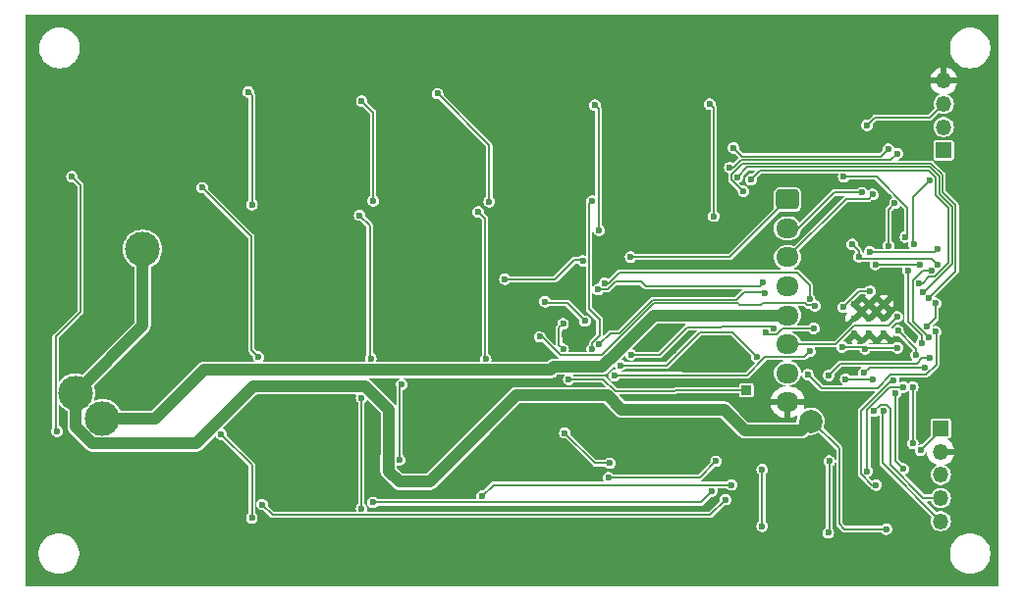
<source format=gbr>
G04 #@! TF.GenerationSoftware,KiCad,Pcbnew,7.99.0-1900-g89780d353a*
G04 #@! TF.CreationDate,2023-08-29T18:06:46+03:00*
G04 #@! TF.ProjectId,RP2040_minimal,52503230-3430-45f6-9d69-6e696d616c2e,REV1*
G04 #@! TF.SameCoordinates,Original*
G04 #@! TF.FileFunction,Copper,L2,Bot*
G04 #@! TF.FilePolarity,Positive*
%FSLAX46Y46*%
G04 Gerber Fmt 4.6, Leading zero omitted, Abs format (unit mm)*
G04 Created by KiCad (PCBNEW 7.99.0-1900-g89780d353a) date 2023-08-29 18:06:46*
%MOMM*%
%LPD*%
G01*
G04 APERTURE LIST*
G04 Aperture macros list*
%AMRoundRect*
0 Rectangle with rounded corners*
0 $1 Rounding radius*
0 $2 $3 $4 $5 $6 $7 $8 $9 X,Y pos of 4 corners*
0 Add a 4 corners polygon primitive as box body*
4,1,4,$2,$3,$4,$5,$6,$7,$8,$9,$2,$3,0*
0 Add four circle primitives for the rounded corners*
1,1,$1+$1,$2,$3*
1,1,$1+$1,$4,$5*
1,1,$1+$1,$6,$7*
1,1,$1+$1,$8,$9*
0 Add four rect primitives between the rounded corners*
20,1,$1+$1,$2,$3,$4,$5,0*
20,1,$1+$1,$4,$5,$6,$7,0*
20,1,$1+$1,$6,$7,$8,$9,0*
20,1,$1+$1,$8,$9,$2,$3,0*%
G04 Aperture macros list end*
G04 #@! TA.AperFunction,ComponentPad*
%ADD10C,0.600000*%
G04 #@! TD*
G04 #@! TA.AperFunction,ComponentPad*
%ADD11R,1.350000X1.350000*%
G04 #@! TD*
G04 #@! TA.AperFunction,ComponentPad*
%ADD12O,1.350000X1.350000*%
G04 #@! TD*
G04 #@! TA.AperFunction,ComponentPad*
%ADD13R,0.850000X0.850000*%
G04 #@! TD*
G04 #@! TA.AperFunction,ComponentPad*
%ADD14RoundRect,0.250000X-0.725000X0.600000X-0.725000X-0.600000X0.725000X-0.600000X0.725000X0.600000X0*%
G04 #@! TD*
G04 #@! TA.AperFunction,ComponentPad*
%ADD15O,1.950000X1.700000*%
G04 #@! TD*
G04 #@! TA.AperFunction,ViaPad*
%ADD16C,0.600000*%
G04 #@! TD*
G04 #@! TA.AperFunction,ViaPad*
%ADD17C,3.000000*%
G04 #@! TD*
G04 #@! TA.AperFunction,ViaPad*
%ADD18C,2.000000*%
G04 #@! TD*
G04 #@! TA.AperFunction,Conductor*
%ADD19C,0.150000*%
G04 #@! TD*
G04 #@! TA.AperFunction,Conductor*
%ADD20C,1.000000*%
G04 #@! TD*
G04 #@! TA.AperFunction,Conductor*
%ADD21C,0.200000*%
G04 #@! TD*
G04 APERTURE END LIST*
D10*
X179429400Y-116794900D03*
X179429400Y-115519900D03*
X179429400Y-114244900D03*
X178154400Y-116794900D03*
X178154400Y-115519900D03*
X178154400Y-114244900D03*
X176879400Y-116794900D03*
X176879400Y-115519900D03*
X176879400Y-114244900D03*
D11*
X184316000Y-124978400D03*
D12*
X184316000Y-126978400D03*
X184316000Y-128978400D03*
X184316000Y-130978400D03*
X184316000Y-132978400D03*
D13*
X167556000Y-121678400D03*
D11*
X184576000Y-100948400D03*
D12*
X184576000Y-98948400D03*
X184576000Y-96948400D03*
X184576000Y-94948400D03*
D14*
X171106000Y-105198400D03*
D15*
X171106000Y-107698400D03*
X171106000Y-110198400D03*
X171106000Y-112698400D03*
X171106000Y-115198400D03*
X171106000Y-117698400D03*
X171106000Y-120198400D03*
X171106000Y-122698400D03*
D16*
X161230500Y-118270539D03*
X113076000Y-108688400D03*
X105716000Y-110188400D03*
X111386000Y-115968400D03*
X111316000Y-112548400D03*
X185226000Y-102858400D03*
X136676000Y-113488400D03*
X164366000Y-117198400D03*
X136656000Y-118258400D03*
X172906000Y-110838400D03*
X112386000Y-105398400D03*
X151906000Y-116878400D03*
X120606000Y-113758400D03*
X137736000Y-116988400D03*
X159596000Y-113328400D03*
X180656000Y-106308400D03*
X139596000Y-116938400D03*
X134196000Y-116898400D03*
X163246000Y-120968400D03*
X143296000Y-113118400D03*
X128356000Y-116678400D03*
X141576000Y-116288400D03*
X146706000Y-121788400D03*
X158856000Y-117638400D03*
X156116000Y-113698400D03*
X150086000Y-116408400D03*
X107006000Y-103848400D03*
X178106000Y-108738400D03*
X186386000Y-102288400D03*
X147946000Y-113258400D03*
X106026000Y-104358400D03*
X126576000Y-113508400D03*
X176146000Y-123888400D03*
X123856000Y-113698400D03*
X111326000Y-108728400D03*
X163516000Y-117708400D03*
X105816000Y-106478400D03*
X163806000Y-118788400D03*
X164696000Y-113218400D03*
X180836000Y-107558400D03*
X139906000Y-113488400D03*
X105726000Y-111108400D03*
X112306000Y-109688400D03*
X127166000Y-91118400D03*
X169006000Y-121658400D03*
X172296000Y-121378400D03*
X143616000Y-116488400D03*
X118606000Y-113228400D03*
X178286000Y-106168400D03*
X155836000Y-116218400D03*
X186426000Y-104388400D03*
X106166000Y-112648400D03*
X126696000Y-117308400D03*
X161316000Y-116628400D03*
X136526000Y-121298400D03*
X135306000Y-91168400D03*
X161356000Y-90978400D03*
X110286000Y-115468400D03*
X179786000Y-105018400D03*
X185236000Y-103638400D03*
X169196000Y-123668400D03*
X106276000Y-115238400D03*
X155926000Y-114938400D03*
X147276000Y-117358400D03*
X161506000Y-113278400D03*
X161396000Y-120888400D03*
X173116000Y-104958400D03*
X169576000Y-103618400D03*
X155736000Y-95188400D03*
X172796000Y-103668400D03*
X164876000Y-117938400D03*
X105836000Y-108058400D03*
X182976000Y-101438400D03*
X110946000Y-110878400D03*
X168906000Y-108818400D03*
X145246000Y-95668400D03*
X116056000Y-92038400D03*
X134486000Y-114058400D03*
X182566000Y-126868400D03*
D17*
X112035198Y-124133308D03*
D16*
X168916000Y-115198400D03*
X109396000Y-103228400D03*
X108106000Y-125218400D03*
X182506000Y-110812900D03*
X178671500Y-110812900D03*
D17*
X115486000Y-109498400D03*
D16*
X175926000Y-114518400D03*
X184084221Y-110806621D03*
X177956000Y-98798400D03*
D18*
X173085396Y-124359372D03*
D16*
X180576000Y-118008400D03*
X177786000Y-118092900D03*
D17*
X109696000Y-121898400D03*
D16*
X177246000Y-110138400D03*
X134571500Y-121348400D03*
X176686000Y-109078400D03*
X179626000Y-133668400D03*
X175829900Y-117938321D03*
X178210009Y-113123900D03*
X177678900Y-120178507D03*
X182945122Y-119687522D03*
X180360675Y-105543725D03*
X179829900Y-109203900D03*
X173016000Y-113818400D03*
X155316000Y-112437900D03*
X165766000Y-131118400D03*
X125796000Y-131538400D03*
X183316503Y-113675167D03*
X167316000Y-104488400D03*
X180566000Y-115328400D03*
X183866500Y-116610332D03*
X172846000Y-120318400D03*
X122246000Y-125468400D03*
X124906000Y-132718400D03*
X167946000Y-103498400D03*
X182440122Y-112452522D03*
X144746000Y-130843900D03*
X166290500Y-129848400D03*
X125486000Y-118828400D03*
X120646000Y-104188400D03*
X124616000Y-95928400D03*
X124916000Y-105638400D03*
X177527254Y-104609654D03*
X178446000Y-104768400D03*
X134366000Y-122328400D03*
X134366000Y-131918400D03*
X183531342Y-111312663D03*
X183316000Y-117118400D03*
X183131049Y-116191692D03*
X181991500Y-109038400D03*
X183876373Y-114173464D03*
X183386000Y-103538400D03*
X164941500Y-127808400D03*
X155666000Y-129218400D03*
X166125092Y-102449232D03*
X180556000Y-101248400D03*
X134216000Y-106568400D03*
X135166000Y-118928400D03*
X135366000Y-105318400D03*
X134386000Y-96698400D03*
X137636000Y-127688400D03*
X137836000Y-121168400D03*
X166451000Y-100753400D03*
X179806000Y-100868400D03*
X145066000Y-118988900D03*
X144436000Y-106278400D03*
X145376000Y-105388400D03*
X140926000Y-96058400D03*
X151896000Y-125358400D03*
X155776000Y-127978400D03*
X154256000Y-118122900D03*
X154258646Y-105355901D03*
X154496000Y-97058400D03*
X154846000Y-107868400D03*
X166776000Y-103268400D03*
X164596000Y-130378400D03*
X135346000Y-131368400D03*
X182740268Y-113195888D03*
X164746000Y-106648400D03*
X164386000Y-96958400D03*
X178556000Y-123488400D03*
X179376000Y-123488400D03*
X152246000Y-120728400D03*
X151756000Y-118143900D03*
X151746000Y-115928400D03*
X181096000Y-121408400D03*
X177976000Y-128668400D03*
X184046000Y-109508400D03*
X178176000Y-109728400D03*
X183396500Y-118898400D03*
X174656000Y-120388400D03*
X156176000Y-120418400D03*
X173034285Y-118309212D03*
X174626000Y-133988400D03*
X174706000Y-127798400D03*
X173493772Y-114395885D03*
X149734786Y-117059178D03*
X168986000Y-112378400D03*
X154772705Y-112963120D03*
X157596000Y-118608400D03*
X169906000Y-116348400D03*
X153646000Y-115698400D03*
X156696000Y-119518400D03*
X168456000Y-118778400D03*
X150196000Y-114028400D03*
X154875476Y-117719027D03*
X173366000Y-116328400D03*
X169130292Y-113263900D03*
X169231252Y-116674696D03*
X178746000Y-129858400D03*
X180229900Y-120842900D03*
X180423360Y-121932900D03*
X181082043Y-128472357D03*
X178426000Y-120708400D03*
X176126000Y-120718400D03*
X181476000Y-111337400D03*
X181276000Y-108438400D03*
X182656000Y-117595400D03*
X175946000Y-103222900D03*
X168926000Y-133408400D03*
X180636000Y-116538400D03*
X181896000Y-126258400D03*
X182200271Y-118644400D03*
X181896000Y-121388400D03*
X168926000Y-128518400D03*
X146736000Y-112088400D03*
X157566000Y-110168400D03*
X153476000Y-110498400D03*
D19*
X110136000Y-103968400D02*
X110136000Y-114890080D01*
X107981000Y-117045080D02*
X107981000Y-125093400D01*
D20*
X144676639Y-119928900D02*
X150664337Y-119928900D01*
X150664337Y-119928900D02*
X150954837Y-119638400D01*
D19*
X184316000Y-124978400D02*
X184316000Y-125118400D01*
X109396000Y-103228400D02*
X110136000Y-103968400D01*
D20*
X155107162Y-119638400D02*
X156402162Y-118343400D01*
X121496000Y-119918400D02*
X144666139Y-119918400D01*
X156442163Y-118343400D02*
X159587162Y-115198400D01*
X121486000Y-119908400D02*
X121496000Y-119918400D01*
D19*
X184316000Y-125118400D02*
X182566000Y-126868400D01*
X110136000Y-114890080D02*
X107981000Y-117045080D01*
D20*
X116551092Y-124133308D02*
X120776000Y-119908400D01*
X159587162Y-115198400D02*
X168916000Y-115198400D01*
X112035198Y-124133308D02*
X116551092Y-124133308D01*
X144666139Y-119918400D02*
X144676639Y-119928900D01*
X156402162Y-118343400D02*
X156442163Y-118343400D01*
X120776000Y-119908400D02*
X121486000Y-119908400D01*
D19*
X107981000Y-125093400D02*
X108106000Y-125218400D01*
D20*
X150954837Y-119638400D02*
X155107162Y-119638400D01*
X171106000Y-115198400D02*
X168916000Y-115198400D01*
D19*
X182506000Y-110812900D02*
X178671500Y-110812900D01*
X173225182Y-124359372D02*
X175566000Y-126700190D01*
D20*
X136696000Y-128668400D02*
X136696000Y-127299039D01*
D19*
X175829900Y-117938321D02*
X177631421Y-117938321D01*
D20*
X120111731Y-126273308D02*
X111148780Y-126273308D01*
X156811982Y-123338400D02*
X155556212Y-122082630D01*
D19*
X176006000Y-133668400D02*
X179626000Y-133668400D01*
D20*
X147741131Y-122082630D02*
X140235361Y-129588400D01*
X109696000Y-124820528D02*
X109696000Y-121898400D01*
X136696000Y-127299039D02*
X136706000Y-127289039D01*
X136706000Y-127289039D02*
X136706000Y-123339039D01*
D19*
X175926000Y-114455837D02*
X177257937Y-113123900D01*
X177246000Y-109638400D02*
X176686000Y-109078400D01*
X184084221Y-110806621D02*
X183566000Y-110288400D01*
X177631421Y-117938321D02*
X177786000Y-118092900D01*
X177396000Y-110288400D02*
X177246000Y-110138400D01*
D20*
X115486000Y-116108400D02*
X115486000Y-109498400D01*
D19*
X175926000Y-114518400D02*
X175926000Y-114455837D01*
X180576000Y-118008400D02*
X177870500Y-118008400D01*
D20*
X140235361Y-129588400D02*
X137616000Y-129588400D01*
X109696000Y-121898400D02*
X115486000Y-116108400D01*
D19*
X178636000Y-98118400D02*
X183406000Y-98118400D01*
D20*
X172286368Y-125158400D02*
X167456000Y-125158400D01*
X167456000Y-125158400D02*
X165636000Y-123338400D01*
X155556212Y-122082630D02*
X147741131Y-122082630D01*
D19*
X183566000Y-110288400D02*
X177396000Y-110288400D01*
X177956000Y-98798400D02*
X178636000Y-98118400D01*
X177246000Y-110138400D02*
X177246000Y-109638400D01*
D20*
X125036639Y-121348400D02*
X120111731Y-126273308D01*
D19*
X173085396Y-124359372D02*
X173225182Y-124359372D01*
D20*
X134715361Y-121348400D02*
X125036639Y-121348400D01*
D19*
X175566000Y-133228400D02*
X176006000Y-133668400D01*
D20*
X173085396Y-124359372D02*
X172286368Y-125158400D01*
X165636000Y-123338400D02*
X156811982Y-123338400D01*
X137616000Y-129588400D02*
X136696000Y-128668400D01*
X136706000Y-123339039D02*
X134715361Y-121348400D01*
D19*
X177257937Y-113123900D02*
X178210009Y-113123900D01*
D20*
X111148780Y-126273308D02*
X109696000Y-124820528D01*
D19*
X183406000Y-98118400D02*
X184576000Y-96948400D01*
X175566000Y-126700190D02*
X175566000Y-133228400D01*
X177870500Y-118008400D02*
X177786000Y-118092900D01*
X177678900Y-120178507D02*
X178169885Y-119687522D01*
X178169885Y-119687522D02*
X182945122Y-119687522D01*
X179829900Y-106074500D02*
X179829900Y-109203900D01*
X180360675Y-105543725D02*
X179829900Y-106074500D01*
X173016000Y-112607263D02*
X173016000Y-113818400D01*
X156635878Y-111498400D02*
X171907137Y-111498400D01*
X155696378Y-112437900D02*
X156635878Y-111498400D01*
X171907137Y-111498400D02*
X173016000Y-112607263D01*
X155316000Y-112437900D02*
X155696378Y-112437900D01*
X166251000Y-103050937D02*
X166251000Y-103485863D01*
X126701000Y-132443400D02*
X164441000Y-132443400D01*
X185599945Y-111391725D02*
X185599945Y-105712101D01*
X166251000Y-103485863D02*
X167253537Y-104488400D01*
X184481000Y-103084836D02*
X183494564Y-102098400D01*
X183316503Y-113675167D02*
X185599945Y-111391725D01*
X125796000Y-131538400D02*
X126701000Y-132443400D01*
X167253537Y-104488400D02*
X167316000Y-104488400D01*
X185599945Y-105712101D02*
X184481000Y-104593156D01*
X183494564Y-102098400D02*
X167203537Y-102098400D01*
X164441000Y-132443400D02*
X165766000Y-131118400D01*
X184481000Y-104593156D02*
X184481000Y-103084836D01*
X167203537Y-102098400D02*
X166251000Y-103050937D01*
X179836000Y-116058400D02*
X180566000Y-115328400D01*
X176873437Y-116058400D02*
X179836000Y-116058400D01*
X171106000Y-117698400D02*
X175233437Y-117698400D01*
X175233437Y-117698400D02*
X176873437Y-116058400D01*
X178841937Y-121488400D02*
X174016000Y-121488400D01*
X174016000Y-121488400D02*
X172846000Y-120318400D01*
X183056500Y-120317900D02*
X180012437Y-120317900D01*
X183866500Y-116610332D02*
X183921000Y-116664832D01*
X183921000Y-119453400D02*
X183056500Y-120317900D01*
X183921000Y-116664832D02*
X183921000Y-119453400D01*
X180012437Y-120317900D02*
X178841937Y-121488400D01*
X122246000Y-125468400D02*
X124906000Y-128128400D01*
X124906000Y-128128400D02*
X124906000Y-132718400D01*
X183748954Y-111883645D02*
X184999945Y-110632654D01*
X183901000Y-104833400D02*
X183901000Y-103325080D01*
X184999945Y-105932345D02*
X183901000Y-104833400D01*
X145741500Y-129848400D02*
X166290500Y-129848400D01*
X183274320Y-102698400D02*
X168746000Y-102698400D01*
X184999945Y-110632654D02*
X184999945Y-105932345D01*
X182440122Y-112452522D02*
X182741171Y-112452522D01*
X182741171Y-112452522D02*
X183310048Y-111883645D01*
X144746000Y-130843900D02*
X145741500Y-129848400D01*
X183901000Y-103325080D02*
X183274320Y-102698400D01*
X183310048Y-111883645D02*
X183748954Y-111883645D01*
X168746000Y-102698400D02*
X167946000Y-103498400D01*
X124876000Y-108418400D02*
X120646000Y-104188400D01*
X125486000Y-118828400D02*
X124876000Y-118218400D01*
X124876000Y-118218400D02*
X124876000Y-108418400D01*
X124916000Y-96228400D02*
X124616000Y-95928400D01*
X124916000Y-105638400D02*
X124916000Y-96228400D01*
X172026000Y-107698400D02*
X171106000Y-107698400D01*
X175114746Y-104609654D02*
X172026000Y-107698400D01*
X177527254Y-104609654D02*
X175114746Y-104609654D01*
X178446000Y-104768400D02*
X178079746Y-105134654D01*
X176169746Y-105134654D02*
X171106000Y-110198400D01*
X178079746Y-105134654D02*
X176169746Y-105134654D01*
X134366000Y-131918400D02*
X134366000Y-131038400D01*
X134366000Y-131038400D02*
X134366000Y-122328400D01*
X181915122Y-112209278D02*
X182811737Y-111312663D01*
X182811737Y-111312663D02*
X183531342Y-111312663D01*
X181915122Y-115717522D02*
X181915122Y-112209278D01*
X183316000Y-117118400D02*
X181915122Y-115717522D01*
X183876373Y-115446368D02*
X183876373Y-114173464D01*
X181906000Y-105018400D02*
X183386000Y-103538400D01*
X181906000Y-108952900D02*
X181906000Y-105018400D01*
X183131049Y-116191692D02*
X183876373Y-115446368D01*
X181991500Y-109038400D02*
X181906000Y-108952900D01*
X166442583Y-102449232D02*
X167083415Y-101808400D01*
X167083415Y-101808400D02*
X179996000Y-101808400D01*
X179996000Y-101808400D02*
X180556000Y-101248400D01*
X163531500Y-129218400D02*
X164941500Y-127808400D01*
X155666000Y-129218400D02*
X163531500Y-129218400D01*
X166125092Y-102449232D02*
X166442583Y-102449232D01*
X135086000Y-118848400D02*
X135086000Y-107438400D01*
X135086000Y-107438400D02*
X134216000Y-106568400D01*
X135166000Y-118928400D02*
X135086000Y-118848400D01*
X135366000Y-105318400D02*
X135366000Y-97678400D01*
X135366000Y-97678400D02*
X134386000Y-96698400D01*
X137636000Y-121368400D02*
X137836000Y-121168400D01*
X137636000Y-127688400D02*
X137636000Y-121368400D01*
X166451000Y-100753400D02*
X167196000Y-101498400D01*
X167196000Y-101498400D02*
X179176000Y-101498400D01*
X179176000Y-101498400D02*
X179806000Y-100868400D01*
X145066000Y-118988900D02*
X145016000Y-118938900D01*
X145016000Y-118938900D02*
X145016000Y-106858400D01*
X145016000Y-106858400D02*
X144436000Y-106278400D01*
X145376000Y-105388400D02*
X145376000Y-100508400D01*
X145376000Y-100508400D02*
X140926000Y-96058400D01*
X155776000Y-127978400D02*
X154516000Y-127978400D01*
X154516000Y-127978400D02*
X151896000Y-125358400D01*
X154006000Y-105608547D02*
X154258646Y-105355901D01*
X154896000Y-115556720D02*
X154006000Y-114666720D01*
X154896000Y-116970080D02*
X154896000Y-115556720D01*
X154256000Y-118122900D02*
X154256000Y-117610080D01*
X154256000Y-117610080D02*
X154896000Y-116970080D01*
X154006000Y-114666720D02*
X154006000Y-105608547D01*
X154846000Y-107868400D02*
X154796000Y-107818400D01*
X154796000Y-107818400D02*
X154796000Y-97358400D01*
X154796000Y-97358400D02*
X154496000Y-97058400D01*
X184191000Y-103204958D02*
X183384442Y-102398400D01*
X135346000Y-131368400D02*
X163606000Y-131368400D01*
X185299945Y-105822223D02*
X184191000Y-104713278D01*
X167646000Y-102398400D02*
X166776000Y-103268400D01*
X184191000Y-104713278D02*
X184191000Y-103204958D01*
X183384442Y-102398400D02*
X167646000Y-102398400D01*
X182860975Y-113195888D02*
X185299945Y-110756918D01*
X185299945Y-110756918D02*
X185299945Y-105822223D01*
X163606000Y-131368400D02*
X164596000Y-130378400D01*
X182740268Y-113195888D02*
X182860975Y-113195888D01*
X164746000Y-97318400D02*
X164386000Y-96958400D01*
X164746000Y-106648400D02*
X164746000Y-97318400D01*
D21*
X182810974Y-130978400D02*
X184316000Y-130978400D01*
X178556000Y-123488400D02*
X179106000Y-122938400D01*
X179106000Y-122938400D02*
X179603818Y-122938400D01*
X179603818Y-122938400D02*
X179946000Y-123280582D01*
X179946000Y-128113426D02*
X182810974Y-130978400D01*
X179946000Y-123280582D02*
X179946000Y-128113426D01*
X179316000Y-127978400D02*
X184316000Y-132978400D01*
X179376000Y-123488400D02*
X179316000Y-123548400D01*
X179316000Y-123548400D02*
X179316000Y-127978400D01*
D19*
X167556000Y-121678400D02*
X161457680Y-121678400D01*
X161387680Y-121748400D02*
X156233145Y-121748400D01*
X151756000Y-118143900D02*
X151391000Y-117778900D01*
X151391000Y-117778900D02*
X151391000Y-116283400D01*
X151391000Y-116283400D02*
X151746000Y-115928400D01*
X155213145Y-120728400D02*
X152246000Y-120728400D01*
X156233145Y-121748400D02*
X155213145Y-120728400D01*
X161457680Y-121678400D02*
X161387680Y-121748400D01*
X177976000Y-128668400D02*
X177976000Y-123325937D01*
X179893537Y-121408400D02*
X181096000Y-121408400D01*
X177976000Y-123325937D02*
X179893537Y-121408400D01*
X178176000Y-109728400D02*
X183826000Y-109728400D01*
X183826000Y-109728400D02*
X184046000Y-109508400D01*
X182726000Y-118898400D02*
X182236878Y-119387522D01*
X183396500Y-118898400D02*
X182726000Y-118898400D01*
X182236878Y-119387522D02*
X175656878Y-119387522D01*
X175656878Y-119387522D02*
X174656000Y-120388400D01*
X169169695Y-118807168D02*
X172536329Y-118807168D01*
X162016000Y-120398400D02*
X161991000Y-120373400D01*
X156221000Y-120373400D02*
X156176000Y-120418400D01*
X172536329Y-118807168D02*
X173034285Y-118309212D01*
X167578463Y-120398400D02*
X169169695Y-118807168D01*
X162016000Y-120398400D02*
X167578463Y-120398400D01*
X161991000Y-120373400D02*
X156221000Y-120373400D01*
X174626000Y-133988400D02*
X174706000Y-133908400D01*
X174706000Y-133908400D02*
X174706000Y-127798400D01*
X173233463Y-114343400D02*
X172798537Y-114343400D01*
X173493772Y-114395885D02*
X173285948Y-114395885D01*
X159516000Y-114258400D02*
X156146000Y-117628400D01*
X149916778Y-117059178D02*
X149734786Y-117059178D01*
X166836122Y-114158400D02*
X159606122Y-114158400D01*
X159516000Y-114248522D02*
X159516000Y-114258400D01*
X156146000Y-117628400D02*
X156106000Y-117628400D01*
X151516000Y-118658400D02*
X149916778Y-117059178D01*
X166981122Y-114303400D02*
X166836122Y-114158400D01*
X172578537Y-114123400D02*
X168959320Y-114123400D01*
X168959320Y-114123400D02*
X168779320Y-114303400D01*
X168779320Y-114303400D02*
X166981122Y-114303400D01*
X159606122Y-114158400D02*
X159516000Y-114248522D01*
X156106000Y-117628400D02*
X155076000Y-118658400D01*
X172798537Y-114343400D02*
X172578537Y-114123400D01*
X155076000Y-118658400D02*
X151516000Y-118658400D01*
X173285948Y-114395885D02*
X173233463Y-114343400D01*
X158876000Y-112668400D02*
X168696000Y-112668400D01*
X155581280Y-112963120D02*
X156241000Y-112303400D01*
X154772705Y-112963120D02*
X155581280Y-112963120D01*
X158511000Y-112303400D02*
X158876000Y-112668400D01*
X156241000Y-112303400D02*
X158511000Y-112303400D01*
X168696000Y-112668400D02*
X168986000Y-112378400D01*
X169705500Y-116147900D02*
X169906000Y-116348400D01*
X165351005Y-116223660D02*
X162449060Y-116223660D01*
X160064320Y-118608400D02*
X157596000Y-118608400D01*
X165351005Y-116223660D02*
X165426765Y-116147900D01*
X165426765Y-116147900D02*
X169705500Y-116147900D01*
X162449060Y-116223660D02*
X160064320Y-118608400D01*
X168456000Y-118778400D02*
X166361000Y-116683400D01*
X166361000Y-116683400D02*
X163545959Y-116683400D01*
X152086000Y-114138400D02*
X150306000Y-114138400D01*
X160710959Y-119518400D02*
X156696000Y-119518400D01*
X153646000Y-115698400D02*
X152086000Y-114138400D01*
X163545959Y-116683400D02*
X160710959Y-119518400D01*
X150306000Y-114138400D02*
X150196000Y-114028400D01*
X170123463Y-116873400D02*
X169429956Y-116873400D01*
X169429956Y-116873400D02*
X169231252Y-116674696D01*
X170668463Y-116328400D02*
X170123463Y-116873400D01*
X167336000Y-113248400D02*
X169114792Y-113248400D01*
X166716000Y-113868400D02*
X167336000Y-113248400D01*
X173366000Y-116328400D02*
X170668463Y-116328400D01*
X156576000Y-116778400D02*
X159486000Y-113868400D01*
X159486000Y-113868400D02*
X166716000Y-113868400D01*
X169114792Y-113248400D02*
X169130292Y-113263900D01*
X155816103Y-116778400D02*
X156576000Y-116778400D01*
X154875476Y-117719027D02*
X155816103Y-116778400D01*
X178406000Y-129858400D02*
X178746000Y-129858400D01*
X180034773Y-120842900D02*
X177451000Y-123426673D01*
X177451000Y-128903400D02*
X178406000Y-129858400D01*
X180229900Y-120842900D02*
X180034773Y-120842900D01*
X177451000Y-123426673D02*
X177451000Y-128903400D01*
X180406000Y-127796314D02*
X181082043Y-128472357D01*
X180406000Y-121950260D02*
X180406000Y-127796314D01*
X180423360Y-121932900D02*
X180406000Y-121950260D01*
X176126000Y-120718400D02*
X178416000Y-120718400D01*
X178416000Y-120718400D02*
X178426000Y-120708400D01*
X178767463Y-103222900D02*
X175946000Y-103222900D01*
X181276000Y-108438400D02*
X181456000Y-108258400D01*
X181456000Y-105911437D02*
X178767463Y-103222900D01*
X182656000Y-116910863D02*
X181476000Y-115730863D01*
X181476000Y-115730863D02*
X181476000Y-111337400D01*
X182656000Y-117595400D02*
X182656000Y-116910863D01*
X181456000Y-108258400D02*
X181456000Y-105911437D01*
X168926000Y-133408400D02*
X168926000Y-128518400D01*
X181896000Y-121388400D02*
X181896000Y-126258400D01*
X182200271Y-118102671D02*
X180636000Y-116538400D01*
X182200271Y-118644400D02*
X182200271Y-118102671D01*
X146736000Y-112088400D02*
X151046000Y-112088400D01*
X151046000Y-112088400D02*
X152696000Y-110438400D01*
X153416000Y-110438400D02*
X153476000Y-110498400D01*
X166136000Y-110168400D02*
X171106000Y-105198400D01*
X157566000Y-110168400D02*
X166136000Y-110168400D01*
X152696000Y-110438400D02*
X153416000Y-110438400D01*
G04 #@! TA.AperFunction,Conductor*
G36*
X151848600Y-120353252D02*
G01*
X151862952Y-120387900D01*
X151850984Y-120419988D01*
X151820625Y-120455023D01*
X151820624Y-120455025D01*
X151820623Y-120455026D01*
X151820623Y-120455027D01*
X151816209Y-120464690D01*
X151760833Y-120585945D01*
X151740353Y-120728397D01*
X151740353Y-120728402D01*
X151760833Y-120870854D01*
X151769075Y-120888900D01*
X151820623Y-121001773D01*
X151820624Y-121001774D01*
X151820625Y-121001776D01*
X151902045Y-121095740D01*
X151914872Y-121110543D01*
X152035947Y-121188353D01*
X152112785Y-121210914D01*
X152174034Y-121228899D01*
X152174037Y-121228899D01*
X152174039Y-121228900D01*
X152174040Y-121228900D01*
X152317960Y-121228900D01*
X152317961Y-121228900D01*
X152317963Y-121228899D01*
X152317965Y-121228899D01*
X152340795Y-121222195D01*
X152456053Y-121188353D01*
X152577128Y-121110543D01*
X152654879Y-121020812D01*
X152688416Y-121004025D01*
X152691912Y-121003900D01*
X155078733Y-121003900D01*
X155113381Y-121018252D01*
X155393611Y-121298482D01*
X155407963Y-121333130D01*
X155393611Y-121367778D01*
X155358963Y-121382130D01*
X147763048Y-121382130D01*
X147761568Y-121382085D01*
X147698525Y-121378272D01*
X147636409Y-121389654D01*
X147634947Y-121389876D01*
X147572258Y-121397490D01*
X147572259Y-121397490D01*
X147556410Y-121403499D01*
X147547877Y-121405878D01*
X147531202Y-121408934D01*
X147531199Y-121408935D01*
X147473618Y-121434850D01*
X147472251Y-121435416D01*
X147413202Y-121457811D01*
X147399247Y-121467443D01*
X147391526Y-121471797D01*
X147376078Y-121478749D01*
X147376072Y-121478754D01*
X147326370Y-121517691D01*
X147325179Y-121518567D01*
X147273201Y-121554447D01*
X147231326Y-121601714D01*
X147230311Y-121602791D01*
X139959556Y-128873548D01*
X139924908Y-128887900D01*
X137926452Y-128887900D01*
X137891804Y-128873548D01*
X137410852Y-128392595D01*
X137396500Y-128357947D01*
X137396500Y-128205163D01*
X137410852Y-128170515D01*
X137445500Y-128156163D01*
X137459305Y-128158148D01*
X137564034Y-128188899D01*
X137564037Y-128188899D01*
X137564039Y-128188900D01*
X137564040Y-128188900D01*
X137707960Y-128188900D01*
X137707961Y-128188900D01*
X137707963Y-128188899D01*
X137707965Y-128188899D01*
X137748407Y-128177024D01*
X137846053Y-128148353D01*
X137967128Y-128070543D01*
X138061377Y-127961773D01*
X138121165Y-127830857D01*
X138121165Y-127830855D01*
X138121166Y-127830854D01*
X138141647Y-127688402D01*
X138141647Y-127688397D01*
X138121166Y-127545945D01*
X138090090Y-127477900D01*
X138061377Y-127415027D01*
X138054922Y-127407578D01*
X137967128Y-127306257D01*
X137954124Y-127297900D01*
X137934008Y-127284972D01*
X137912620Y-127254167D01*
X137911500Y-127243751D01*
X137911500Y-121704540D01*
X137925852Y-121669892D01*
X137946693Y-121657526D01*
X138046053Y-121628353D01*
X138167128Y-121550543D01*
X138261377Y-121441773D01*
X138321165Y-121310857D01*
X138321165Y-121310855D01*
X138321166Y-121310854D01*
X138341647Y-121168402D01*
X138341647Y-121168397D01*
X138321166Y-121025945D01*
X138290814Y-120959485D01*
X138261377Y-120895027D01*
X138256067Y-120888899D01*
X138167128Y-120786257D01*
X138142675Y-120770542D01*
X138047100Y-120709120D01*
X138025713Y-120678316D01*
X138032371Y-120641409D01*
X138063177Y-120620020D01*
X138073593Y-120618900D01*
X144546306Y-120618900D01*
X144549260Y-120619079D01*
X144559299Y-120620297D01*
X144570493Y-120621656D01*
X144571880Y-120621867D01*
X144634033Y-120633257D01*
X144697065Y-120629445D01*
X144698545Y-120629400D01*
X150642420Y-120629400D01*
X150643900Y-120629445D01*
X150706942Y-120633258D01*
X150706942Y-120633257D01*
X150706943Y-120633258D01*
X150769096Y-120621867D01*
X150770502Y-120621653D01*
X150833209Y-120614040D01*
X150849055Y-120608029D01*
X150857585Y-120605651D01*
X150874269Y-120602595D01*
X150931877Y-120576666D01*
X150933234Y-120576106D01*
X150962072Y-120565169D01*
X150992267Y-120553718D01*
X151006215Y-120544089D01*
X151013943Y-120539731D01*
X151029394Y-120532778D01*
X151079126Y-120493814D01*
X151080266Y-120492975D01*
X151132266Y-120457083D01*
X151174168Y-120409783D01*
X151175138Y-120408754D01*
X151230643Y-120353250D01*
X151265290Y-120338900D01*
X151813952Y-120338900D01*
X151848600Y-120353252D01*
G37*
G04 #@! TD.AperFunction*
G04 #@! TA.AperFunction,Conductor*
G36*
X170744531Y-119097020D02*
G01*
X170758883Y-119131668D01*
X170744531Y-119166316D01*
X170724106Y-119178558D01*
X170594413Y-119217900D01*
X170577043Y-119223169D01*
X170394548Y-119320716D01*
X170234590Y-119451990D01*
X170103316Y-119611948D01*
X170005769Y-119794443D01*
X170005768Y-119794445D01*
X170005768Y-119794446D01*
X169998653Y-119817900D01*
X169945700Y-119992464D01*
X169945700Y-119992465D01*
X169925417Y-120198399D01*
X169925417Y-120198400D01*
X169945700Y-120404334D01*
X169945700Y-120404335D01*
X169960432Y-120452900D01*
X170004151Y-120597024D01*
X170005769Y-120602356D01*
X170012014Y-120614039D01*
X170103315Y-120784850D01*
X170234590Y-120944810D01*
X170394550Y-121076085D01*
X170577046Y-121173632D01*
X170775066Y-121233700D01*
X170893716Y-121245386D01*
X170926791Y-121263065D01*
X170937677Y-121298953D01*
X170919998Y-121332028D01*
X170893069Y-121342973D01*
X170750678Y-121355092D01*
X170750665Y-121355094D01*
X170526957Y-121413344D01*
X170526951Y-121413346D01*
X170316317Y-121508558D01*
X170124796Y-121638005D01*
X170124787Y-121638012D01*
X169957902Y-121797958D01*
X169957901Y-121797959D01*
X169820445Y-121983810D01*
X169820440Y-121983818D01*
X169716369Y-122190233D01*
X169716368Y-122190236D01*
X169648682Y-122411253D01*
X169648678Y-122411270D01*
X169644436Y-122444399D01*
X169644437Y-122444400D01*
X170620071Y-122444400D01*
X170654719Y-122458752D01*
X170669071Y-122493400D01*
X170667086Y-122507205D01*
X170631000Y-122630100D01*
X170631000Y-122766699D01*
X170667086Y-122889595D01*
X170663077Y-122926883D01*
X170633876Y-122950415D01*
X170620071Y-122952400D01*
X169646562Y-122952400D01*
X169646561Y-122952401D01*
X169677828Y-123097484D01*
X169677831Y-123097492D01*
X169764022Y-123311987D01*
X169885222Y-123508829D01*
X169885222Y-123508830D01*
X170037944Y-123682355D01*
X170037946Y-123682357D01*
X170217809Y-123827586D01*
X170419617Y-123940322D01*
X170637579Y-124017333D01*
X170851999Y-124054099D01*
X170852000Y-124054099D01*
X170852000Y-123180836D01*
X170866352Y-123146188D01*
X170901000Y-123131836D01*
X170921350Y-123136262D01*
X170970801Y-123158846D01*
X171072025Y-123173400D01*
X171072029Y-123173400D01*
X171139971Y-123173400D01*
X171139975Y-123173400D01*
X171241199Y-123158846D01*
X171290647Y-123136263D01*
X171328123Y-123134925D01*
X171355572Y-123160480D01*
X171360000Y-123180836D01*
X171360000Y-124050329D01*
X171461332Y-124041705D01*
X171461334Y-124041705D01*
X171685042Y-123983455D01*
X171685048Y-123983453D01*
X171886252Y-123892503D01*
X171923736Y-123891309D01*
X171951085Y-123916970D01*
X171953565Y-123950562D01*
X171900280Y-124137839D01*
X171886769Y-124283652D01*
X171879753Y-124359372D01*
X171883923Y-124404379D01*
X171872831Y-124440203D01*
X171839655Y-124457691D01*
X171835133Y-124457900D01*
X167766453Y-124457900D01*
X167731805Y-124443548D01*
X166959191Y-123670934D01*
X166146801Y-122858544D01*
X166145803Y-122857483D01*
X166103929Y-122810217D01*
X166051952Y-122774338D01*
X166050760Y-122773461D01*
X166001056Y-122734521D01*
X165985604Y-122727567D01*
X165977879Y-122723210D01*
X165963931Y-122713582D01*
X165963932Y-122713582D01*
X165904884Y-122691188D01*
X165903539Y-122690631D01*
X165859439Y-122670784D01*
X165845933Y-122664705D01*
X165829255Y-122661648D01*
X165820715Y-122659268D01*
X165804873Y-122653260D01*
X165742183Y-122645646D01*
X165740721Y-122645424D01*
X165678612Y-122634042D01*
X165678605Y-122634041D01*
X165615563Y-122637855D01*
X165614083Y-122637900D01*
X157122435Y-122637900D01*
X157087787Y-122623548D01*
X156571787Y-122107548D01*
X156557435Y-122072900D01*
X156571787Y-122038252D01*
X156606435Y-122023900D01*
X161355723Y-122023900D01*
X161365283Y-122024842D01*
X161387679Y-122029297D01*
X161387680Y-122029297D01*
X161414812Y-122023900D01*
X161414813Y-122023900D01*
X161495175Y-122007915D01*
X161547102Y-121973218D01*
X161563656Y-121962158D01*
X161590878Y-121953900D01*
X166881500Y-121953900D01*
X166916148Y-121968252D01*
X166930500Y-122002900D01*
X166930500Y-122123148D01*
X166942133Y-122181631D01*
X166945016Y-122185945D01*
X166986447Y-122247952D01*
X167013012Y-122265701D01*
X167052769Y-122292267D01*
X167111252Y-122303900D01*
X167111255Y-122303900D01*
X168000745Y-122303900D01*
X168000748Y-122303900D01*
X168059231Y-122292267D01*
X168125552Y-122247952D01*
X168169867Y-122181631D01*
X168181500Y-122123148D01*
X168181500Y-121233652D01*
X168169867Y-121175169D01*
X168134793Y-121122678D01*
X168125552Y-121108847D01*
X168085795Y-121082282D01*
X168059231Y-121064533D01*
X168000748Y-121052900D01*
X167111252Y-121052900D01*
X167052769Y-121064533D01*
X166986447Y-121108847D01*
X166943161Y-121173630D01*
X166942133Y-121175169D01*
X166930500Y-121233652D01*
X166930500Y-121233655D01*
X166930500Y-121353900D01*
X166916148Y-121388548D01*
X166881500Y-121402900D01*
X161489637Y-121402900D01*
X161480077Y-121401958D01*
X161457681Y-121397503D01*
X161457680Y-121397503D01*
X161449855Y-121399059D01*
X161434417Y-121402130D01*
X161434415Y-121402130D01*
X161430548Y-121402900D01*
X161430547Y-121402900D01*
X161350184Y-121418885D01*
X161350185Y-121418885D01*
X161319854Y-121439152D01*
X161283917Y-121463162D01*
X161283889Y-121463182D01*
X161281707Y-121464640D01*
X161254481Y-121472900D01*
X156367557Y-121472900D01*
X156332909Y-121458548D01*
X155430551Y-120556190D01*
X155424457Y-120548764D01*
X155411771Y-120529777D01*
X155390769Y-120515744D01*
X155390769Y-120515743D01*
X155361061Y-120495894D01*
X155320640Y-120468885D01*
X155320641Y-120468885D01*
X155237913Y-120452429D01*
X155213145Y-120447503D01*
X155213144Y-120447503D01*
X155213143Y-120447503D01*
X155190748Y-120451958D01*
X155181188Y-120452900D01*
X152691912Y-120452900D01*
X152657264Y-120438548D01*
X152654880Y-120435988D01*
X152641016Y-120419988D01*
X152629173Y-120384404D01*
X152645960Y-120350868D01*
X152678048Y-120338900D01*
X155085245Y-120338900D01*
X155086725Y-120338945D01*
X155149767Y-120342758D01*
X155149767Y-120342757D01*
X155149768Y-120342758D01*
X155211921Y-120331367D01*
X155213327Y-120331153D01*
X155276034Y-120323540D01*
X155291880Y-120317529D01*
X155300410Y-120315151D01*
X155317094Y-120312095D01*
X155374702Y-120286166D01*
X155376059Y-120285606D01*
X155396639Y-120277801D01*
X155435092Y-120263218D01*
X155449040Y-120253589D01*
X155456768Y-120249231D01*
X155472219Y-120242278D01*
X155521951Y-120203314D01*
X155523091Y-120202475D01*
X155575091Y-120166583D01*
X155616978Y-120119300D01*
X155617947Y-120118270D01*
X156124588Y-119611629D01*
X156159235Y-119597278D01*
X156193883Y-119611630D01*
X156207736Y-119639304D01*
X156210835Y-119660857D01*
X156210835Y-119660858D01*
X156236485Y-119717023D01*
X156270623Y-119791773D01*
X156270624Y-119791774D01*
X156270625Y-119791776D01*
X156315657Y-119843746D01*
X156327500Y-119879330D01*
X156310713Y-119912866D01*
X156275129Y-119924709D01*
X156264822Y-119922850D01*
X156247963Y-119917900D01*
X156247961Y-119917900D01*
X156104039Y-119917900D01*
X156104034Y-119917900D01*
X155965949Y-119958446D01*
X155965947Y-119958446D01*
X155965947Y-119958447D01*
X155936498Y-119977373D01*
X155844871Y-120036257D01*
X155750625Y-120145023D01*
X155750624Y-120145025D01*
X155690833Y-120275945D01*
X155670353Y-120418397D01*
X155670353Y-120418402D01*
X155690833Y-120560854D01*
X155718599Y-120621652D01*
X155750623Y-120691773D01*
X155750624Y-120691774D01*
X155750625Y-120691776D01*
X155830830Y-120784338D01*
X155844872Y-120800543D01*
X155965947Y-120878353D01*
X156042785Y-120900914D01*
X156104034Y-120918899D01*
X156104037Y-120918899D01*
X156104039Y-120918900D01*
X156104040Y-120918900D01*
X156247960Y-120918900D01*
X156247961Y-120918900D01*
X156247963Y-120918899D01*
X156247965Y-120918899D01*
X156285424Y-120907900D01*
X156386053Y-120878353D01*
X156507128Y-120800543D01*
X156601377Y-120691773D01*
X156607875Y-120677543D01*
X156635324Y-120651989D01*
X156652447Y-120648900D01*
X161880149Y-120648900D01*
X161904018Y-120656139D01*
X161904048Y-120656069D01*
X161904766Y-120656366D01*
X161907369Y-120657156D01*
X161908505Y-120657915D01*
X161953816Y-120666928D01*
X162005682Y-120677244D01*
X162015999Y-120679297D01*
X162016000Y-120679297D01*
X162016001Y-120679297D01*
X162038397Y-120674842D01*
X162047957Y-120673900D01*
X167546506Y-120673900D01*
X167556066Y-120674842D01*
X167578462Y-120679297D01*
X167578463Y-120679297D01*
X167605595Y-120673900D01*
X167605596Y-120673900D01*
X167685958Y-120657915D01*
X167729373Y-120628906D01*
X167754085Y-120612394D01*
X167754084Y-120612394D01*
X167759389Y-120608850D01*
X167759392Y-120608846D01*
X167777087Y-120597024D01*
X167789779Y-120578026D01*
X167795864Y-120570613D01*
X169269458Y-119097020D01*
X169304107Y-119082668D01*
X170709883Y-119082668D01*
X170744531Y-119097020D01*
G37*
G04 #@! TD.AperFunction*
G04 #@! TA.AperFunction,Conductor*
G36*
X137633055Y-120633252D02*
G01*
X137647407Y-120667900D01*
X137633055Y-120702548D01*
X137624903Y-120709117D01*
X137569818Y-120744519D01*
X137504871Y-120786257D01*
X137410625Y-120895023D01*
X137410624Y-120895025D01*
X137350833Y-121025945D01*
X137330353Y-121168397D01*
X137330353Y-121168402D01*
X137350833Y-121310854D01*
X137355207Y-121320430D01*
X137358694Y-121350344D01*
X137355103Y-121368400D01*
X137355103Y-121368401D01*
X137359558Y-121390796D01*
X137360500Y-121400356D01*
X137360500Y-122896599D01*
X137346148Y-122931247D01*
X137311500Y-122945599D01*
X137276852Y-122931247D01*
X137272936Y-122926829D01*
X137270940Y-122924282D01*
X137270068Y-122923097D01*
X137234183Y-122871110D01*
X137186915Y-122829234D01*
X137185853Y-122828235D01*
X135226162Y-120868544D01*
X135225164Y-120867483D01*
X135183290Y-120820217D01*
X135131313Y-120784338D01*
X135130121Y-120783461D01*
X135080417Y-120744521D01*
X135064965Y-120737567D01*
X135057240Y-120733210D01*
X135043292Y-120723582D01*
X135043293Y-120723582D01*
X135017277Y-120713716D01*
X134989970Y-120688010D01*
X134988837Y-120650524D01*
X135014543Y-120623217D01*
X135034653Y-120618900D01*
X137598407Y-120618900D01*
X137633055Y-120633252D01*
G37*
G04 #@! TD.AperFunction*
G04 #@! TA.AperFunction,Conductor*
G36*
X179255239Y-116679145D02*
G01*
X179269591Y-116713793D01*
X179266407Y-116731168D01*
X179250477Y-116773173D01*
X179250476Y-116773173D01*
X179260874Y-116858812D01*
X179295824Y-116909444D01*
X179309881Y-116929809D01*
X179386266Y-116969900D01*
X179450647Y-116969900D01*
X179513160Y-116954492D01*
X179577732Y-116897286D01*
X179608323Y-116816625D01*
X179597925Y-116730987D01*
X179597924Y-116730986D01*
X179597520Y-116727655D01*
X179607591Y-116691530D01*
X179640257Y-116673106D01*
X179676382Y-116683177D01*
X179680811Y-116687101D01*
X180154046Y-117160336D01*
X180154046Y-117160335D01*
X180161988Y-117147698D01*
X180161988Y-117147696D01*
X180222125Y-116975838D01*
X180222127Y-116975828D01*
X180224739Y-116952651D01*
X180242879Y-116919827D01*
X180278916Y-116909444D01*
X180301481Y-116919334D01*
X180301923Y-116918648D01*
X180304872Y-116920543D01*
X180425947Y-116998353D01*
X180502785Y-117020914D01*
X180564034Y-117038899D01*
X180564037Y-117038899D01*
X180564039Y-117038900D01*
X180564040Y-117038900D01*
X180707958Y-117038900D01*
X180707961Y-117038900D01*
X180710146Y-117038258D01*
X180747433Y-117042259D01*
X180758606Y-117050622D01*
X181887692Y-118179708D01*
X181902044Y-118214356D01*
X181887692Y-118249004D01*
X181879536Y-118255577D01*
X181869143Y-118262256D01*
X181774896Y-118371023D01*
X181774895Y-118371025D01*
X181715104Y-118501945D01*
X181694624Y-118644397D01*
X181694624Y-118644402D01*
X181715104Y-118786854D01*
X181732213Y-118824316D01*
X181774894Y-118917773D01*
X181774895Y-118917774D01*
X181774896Y-118917776D01*
X181871438Y-119029192D01*
X181870510Y-119029995D01*
X181885291Y-119059531D01*
X181873445Y-119095114D01*
X181839907Y-119111897D01*
X181836416Y-119112022D01*
X175688835Y-119112022D01*
X175679275Y-119111080D01*
X175656879Y-119106625D01*
X175656876Y-119106625D01*
X175629745Y-119112022D01*
X175554326Y-119127023D01*
X175549383Y-119128006D01*
X175482540Y-119172667D01*
X175482532Y-119172675D01*
X175458253Y-119188898D01*
X175458252Y-119188899D01*
X175445564Y-119207887D01*
X175439472Y-119215310D01*
X174778606Y-119876176D01*
X174743958Y-119890528D01*
X174730154Y-119888543D01*
X174727967Y-119887900D01*
X174727961Y-119887900D01*
X174584039Y-119887900D01*
X174584034Y-119887900D01*
X174445949Y-119928446D01*
X174445947Y-119928446D01*
X174445947Y-119928447D01*
X174408722Y-119952370D01*
X174324871Y-120006257D01*
X174230625Y-120115023D01*
X174230624Y-120115025D01*
X174230623Y-120115026D01*
X174230623Y-120115027D01*
X174229157Y-120118237D01*
X174170833Y-120245945D01*
X174150353Y-120388397D01*
X174150353Y-120388402D01*
X174170833Y-120530854D01*
X174202935Y-120601146D01*
X174230623Y-120661773D01*
X174230624Y-120661774D01*
X174230625Y-120661776D01*
X174324871Y-120770542D01*
X174324872Y-120770543D01*
X174445947Y-120848353D01*
X174508095Y-120866601D01*
X174584034Y-120888899D01*
X174584037Y-120888899D01*
X174584039Y-120888900D01*
X174584040Y-120888900D01*
X174727960Y-120888900D01*
X174727961Y-120888900D01*
X174727963Y-120888899D01*
X174727965Y-120888899D01*
X174777480Y-120874360D01*
X174866053Y-120848353D01*
X174987128Y-120770543D01*
X175081377Y-120661773D01*
X175141165Y-120530857D01*
X175141165Y-120530855D01*
X175141166Y-120530854D01*
X175161647Y-120388401D01*
X175161647Y-120388398D01*
X175156593Y-120353251D01*
X175150551Y-120311230D01*
X175159825Y-120274894D01*
X175164397Y-120269617D01*
X175756641Y-119677374D01*
X175791290Y-119663022D01*
X177388378Y-119663022D01*
X177423026Y-119677374D01*
X177437378Y-119712022D01*
X177423026Y-119746670D01*
X177414872Y-119753241D01*
X177384699Y-119772632D01*
X177347771Y-119796364D01*
X177253525Y-119905130D01*
X177253524Y-119905132D01*
X177193733Y-120036052D01*
X177173253Y-120178504D01*
X177173253Y-120178509D01*
X177193733Y-120320961D01*
X177217748Y-120373544D01*
X177219087Y-120411023D01*
X177193532Y-120438472D01*
X177173176Y-120442900D01*
X176571912Y-120442900D01*
X176537264Y-120428548D01*
X176534880Y-120425988D01*
X176457128Y-120336257D01*
X176449181Y-120331150D01*
X176336053Y-120258447D01*
X176336050Y-120258446D01*
X176197965Y-120217900D01*
X176197961Y-120217900D01*
X176054039Y-120217900D01*
X176054034Y-120217900D01*
X175915949Y-120258446D01*
X175915947Y-120258446D01*
X175915947Y-120258447D01*
X175898577Y-120269610D01*
X175794871Y-120336257D01*
X175700625Y-120445023D01*
X175700624Y-120445025D01*
X175640833Y-120575945D01*
X175620353Y-120718397D01*
X175620353Y-120718402D01*
X175640833Y-120860854D01*
X175648825Y-120878353D01*
X175700623Y-120991773D01*
X175700624Y-120991774D01*
X175700625Y-120991776D01*
X175790710Y-121095740D01*
X175794872Y-121100543D01*
X175829315Y-121122678D01*
X175850704Y-121153484D01*
X175844046Y-121190391D01*
X175813240Y-121211780D01*
X175802824Y-121212900D01*
X174150412Y-121212900D01*
X174115764Y-121198548D01*
X173354404Y-120437188D01*
X173340052Y-120402540D01*
X173340550Y-120395578D01*
X173351647Y-120318400D01*
X173351647Y-120318398D01*
X173331166Y-120175945D01*
X173317044Y-120145023D01*
X173271377Y-120045027D01*
X173264424Y-120037003D01*
X173177128Y-119936257D01*
X173148564Y-119917900D01*
X173056053Y-119858447D01*
X173056050Y-119858446D01*
X172917965Y-119817900D01*
X172917961Y-119817900D01*
X172774039Y-119817900D01*
X172774034Y-119817900D01*
X172635949Y-119858446D01*
X172514871Y-119936257D01*
X172420625Y-120045023D01*
X172420624Y-120045025D01*
X172373453Y-120148312D01*
X172346004Y-120173867D01*
X172308525Y-120172528D01*
X172282970Y-120145079D01*
X172280118Y-120132765D01*
X172266300Y-119992466D01*
X172206232Y-119794446D01*
X172108685Y-119611950D01*
X171977410Y-119451990D01*
X171817450Y-119320715D01*
X171634954Y-119223168D01*
X171487893Y-119178558D01*
X171458903Y-119154766D01*
X171455227Y-119117444D01*
X171479019Y-119088454D01*
X171502117Y-119082668D01*
X172504372Y-119082668D01*
X172513932Y-119083610D01*
X172536328Y-119088065D01*
X172536329Y-119088065D01*
X172563461Y-119082668D01*
X172563462Y-119082668D01*
X172643824Y-119066683D01*
X172700909Y-119028540D01*
X172711951Y-119021162D01*
X172711950Y-119021162D01*
X172717255Y-119017618D01*
X172717258Y-119017614D01*
X172734953Y-119005792D01*
X172747645Y-118986798D01*
X172753733Y-118979379D01*
X172911678Y-118821433D01*
X172946325Y-118807082D01*
X172960129Y-118809067D01*
X172962324Y-118809712D01*
X172962329Y-118809712D01*
X173106245Y-118809712D01*
X173106246Y-118809712D01*
X173106248Y-118809711D01*
X173106250Y-118809711D01*
X173129080Y-118803007D01*
X173244338Y-118769165D01*
X173365413Y-118691355D01*
X173459662Y-118582585D01*
X173519450Y-118451669D01*
X173519450Y-118451667D01*
X173519451Y-118451666D01*
X173539932Y-118309214D01*
X173539932Y-118309209D01*
X173519451Y-118166757D01*
X173499420Y-118122897D01*
X173463048Y-118043255D01*
X173461710Y-118005777D01*
X173487265Y-117978328D01*
X173507621Y-117973900D01*
X175201480Y-117973900D01*
X175211040Y-117974842D01*
X175233436Y-117979297D01*
X175233437Y-117979297D01*
X175260569Y-117973900D01*
X175260570Y-117973900D01*
X175276751Y-117970681D01*
X175313532Y-117977996D01*
X175334369Y-118009178D01*
X175334812Y-118011765D01*
X175344735Y-118080778D01*
X175344735Y-118080779D01*
X175364962Y-118125069D01*
X175404523Y-118211694D01*
X175404524Y-118211695D01*
X175404525Y-118211697D01*
X175495056Y-118316176D01*
X175498772Y-118320464D01*
X175619847Y-118398274D01*
X175690686Y-118419074D01*
X175757934Y-118438820D01*
X175757937Y-118438820D01*
X175757939Y-118438821D01*
X175757940Y-118438821D01*
X175901860Y-118438821D01*
X175901861Y-118438821D01*
X175901863Y-118438820D01*
X175901865Y-118438820D01*
X175938714Y-118428000D01*
X176039953Y-118398274D01*
X176161028Y-118320464D01*
X176225956Y-118245533D01*
X176238780Y-118230733D01*
X176272316Y-118213946D01*
X176275812Y-118213821D01*
X177259510Y-118213821D01*
X177294158Y-118228173D01*
X177304080Y-118242464D01*
X177320559Y-118278545D01*
X177360622Y-118366272D01*
X177360625Y-118366276D01*
X177453585Y-118473558D01*
X177454872Y-118475043D01*
X177575947Y-118552853D01*
X177649276Y-118574384D01*
X177714034Y-118593399D01*
X177714037Y-118593399D01*
X177714039Y-118593400D01*
X177714040Y-118593400D01*
X177857960Y-118593400D01*
X177857961Y-118593400D01*
X177857963Y-118593399D01*
X177857965Y-118593399D01*
X177887410Y-118584753D01*
X177996053Y-118552853D01*
X178117128Y-118475043D01*
X178211377Y-118366273D01*
X178235914Y-118312543D01*
X178263362Y-118286989D01*
X178280486Y-118283900D01*
X180130088Y-118283900D01*
X180164736Y-118298252D01*
X180167120Y-118300812D01*
X180241264Y-118386379D01*
X180244872Y-118390543D01*
X180365947Y-118468353D01*
X180442785Y-118490914D01*
X180504034Y-118508899D01*
X180504037Y-118508899D01*
X180504039Y-118508900D01*
X180504040Y-118508900D01*
X180647960Y-118508900D01*
X180647961Y-118508900D01*
X180647963Y-118508899D01*
X180647965Y-118508899D01*
X180671655Y-118501943D01*
X180786053Y-118468353D01*
X180907128Y-118390543D01*
X181001377Y-118281773D01*
X181061165Y-118150857D01*
X181061165Y-118150855D01*
X181061166Y-118150854D01*
X181081647Y-118008402D01*
X181081647Y-118008397D01*
X181061166Y-117865945D01*
X181053666Y-117849523D01*
X181001377Y-117735027D01*
X180987899Y-117719473D01*
X180907128Y-117626257D01*
X180882869Y-117610667D01*
X180786053Y-117548447D01*
X180769018Y-117543445D01*
X180647965Y-117507900D01*
X180647961Y-117507900D01*
X180504039Y-117507900D01*
X180504034Y-117507900D01*
X180365949Y-117548446D01*
X180365947Y-117548446D01*
X180365947Y-117548447D01*
X180351504Y-117557729D01*
X180244871Y-117626257D01*
X180167120Y-117715988D01*
X180133584Y-117732775D01*
X180130088Y-117732900D01*
X178158693Y-117732900D01*
X178124045Y-117718548D01*
X178121661Y-117715988D01*
X178117128Y-117710757D01*
X178097900Y-117698400D01*
X178091793Y-117694475D01*
X178070405Y-117663670D01*
X178077063Y-117626763D01*
X178107869Y-117605374D01*
X178123771Y-117604562D01*
X178154400Y-117608012D01*
X178335329Y-117587627D01*
X178335338Y-117587625D01*
X178507196Y-117527488D01*
X178507198Y-117527488D01*
X178519833Y-117519547D01*
X179063962Y-117519547D01*
X179076598Y-117527486D01*
X179076605Y-117527489D01*
X179248461Y-117587625D01*
X179248470Y-117587627D01*
X179429400Y-117608012D01*
X179610329Y-117587627D01*
X179610338Y-117587625D01*
X179782196Y-117527488D01*
X179782198Y-117527488D01*
X179794835Y-117519546D01*
X179794836Y-117519546D01*
X179429401Y-117154110D01*
X179429400Y-117154110D01*
X179063962Y-117519547D01*
X178519833Y-117519547D01*
X178519835Y-117519546D01*
X178519836Y-117519546D01*
X178154401Y-117154110D01*
X178154400Y-117154110D01*
X177788962Y-117519547D01*
X177791032Y-117537914D01*
X177780649Y-117573951D01*
X177747826Y-117592092D01*
X177742340Y-117592400D01*
X177714034Y-117592400D01*
X177575946Y-117632947D01*
X177541566Y-117655042D01*
X177515075Y-117662821D01*
X177133834Y-117662821D01*
X177099186Y-117648469D01*
X177084834Y-117613821D01*
X177099186Y-117579173D01*
X177117650Y-117567571D01*
X177232196Y-117527488D01*
X177232198Y-117527488D01*
X177244835Y-117519546D01*
X177244836Y-117519546D01*
X176879401Y-117154110D01*
X176879400Y-117154110D01*
X176513962Y-117519547D01*
X176526598Y-117527486D01*
X176526605Y-117527489D01*
X176641150Y-117567571D01*
X176669114Y-117592561D01*
X176671216Y-117630005D01*
X176646226Y-117657969D01*
X176624966Y-117662821D01*
X176275812Y-117662821D01*
X176241164Y-117648469D01*
X176238780Y-117645909D01*
X176161028Y-117556178D01*
X176141215Y-117543445D01*
X176039953Y-117478368D01*
X176039950Y-117478367D01*
X175967009Y-117456949D01*
X175937808Y-117433417D01*
X175933799Y-117396129D01*
X175946164Y-117375288D01*
X176632057Y-116689395D01*
X176666704Y-116675044D01*
X176701352Y-116689396D01*
X176715704Y-116724044D01*
X176712520Y-116741420D01*
X176700477Y-116773174D01*
X176710874Y-116858812D01*
X176745824Y-116909444D01*
X176759881Y-116929809D01*
X176836266Y-116969900D01*
X176900647Y-116969900D01*
X176963160Y-116954492D01*
X177027732Y-116897286D01*
X177058323Y-116816625D01*
X177047925Y-116730987D01*
X177047924Y-116730986D01*
X177047520Y-116727655D01*
X177057591Y-116691530D01*
X177090257Y-116673106D01*
X177126382Y-116683177D01*
X177130811Y-116687101D01*
X177516899Y-117073189D01*
X177910943Y-116679145D01*
X177945591Y-116664793D01*
X177980239Y-116679145D01*
X177994591Y-116713793D01*
X177991407Y-116731168D01*
X177975477Y-116773173D01*
X177975476Y-116773173D01*
X177985874Y-116858812D01*
X178020824Y-116909444D01*
X178034881Y-116929809D01*
X178111266Y-116969900D01*
X178175647Y-116969900D01*
X178238160Y-116954492D01*
X178302732Y-116897286D01*
X178333323Y-116816625D01*
X178322925Y-116730987D01*
X178322924Y-116730986D01*
X178322520Y-116727655D01*
X178332591Y-116691530D01*
X178365257Y-116673106D01*
X178401382Y-116683177D01*
X178405811Y-116687101D01*
X178791899Y-117073189D01*
X179185943Y-116679145D01*
X179220591Y-116664793D01*
X179255239Y-116679145D01*
G37*
G04 #@! TD.AperFunction*
G04 #@! TA.AperFunction,Conductor*
G36*
X166261236Y-116973252D02*
G01*
X167947594Y-118659610D01*
X167961946Y-118694258D01*
X167961447Y-118701231D01*
X167950353Y-118778398D01*
X167950353Y-118778402D01*
X167970833Y-118920854D01*
X167997559Y-118979374D01*
X168030623Y-119051773D01*
X168030624Y-119051774D01*
X168030625Y-119051776D01*
X168123574Y-119159045D01*
X168124872Y-119160543D01*
X168245947Y-119238353D01*
X168246277Y-119238450D01*
X168246433Y-119238575D01*
X168249136Y-119239810D01*
X168248821Y-119240498D01*
X168275482Y-119261973D01*
X168279501Y-119299260D01*
X168267130Y-119320115D01*
X167478699Y-120108548D01*
X167444051Y-120122900D01*
X162126851Y-120122900D01*
X162102981Y-120115660D01*
X162102952Y-120115731D01*
X162102233Y-120115433D01*
X162099631Y-120114644D01*
X162098495Y-120113885D01*
X162015768Y-120097429D01*
X161991000Y-120092503D01*
X161990999Y-120092503D01*
X161990998Y-120092503D01*
X161968603Y-120096958D01*
X161959043Y-120097900D01*
X156839716Y-120097900D01*
X156805068Y-120083548D01*
X156790716Y-120048900D01*
X156805068Y-120014252D01*
X156825911Y-120001885D01*
X156857995Y-119992464D01*
X156906053Y-119978353D01*
X157027128Y-119900543D01*
X157104879Y-119810812D01*
X157138416Y-119794025D01*
X157141912Y-119793900D01*
X160679002Y-119793900D01*
X160688562Y-119794842D01*
X160710958Y-119799297D01*
X160710959Y-119799297D01*
X160738091Y-119793900D01*
X160738092Y-119793900D01*
X160818454Y-119777915D01*
X160863669Y-119747703D01*
X160886581Y-119732394D01*
X160886581Y-119732393D01*
X160891885Y-119728850D01*
X160891888Y-119728846D01*
X160909583Y-119717024D01*
X160922275Y-119698026D01*
X160928360Y-119690613D01*
X163645722Y-116973252D01*
X163680371Y-116958900D01*
X166226588Y-116958900D01*
X166261236Y-116973252D01*
G37*
G04 #@! TD.AperFunction*
G04 #@! TA.AperFunction,Conductor*
G36*
X163256934Y-116513512D02*
G01*
X163271286Y-116548160D01*
X163256934Y-116582808D01*
X160611195Y-119228548D01*
X160576547Y-119242900D01*
X157141912Y-119242900D01*
X157107264Y-119228548D01*
X157104880Y-119225988D01*
X157027128Y-119136257D01*
X157012761Y-119127024D01*
X156906053Y-119058447D01*
X156906050Y-119058446D01*
X156822351Y-119033869D01*
X156793150Y-119010337D01*
X156789141Y-118973049D01*
X156805937Y-118948282D01*
X156807216Y-118947279D01*
X156807220Y-118947278D01*
X156856958Y-118908309D01*
X156858108Y-118907464D01*
X156910092Y-118871583D01*
X156951979Y-118824300D01*
X156952948Y-118823270D01*
X157034136Y-118742082D01*
X157068783Y-118727731D01*
X157103431Y-118742083D01*
X157113355Y-118756375D01*
X157170623Y-118881773D01*
X157170624Y-118881774D01*
X157170625Y-118881776D01*
X157247814Y-118970857D01*
X157264872Y-118990543D01*
X157385947Y-119068353D01*
X157453081Y-119088065D01*
X157524034Y-119108899D01*
X157524037Y-119108899D01*
X157524039Y-119108900D01*
X157524040Y-119108900D01*
X157667960Y-119108900D01*
X157667961Y-119108900D01*
X157667963Y-119108899D01*
X157667965Y-119108899D01*
X157714912Y-119095114D01*
X157806053Y-119068353D01*
X157927128Y-118990543D01*
X157990060Y-118917915D01*
X158004880Y-118900812D01*
X158038416Y-118884025D01*
X158041912Y-118883900D01*
X160032363Y-118883900D01*
X160041923Y-118884842D01*
X160064319Y-118889297D01*
X160064320Y-118889297D01*
X160091452Y-118883900D01*
X160091453Y-118883900D01*
X160171815Y-118867915D01*
X160222538Y-118834023D01*
X160230954Y-118828400D01*
X160238680Y-118823237D01*
X160239942Y-118822394D01*
X160239942Y-118822392D01*
X160245247Y-118818848D01*
X160245245Y-118818848D01*
X160262944Y-118807024D01*
X160275636Y-118788026D01*
X160281721Y-118780613D01*
X162548823Y-116513512D01*
X162583472Y-116499160D01*
X163222286Y-116499160D01*
X163256934Y-116513512D01*
G37*
G04 #@! TD.AperFunction*
G04 #@! TA.AperFunction,Conductor*
G36*
X162312328Y-115913252D02*
G01*
X162326680Y-115947900D01*
X162312328Y-115982548D01*
X162304906Y-115988639D01*
X162300603Y-115991515D01*
X162274716Y-116008811D01*
X162274714Y-116008813D01*
X162250435Y-116025036D01*
X162250434Y-116025037D01*
X162237746Y-116044025D01*
X162231654Y-116051448D01*
X159964556Y-118318548D01*
X159929908Y-118332900D01*
X158041912Y-118332900D01*
X158007264Y-118318548D01*
X158004880Y-118315988D01*
X157927128Y-118226257D01*
X157912392Y-118216787D01*
X157806053Y-118148447D01*
X157806050Y-118148446D01*
X157747477Y-118131247D01*
X157718276Y-118107715D01*
X157714267Y-118070427D01*
X157726632Y-118049586D01*
X159862967Y-115913252D01*
X159897615Y-115898900D01*
X162277680Y-115898900D01*
X162312328Y-115913252D01*
G37*
G04 #@! TD.AperFunction*
G04 #@! TA.AperFunction,Conductor*
G36*
X158411236Y-112593252D02*
G01*
X158658593Y-112840609D01*
X158664687Y-112848034D01*
X158677375Y-112867023D01*
X158699589Y-112881866D01*
X158699601Y-112881875D01*
X158701773Y-112883327D01*
X158741554Y-112909907D01*
X158768505Y-112927915D01*
X158848867Y-112943900D01*
X158848868Y-112943900D01*
X158876000Y-112949297D01*
X158876001Y-112949297D01*
X158898397Y-112944842D01*
X158907957Y-112943900D01*
X167134298Y-112943900D01*
X167168946Y-112958252D01*
X167183298Y-112992900D01*
X167168946Y-113027548D01*
X167161522Y-113033641D01*
X167137375Y-113049776D01*
X167137374Y-113049777D01*
X167124686Y-113068765D01*
X167118594Y-113076188D01*
X166616236Y-113578548D01*
X166581588Y-113592900D01*
X159517957Y-113592900D01*
X159508399Y-113591959D01*
X159497290Y-113589749D01*
X159486000Y-113587504D01*
X159485999Y-113587504D01*
X159461229Y-113592430D01*
X159451796Y-113594306D01*
X159394985Y-113605607D01*
X159383193Y-113607952D01*
X159378503Y-113608885D01*
X159311662Y-113653545D01*
X159311654Y-113653553D01*
X159287375Y-113669776D01*
X159287374Y-113669777D01*
X159274686Y-113688765D01*
X159268594Y-113696188D01*
X156476236Y-116488548D01*
X156441588Y-116502900D01*
X155848060Y-116502900D01*
X155838502Y-116501959D01*
X155826772Y-116499626D01*
X155816103Y-116497504D01*
X155816102Y-116497504D01*
X155791337Y-116502428D01*
X155791331Y-116502431D01*
X155788973Y-116502900D01*
X155788970Y-116502900D01*
X155740555Y-116512530D01*
X155708606Y-116518885D01*
X155641765Y-116563545D01*
X155641757Y-116563553D01*
X155617478Y-116579776D01*
X155617477Y-116579777D01*
X155604789Y-116598765D01*
X155598697Y-116606188D01*
X155255148Y-116949738D01*
X155220500Y-116964090D01*
X155185852Y-116949738D01*
X155171500Y-116915090D01*
X155171500Y-115588676D01*
X155172442Y-115579116D01*
X155176897Y-115556721D01*
X155176897Y-115556718D01*
X155171500Y-115529588D01*
X155168970Y-115516869D01*
X155155515Y-115449225D01*
X155119013Y-115394596D01*
X155094624Y-115358095D01*
X155075634Y-115345407D01*
X155068209Y-115339313D01*
X154295852Y-114566955D01*
X154281500Y-114532307D01*
X154281500Y-113291898D01*
X154295852Y-113257250D01*
X154330500Y-113242898D01*
X154365148Y-113257250D01*
X154367532Y-113259810D01*
X154441576Y-113345262D01*
X154441577Y-113345263D01*
X154562652Y-113423073D01*
X154636679Y-113444809D01*
X154700739Y-113463619D01*
X154700742Y-113463619D01*
X154700744Y-113463620D01*
X154700745Y-113463620D01*
X154844665Y-113463620D01*
X154844666Y-113463620D01*
X154844668Y-113463619D01*
X154844670Y-113463619D01*
X154883648Y-113452174D01*
X154982758Y-113423073D01*
X155103833Y-113345263D01*
X155181584Y-113255532D01*
X155215121Y-113238745D01*
X155218617Y-113238620D01*
X155549323Y-113238620D01*
X155558883Y-113239562D01*
X155581279Y-113244017D01*
X155581280Y-113244017D01*
X155608412Y-113238620D01*
X155608413Y-113238620D01*
X155688775Y-113222635D01*
X155730745Y-113194591D01*
X155756902Y-113177114D01*
X155756902Y-113177112D01*
X155762200Y-113173573D01*
X155762201Y-113173571D01*
X155779904Y-113161744D01*
X155792596Y-113142746D01*
X155798681Y-113135333D01*
X156340763Y-112593252D01*
X156375412Y-112578900D01*
X158376588Y-112578900D01*
X158411236Y-112593252D01*
G37*
G04 #@! TD.AperFunction*
G04 #@! TA.AperFunction,Conductor*
G36*
X176917229Y-116473519D02*
G01*
X176991783Y-116548073D01*
X177006135Y-116582721D01*
X176991783Y-116617369D01*
X176957135Y-116631721D01*
X176934364Y-116626109D01*
X176929233Y-116623416D01*
X176922534Y-116619900D01*
X176858153Y-116619900D01*
X176858152Y-116619900D01*
X176820989Y-116629059D01*
X176783913Y-116623416D01*
X176761688Y-116593208D01*
X176767331Y-116556132D01*
X176774608Y-116546844D01*
X176847934Y-116473518D01*
X176882581Y-116459167D01*
X176917229Y-116473519D01*
G37*
G04 #@! TD.AperFunction*
G04 #@! TA.AperFunction,Conductor*
G36*
X178189047Y-116470337D02*
G01*
X178266783Y-116548073D01*
X178281135Y-116582721D01*
X178266783Y-116617369D01*
X178232135Y-116631721D01*
X178209364Y-116626109D01*
X178204233Y-116623416D01*
X178197534Y-116619900D01*
X178133153Y-116619900D01*
X178087546Y-116631141D01*
X178050470Y-116625498D01*
X178028244Y-116595291D01*
X178033887Y-116558215D01*
X178041172Y-116548917D01*
X178119751Y-116470337D01*
X178154399Y-116455985D01*
X178189047Y-116470337D01*
G37*
G04 #@! TD.AperFunction*
G04 #@! TA.AperFunction,Conductor*
G36*
X179464047Y-116470337D02*
G01*
X179541783Y-116548073D01*
X179556135Y-116582721D01*
X179541783Y-116617369D01*
X179507135Y-116631721D01*
X179484364Y-116626109D01*
X179479233Y-116623416D01*
X179472534Y-116619900D01*
X179408153Y-116619900D01*
X179362546Y-116631141D01*
X179325470Y-116625498D01*
X179303244Y-116595291D01*
X179308887Y-116558215D01*
X179316172Y-116548917D01*
X179394751Y-116470337D01*
X179429399Y-116455985D01*
X179464047Y-116470337D01*
G37*
G04 #@! TD.AperFunction*
G04 #@! TA.AperFunction,Conductor*
G36*
X176701352Y-114139394D02*
G01*
X176715704Y-114174042D01*
X176712520Y-114191417D01*
X176700477Y-114223172D01*
X176700476Y-114223174D01*
X176711279Y-114312145D01*
X176701208Y-114348271D01*
X176668542Y-114366694D01*
X176632416Y-114356623D01*
X176627988Y-114352699D01*
X176558018Y-114282728D01*
X176543666Y-114248080D01*
X176558016Y-114213435D01*
X176632059Y-114139392D01*
X176666704Y-114125042D01*
X176701352Y-114139394D01*
G37*
G04 #@! TD.AperFunction*
G04 #@! TA.AperFunction,Conductor*
G36*
X180879972Y-105729394D02*
G01*
X180894265Y-105739318D01*
X181166148Y-106011201D01*
X181180500Y-106045849D01*
X181180500Y-107908130D01*
X181166148Y-107942778D01*
X181145305Y-107955145D01*
X181065949Y-107978445D01*
X180944871Y-108056257D01*
X180850625Y-108165023D01*
X180850624Y-108165025D01*
X180790833Y-108295945D01*
X180770353Y-108438397D01*
X180770353Y-108438402D01*
X180790833Y-108580854D01*
X180808002Y-108618447D01*
X180850623Y-108711773D01*
X180850624Y-108711774D01*
X180850625Y-108711776D01*
X180931427Y-108805027D01*
X180944872Y-108820543D01*
X181065947Y-108898353D01*
X181118290Y-108913722D01*
X181204034Y-108938899D01*
X181204037Y-108938899D01*
X181204039Y-108938900D01*
X181204040Y-108938900D01*
X181347960Y-108938900D01*
X181347961Y-108938900D01*
X181347963Y-108938899D01*
X181347965Y-108938899D01*
X181376491Y-108930523D01*
X181433710Y-108913722D01*
X181470997Y-108917731D01*
X181494529Y-108946932D01*
X181496015Y-108967710D01*
X181485853Y-109038396D01*
X181485853Y-109038402D01*
X181506333Y-109180854D01*
X181525658Y-109223168D01*
X181566123Y-109311773D01*
X181566124Y-109311774D01*
X181566125Y-109311776D01*
X181618146Y-109371812D01*
X181629989Y-109407396D01*
X181613202Y-109440932D01*
X181581114Y-109452900D01*
X180342654Y-109452900D01*
X180308006Y-109438548D01*
X180293654Y-109403900D01*
X180298082Y-109383544D01*
X180312591Y-109351774D01*
X180315065Y-109346357D01*
X180315065Y-109346355D01*
X180315066Y-109346354D01*
X180335547Y-109203902D01*
X180335547Y-109203897D01*
X180315066Y-109061445D01*
X180290612Y-109007900D01*
X180255277Y-108930527D01*
X180244189Y-108917731D01*
X180161028Y-108821757D01*
X180159137Y-108820542D01*
X180127908Y-108800472D01*
X180106520Y-108769667D01*
X180105400Y-108759251D01*
X180105400Y-106208910D01*
X180119751Y-106174263D01*
X180238068Y-106055946D01*
X180272715Y-106041595D01*
X180286519Y-106043580D01*
X180288714Y-106044225D01*
X180288719Y-106044225D01*
X180432635Y-106044225D01*
X180432636Y-106044225D01*
X180432638Y-106044224D01*
X180432640Y-106044224D01*
X180455470Y-106037520D01*
X180570728Y-106003678D01*
X180691803Y-105925868D01*
X180786052Y-105817098D01*
X180815046Y-105753609D01*
X180842493Y-105728056D01*
X180879972Y-105729394D01*
G37*
G04 #@! TD.AperFunction*
G04 #@! TA.AperFunction,Conductor*
G36*
X189301148Y-89263252D02*
G01*
X189315500Y-89297900D01*
X189315500Y-138598900D01*
X189301148Y-138633548D01*
X189266500Y-138647900D01*
X105415500Y-138647900D01*
X105380852Y-138633548D01*
X105366500Y-138598900D01*
X105366500Y-135909582D01*
X106505500Y-135909582D01*
X106544604Y-136169015D01*
X106579503Y-136282156D01*
X106621934Y-136419716D01*
X106621939Y-136419729D01*
X106735770Y-136656101D01*
X106883566Y-136872878D01*
X106883568Y-136872880D01*
X107062018Y-137065204D01*
X107267143Y-137228786D01*
X107267147Y-137228789D01*
X107494353Y-137359966D01*
X107494354Y-137359966D01*
X107494357Y-137359968D01*
X107738584Y-137455820D01*
X107994370Y-137514202D01*
X108190506Y-137528900D01*
X108190512Y-137528900D01*
X108321488Y-137528900D01*
X108321494Y-137528900D01*
X108517630Y-137514202D01*
X108773416Y-137455820D01*
X109017643Y-137359968D01*
X109244857Y-137228786D01*
X109449981Y-137065205D01*
X109628433Y-136872879D01*
X109776228Y-136656104D01*
X109890063Y-136419723D01*
X109967396Y-136169015D01*
X110006500Y-135909582D01*
X185105500Y-135909582D01*
X185144604Y-136169015D01*
X185179503Y-136282156D01*
X185221934Y-136419716D01*
X185221939Y-136419729D01*
X185335770Y-136656101D01*
X185483566Y-136872878D01*
X185483568Y-136872880D01*
X185662018Y-137065204D01*
X185867143Y-137228786D01*
X185867147Y-137228789D01*
X186094353Y-137359966D01*
X186094354Y-137359966D01*
X186094357Y-137359968D01*
X186338584Y-137455820D01*
X186594370Y-137514202D01*
X186790506Y-137528900D01*
X186790512Y-137528900D01*
X186921488Y-137528900D01*
X186921494Y-137528900D01*
X187117630Y-137514202D01*
X187373416Y-137455820D01*
X187617643Y-137359968D01*
X187844857Y-137228786D01*
X188049981Y-137065205D01*
X188228433Y-136872879D01*
X188376228Y-136656104D01*
X188490063Y-136419723D01*
X188567396Y-136169015D01*
X188606500Y-135909582D01*
X188606500Y-135647218D01*
X188567396Y-135387785D01*
X188490063Y-135137077D01*
X188376228Y-134900696D01*
X188228433Y-134683921D01*
X188049981Y-134491595D01*
X187898187Y-134370543D01*
X187844856Y-134328013D01*
X187844852Y-134328010D01*
X187617646Y-134196833D01*
X187373417Y-134100980D01*
X187117633Y-134042598D01*
X187117624Y-134042597D01*
X187009675Y-134034508D01*
X186921494Y-134027900D01*
X186790506Y-134027900D01*
X186708471Y-134034047D01*
X186594375Y-134042597D01*
X186594366Y-134042598D01*
X186338582Y-134100980D01*
X186094353Y-134196833D01*
X185867147Y-134328010D01*
X185867143Y-134328013D01*
X185662018Y-134491595D01*
X185483568Y-134683919D01*
X185483566Y-134683921D01*
X185335770Y-134900698D01*
X185221939Y-135137070D01*
X185221934Y-135137083D01*
X185163937Y-135325108D01*
X185144604Y-135387785D01*
X185105500Y-135647218D01*
X185105500Y-135909582D01*
X110006500Y-135909582D01*
X110006500Y-135647218D01*
X109967396Y-135387785D01*
X109890063Y-135137077D01*
X109776228Y-134900696D01*
X109628433Y-134683921D01*
X109449981Y-134491595D01*
X109298187Y-134370543D01*
X109244856Y-134328013D01*
X109244852Y-134328010D01*
X109017646Y-134196833D01*
X108773417Y-134100980D01*
X108517633Y-134042598D01*
X108517624Y-134042597D01*
X108409676Y-134034508D01*
X108321494Y-134027900D01*
X108190506Y-134027900D01*
X108108471Y-134034047D01*
X107994375Y-134042597D01*
X107994366Y-134042598D01*
X107738582Y-134100980D01*
X107494353Y-134196833D01*
X107267147Y-134328010D01*
X107267143Y-134328013D01*
X107062018Y-134491595D01*
X106883568Y-134683919D01*
X106883566Y-134683921D01*
X106735770Y-134900698D01*
X106621939Y-135137070D01*
X106621934Y-135137083D01*
X106563937Y-135325107D01*
X106544604Y-135387785D01*
X106505500Y-135647218D01*
X106505500Y-135909582D01*
X105366500Y-135909582D01*
X105366500Y-133408402D01*
X168420353Y-133408402D01*
X168440833Y-133550854D01*
X168470634Y-133616107D01*
X168500623Y-133681773D01*
X168500624Y-133681774D01*
X168500625Y-133681776D01*
X168551753Y-133740781D01*
X168594872Y-133790543D01*
X168715947Y-133868353D01*
X168792785Y-133890914D01*
X168854034Y-133908899D01*
X168854037Y-133908899D01*
X168854039Y-133908900D01*
X168854040Y-133908900D01*
X168997960Y-133908900D01*
X168997961Y-133908900D01*
X168997963Y-133908899D01*
X168997965Y-133908899D01*
X169028711Y-133899871D01*
X169136053Y-133868353D01*
X169257128Y-133790543D01*
X169351377Y-133681773D01*
X169411165Y-133550857D01*
X169411165Y-133550855D01*
X169411166Y-133550854D01*
X169431647Y-133408402D01*
X169431647Y-133408397D01*
X169411166Y-133265945D01*
X169384907Y-133208447D01*
X169351377Y-133135027D01*
X169345839Y-133128636D01*
X169257128Y-133026257D01*
X169257128Y-133026256D01*
X169224008Y-133004972D01*
X169202620Y-132974167D01*
X169201500Y-132963751D01*
X169201500Y-128963048D01*
X169215852Y-128928400D01*
X169224004Y-128921829D01*
X169257128Y-128900543D01*
X169351377Y-128791773D01*
X169411165Y-128660857D01*
X169411165Y-128660855D01*
X169411166Y-128660854D01*
X169431647Y-128518402D01*
X169431647Y-128518397D01*
X169411166Y-128375945D01*
X169404132Y-128360543D01*
X169351377Y-128245027D01*
X169349662Y-128243048D01*
X169257128Y-128136257D01*
X169244899Y-128128398D01*
X169136053Y-128058447D01*
X169136050Y-128058446D01*
X168997965Y-128017900D01*
X168997961Y-128017900D01*
X168854039Y-128017900D01*
X168854034Y-128017900D01*
X168715949Y-128058446D01*
X168715947Y-128058446D01*
X168715947Y-128058447D01*
X168697127Y-128070542D01*
X168594871Y-128136257D01*
X168500625Y-128245023D01*
X168500624Y-128245025D01*
X168440833Y-128375945D01*
X168420353Y-128518397D01*
X168420353Y-128518402D01*
X168440833Y-128660854D01*
X168463740Y-128711012D01*
X168500623Y-128791773D01*
X168500624Y-128791774D01*
X168500625Y-128791776D01*
X168569653Y-128871439D01*
X168594872Y-128900543D01*
X168627991Y-128921827D01*
X168649380Y-128952631D01*
X168650500Y-128963048D01*
X168650500Y-132963751D01*
X168636148Y-132998399D01*
X168627992Y-133004971D01*
X168616941Y-133012073D01*
X168594871Y-133026257D01*
X168500625Y-133135023D01*
X168500624Y-133135025D01*
X168440833Y-133265945D01*
X168420353Y-133408397D01*
X168420353Y-133408402D01*
X105366500Y-133408402D01*
X105366500Y-125218402D01*
X107600353Y-125218402D01*
X107620833Y-125360854D01*
X107652935Y-125431146D01*
X107680623Y-125491773D01*
X107680624Y-125491774D01*
X107680625Y-125491776D01*
X107760525Y-125583986D01*
X107774872Y-125600543D01*
X107895947Y-125678353D01*
X107972785Y-125700914D01*
X108034034Y-125718899D01*
X108034037Y-125718899D01*
X108034039Y-125718900D01*
X108034040Y-125718900D01*
X108177960Y-125718900D01*
X108177961Y-125718900D01*
X108177963Y-125718899D01*
X108177965Y-125718899D01*
X108200795Y-125712195D01*
X108316053Y-125678353D01*
X108437128Y-125600543D01*
X108531377Y-125491773D01*
X108591165Y-125360857D01*
X108591165Y-125360855D01*
X108591166Y-125360854D01*
X108611647Y-125218402D01*
X108611647Y-125218397D01*
X108591166Y-125075945D01*
X108560340Y-125008447D01*
X108531377Y-124945027D01*
X108515506Y-124926711D01*
X108437128Y-124836257D01*
X108421258Y-124826058D01*
X108316053Y-124758447D01*
X108316051Y-124758446D01*
X108316049Y-124758445D01*
X108291695Y-124751294D01*
X108262493Y-124727762D01*
X108256500Y-124704279D01*
X108256500Y-122960748D01*
X108270852Y-122926100D01*
X108305500Y-122911748D01*
X108340148Y-122926100D01*
X108343803Y-122930189D01*
X108378287Y-122973430D01*
X108445945Y-123058272D01*
X108445950Y-123058277D01*
X108632783Y-123231632D01*
X108843366Y-123375205D01*
X108967760Y-123435109D01*
X108992750Y-123463073D01*
X108995500Y-123479257D01*
X108995500Y-124798611D01*
X108995455Y-124800091D01*
X108991641Y-124863133D01*
X108991642Y-124863140D01*
X109003024Y-124925249D01*
X109003246Y-124926711D01*
X109010860Y-124989401D01*
X109016868Y-125005243D01*
X109019248Y-125013783D01*
X109022305Y-125030460D01*
X109048231Y-125088067D01*
X109048788Y-125089412D01*
X109071182Y-125148459D01*
X109080810Y-125162407D01*
X109085167Y-125170132D01*
X109092121Y-125185584D01*
X109131061Y-125235288D01*
X109131938Y-125236480D01*
X109167817Y-125288457D01*
X109215083Y-125330331D01*
X109216144Y-125331329D01*
X110637976Y-126753161D01*
X110638975Y-126754223D01*
X110680849Y-126801490D01*
X110701808Y-126815956D01*
X110732830Y-126837370D01*
X110734003Y-126838233D01*
X110756838Y-126856123D01*
X110783724Y-126877187D01*
X110792569Y-126881167D01*
X110799176Y-126884141D01*
X110806894Y-126888492D01*
X110820850Y-126898126D01*
X110879924Y-126920529D01*
X110881234Y-126921071D01*
X110938848Y-126947001D01*
X110938848Y-126947002D01*
X110955518Y-126950057D01*
X110964062Y-126952438D01*
X110979908Y-126958448D01*
X111042639Y-126966064D01*
X111044025Y-126966275D01*
X111106174Y-126977665D01*
X111169206Y-126973853D01*
X111170686Y-126973808D01*
X120089814Y-126973808D01*
X120091294Y-126973853D01*
X120154336Y-126977666D01*
X120154336Y-126977665D01*
X120154337Y-126977666D01*
X120216490Y-126966275D01*
X120217896Y-126966061D01*
X120280603Y-126958448D01*
X120296449Y-126952437D01*
X120304979Y-126950059D01*
X120321663Y-126947003D01*
X120379271Y-126921074D01*
X120380628Y-126920514D01*
X120398533Y-126913723D01*
X120439661Y-126898126D01*
X120453609Y-126888497D01*
X120461337Y-126884139D01*
X120476788Y-126877186D01*
X120526520Y-126838222D01*
X120527660Y-126837383D01*
X120579660Y-126801491D01*
X120621547Y-126754208D01*
X120622516Y-126753178D01*
X121712188Y-125663506D01*
X121746835Y-125649155D01*
X121781483Y-125663507D01*
X121791406Y-125677797D01*
X121820623Y-125741773D01*
X121820624Y-125741774D01*
X121820625Y-125741776D01*
X121876426Y-125806174D01*
X121914872Y-125850543D01*
X122035947Y-125928353D01*
X122112785Y-125950914D01*
X122174034Y-125968899D01*
X122174037Y-125968899D01*
X122174039Y-125968900D01*
X122174040Y-125968900D01*
X122317958Y-125968900D01*
X122317961Y-125968900D01*
X122320146Y-125968258D01*
X122357433Y-125972259D01*
X122368606Y-125980622D01*
X124616148Y-128228164D01*
X124630500Y-128262812D01*
X124630500Y-132273751D01*
X124616148Y-132308399D01*
X124607992Y-132314971D01*
X124596941Y-132322073D01*
X124574871Y-132336257D01*
X124480625Y-132445023D01*
X124480624Y-132445025D01*
X124420833Y-132575945D01*
X124400353Y-132718397D01*
X124400353Y-132718400D01*
X124420833Y-132860854D01*
X124452935Y-132931146D01*
X124480623Y-132991773D01*
X124480624Y-132991774D01*
X124480625Y-132991776D01*
X124510503Y-133026257D01*
X124574872Y-133100543D01*
X124695947Y-133178353D01*
X124757543Y-133196439D01*
X124834034Y-133218899D01*
X124834037Y-133218899D01*
X124834039Y-133218900D01*
X124834040Y-133218900D01*
X124977960Y-133218900D01*
X124977961Y-133218900D01*
X124977963Y-133218899D01*
X124977965Y-133218899D01*
X125013564Y-133208446D01*
X125116053Y-133178353D01*
X125237128Y-133100543D01*
X125331377Y-132991773D01*
X125391165Y-132860857D01*
X125391165Y-132860855D01*
X125391166Y-132860854D01*
X125411647Y-132718400D01*
X125400666Y-132642023D01*
X125391166Y-132575945D01*
X125386751Y-132566279D01*
X125331377Y-132445027D01*
X125331374Y-132445023D01*
X125237127Y-132336255D01*
X125210355Y-132319051D01*
X125204008Y-132314972D01*
X125182619Y-132284168D01*
X125181499Y-132273760D01*
X125181499Y-128160357D01*
X125182441Y-128150796D01*
X125184358Y-128141164D01*
X125186897Y-128128400D01*
X125184998Y-128118855D01*
X125183690Y-128112282D01*
X125175633Y-128071773D01*
X125165515Y-128020905D01*
X125154072Y-128003780D01*
X125131031Y-127969296D01*
X125118656Y-127950776D01*
X125118656Y-127950775D01*
X125104625Y-127929776D01*
X125085634Y-127917087D01*
X125078209Y-127910993D01*
X122754404Y-125587188D01*
X122740052Y-125552540D01*
X122740550Y-125545578D01*
X122751647Y-125468400D01*
X122747929Y-125442540D01*
X122731166Y-125325945D01*
X122716202Y-125293180D01*
X122671377Y-125195027D01*
X122577128Y-125086257D01*
X122456053Y-125008447D01*
X122456049Y-125008446D01*
X122453143Y-125006578D01*
X122431754Y-124975772D01*
X122438412Y-124938865D01*
X122444981Y-124930713D01*
X125312443Y-122063252D01*
X125347092Y-122048900D01*
X133867175Y-122048900D01*
X133901823Y-122063252D01*
X133916175Y-122097900D01*
X133911747Y-122118256D01*
X133880833Y-122185945D01*
X133860353Y-122328397D01*
X133860353Y-122328402D01*
X133880833Y-122470854D01*
X133900966Y-122514938D01*
X133940623Y-122601773D01*
X133940624Y-122601774D01*
X133940625Y-122601776D01*
X134031131Y-122706226D01*
X134034872Y-122710543D01*
X134067991Y-122731827D01*
X134089380Y-122762631D01*
X134090500Y-122773048D01*
X134090500Y-131473751D01*
X134076148Y-131508399D01*
X134067992Y-131514971D01*
X134056941Y-131522073D01*
X134034871Y-131536257D01*
X133940625Y-131645023D01*
X133940624Y-131645025D01*
X133880833Y-131775945D01*
X133860353Y-131918397D01*
X133860353Y-131918402D01*
X133880833Y-132060853D01*
X133880835Y-132060857D01*
X133898047Y-132098546D01*
X133899386Y-132136023D01*
X133873831Y-132163472D01*
X133853475Y-132167900D01*
X126835412Y-132167900D01*
X126800764Y-132153548D01*
X126304404Y-131657188D01*
X126290052Y-131622540D01*
X126290550Y-131615578D01*
X126301647Y-131538400D01*
X126296199Y-131500507D01*
X126281166Y-131395945D01*
X126265914Y-131362548D01*
X126221377Y-131265027D01*
X126217761Y-131260854D01*
X126127128Y-131156257D01*
X126068224Y-131118402D01*
X126006053Y-131078447D01*
X126006050Y-131078446D01*
X125867965Y-131037900D01*
X125867961Y-131037900D01*
X125724039Y-131037900D01*
X125724034Y-131037900D01*
X125585949Y-131078446D01*
X125464871Y-131156257D01*
X125370625Y-131265023D01*
X125370624Y-131265025D01*
X125310833Y-131395945D01*
X125290353Y-131538397D01*
X125290353Y-131538402D01*
X125310833Y-131680854D01*
X125338201Y-131740779D01*
X125370623Y-131811773D01*
X125370624Y-131811774D01*
X125370625Y-131811776D01*
X125420123Y-131868900D01*
X125464872Y-131920543D01*
X125585947Y-131998353D01*
X125662785Y-132020914D01*
X125724034Y-132038899D01*
X125724037Y-132038899D01*
X125724039Y-132038900D01*
X125724040Y-132038900D01*
X125867958Y-132038900D01*
X125867961Y-132038900D01*
X125870146Y-132038258D01*
X125907433Y-132042259D01*
X125918606Y-132050622D01*
X126483593Y-132615609D01*
X126489687Y-132623034D01*
X126502376Y-132642025D01*
X126523377Y-132656057D01*
X126587989Y-132699230D01*
X126593502Y-132702914D01*
X126593504Y-132702914D01*
X126593505Y-132702915D01*
X126671353Y-132718400D01*
X126676225Y-132719369D01*
X126700999Y-132724297D01*
X126701000Y-132724297D01*
X126701001Y-132724297D01*
X126723397Y-132719842D01*
X126732957Y-132718900D01*
X164409043Y-132718900D01*
X164418603Y-132719842D01*
X164440999Y-132724297D01*
X164441000Y-132724297D01*
X164468132Y-132718900D01*
X164468133Y-132718900D01*
X164548495Y-132702915D01*
X164590465Y-132674871D01*
X164616622Y-132657394D01*
X164616622Y-132657392D01*
X164621920Y-132653853D01*
X164621921Y-132653851D01*
X164639624Y-132642024D01*
X164652316Y-132623026D01*
X164658401Y-132615613D01*
X165643393Y-131630621D01*
X165678040Y-131616270D01*
X165691844Y-131618255D01*
X165694039Y-131618900D01*
X165694044Y-131618900D01*
X165837960Y-131618900D01*
X165837961Y-131618900D01*
X165837963Y-131618899D01*
X165837965Y-131618899D01*
X165860795Y-131612195D01*
X165976053Y-131578353D01*
X166097128Y-131500543D01*
X166191377Y-131391773D01*
X166251165Y-131260857D01*
X166251165Y-131260855D01*
X166251166Y-131260854D01*
X166271647Y-131118402D01*
X166271647Y-131118397D01*
X166251166Y-130975945D01*
X166220340Y-130908447D01*
X166191377Y-130845027D01*
X166190402Y-130843902D01*
X166097128Y-130736257D01*
X166042956Y-130701443D01*
X165976053Y-130658447D01*
X165976050Y-130658446D01*
X165837965Y-130617900D01*
X165837961Y-130617900D01*
X165694039Y-130617900D01*
X165694034Y-130617900D01*
X165555949Y-130658446D01*
X165555947Y-130658446D01*
X165555947Y-130658447D01*
X165518721Y-130682370D01*
X165434871Y-130736257D01*
X165340625Y-130845023D01*
X165340624Y-130845025D01*
X165280833Y-130975945D01*
X165260353Y-131118397D01*
X165260353Y-131118401D01*
X165271447Y-131195567D01*
X165262172Y-131231905D01*
X165257594Y-131237188D01*
X164341236Y-132153548D01*
X164306588Y-132167900D01*
X134878525Y-132167900D01*
X134843877Y-132153548D01*
X134829525Y-132118900D01*
X134833952Y-132098547D01*
X134851165Y-132060857D01*
X134854415Y-132038258D01*
X134871647Y-131918402D01*
X134871647Y-131918397D01*
X134851166Y-131775945D01*
X134839565Y-131750543D01*
X134791377Y-131645027D01*
X134790400Y-131643900D01*
X134697128Y-131536257D01*
X134697128Y-131536256D01*
X134664008Y-131514972D01*
X134642620Y-131484167D01*
X134641500Y-131473751D01*
X134641500Y-131368402D01*
X134840353Y-131368402D01*
X134860833Y-131510854D01*
X134877813Y-131548034D01*
X134920623Y-131641773D01*
X134920624Y-131641774D01*
X134920625Y-131641776D01*
X135006413Y-131740781D01*
X135014872Y-131750543D01*
X135135947Y-131828353D01*
X135212785Y-131850914D01*
X135274034Y-131868899D01*
X135274037Y-131868899D01*
X135274039Y-131868900D01*
X135274040Y-131868900D01*
X135417960Y-131868900D01*
X135417961Y-131868900D01*
X135417963Y-131868899D01*
X135417965Y-131868899D01*
X135440795Y-131862195D01*
X135556053Y-131828353D01*
X135677128Y-131750543D01*
X135754879Y-131660812D01*
X135788416Y-131644025D01*
X135791912Y-131643900D01*
X163574043Y-131643900D01*
X163583603Y-131644842D01*
X163605999Y-131649297D01*
X163606000Y-131649297D01*
X163633132Y-131643900D01*
X163633133Y-131643900D01*
X163713495Y-131627915D01*
X163773191Y-131588027D01*
X163781622Y-131582394D01*
X163781623Y-131582392D01*
X163804624Y-131567024D01*
X163817316Y-131548026D01*
X163823401Y-131540613D01*
X164473393Y-130890621D01*
X164508040Y-130876270D01*
X164521844Y-130878255D01*
X164524039Y-130878900D01*
X164524044Y-130878900D01*
X164667960Y-130878900D01*
X164667961Y-130878900D01*
X164667963Y-130878899D01*
X164667965Y-130878899D01*
X164690795Y-130872195D01*
X164806053Y-130838353D01*
X164927128Y-130760543D01*
X165021377Y-130651773D01*
X165081165Y-130520857D01*
X165081165Y-130520855D01*
X165081166Y-130520854D01*
X165101647Y-130378402D01*
X165101647Y-130378397D01*
X165081166Y-130235945D01*
X165061670Y-130193256D01*
X165060331Y-130155777D01*
X165085886Y-130128328D01*
X165106242Y-130123900D01*
X165844588Y-130123900D01*
X165879236Y-130138252D01*
X165881620Y-130140812D01*
X165936018Y-130203591D01*
X165959372Y-130230543D01*
X166080447Y-130308353D01*
X166157285Y-130330914D01*
X166218534Y-130348899D01*
X166218537Y-130348899D01*
X166218539Y-130348900D01*
X166218540Y-130348900D01*
X166362460Y-130348900D01*
X166362461Y-130348900D01*
X166362463Y-130348899D01*
X166362465Y-130348899D01*
X166385295Y-130342195D01*
X166500553Y-130308353D01*
X166621628Y-130230543D01*
X166715877Y-130121773D01*
X166775665Y-129990857D01*
X166775665Y-129990855D01*
X166775666Y-129990854D01*
X166796147Y-129848402D01*
X166796147Y-129848397D01*
X166775666Y-129705945D01*
X166758686Y-129668765D01*
X166715877Y-129575027D01*
X166709357Y-129567503D01*
X166621628Y-129466257D01*
X166594279Y-129448681D01*
X166500553Y-129388447D01*
X166500550Y-129388446D01*
X166362465Y-129347900D01*
X166362461Y-129347900D01*
X166218539Y-129347900D01*
X166218534Y-129347900D01*
X166080449Y-129388446D01*
X166080447Y-129388446D01*
X166080447Y-129388447D01*
X166064888Y-129398446D01*
X165959371Y-129466257D01*
X165881620Y-129555988D01*
X165848084Y-129572775D01*
X165844588Y-129572900D01*
X163656021Y-129572900D01*
X163621373Y-129558548D01*
X163607021Y-129523900D01*
X163621373Y-129489252D01*
X163637266Y-129478631D01*
X163638988Y-129477916D01*
X163638995Y-129477915D01*
X163682746Y-129448681D01*
X163707122Y-129432394D01*
X163707122Y-129432392D01*
X163712420Y-129428853D01*
X163712421Y-129428851D01*
X163730124Y-129417024D01*
X163742816Y-129398026D01*
X163748901Y-129390613D01*
X164818893Y-128320621D01*
X164853540Y-128306270D01*
X164867344Y-128308255D01*
X164869539Y-128308900D01*
X164869544Y-128308900D01*
X165013460Y-128308900D01*
X165013461Y-128308900D01*
X165013463Y-128308899D01*
X165013465Y-128308899D01*
X165036295Y-128302195D01*
X165151553Y-128268353D01*
X165272628Y-128190543D01*
X165366877Y-128081773D01*
X165426665Y-127950857D01*
X165426665Y-127950855D01*
X165426666Y-127950854D01*
X165447147Y-127808402D01*
X165447147Y-127808397D01*
X165426666Y-127665945D01*
X165394840Y-127596257D01*
X165366877Y-127535027D01*
X165358210Y-127525025D01*
X165272628Y-127426257D01*
X165272627Y-127426257D01*
X165151553Y-127348447D01*
X165151550Y-127348446D01*
X165013465Y-127307900D01*
X165013461Y-127307900D01*
X164869539Y-127307900D01*
X164869534Y-127307900D01*
X164731449Y-127348446D01*
X164731447Y-127348446D01*
X164731447Y-127348447D01*
X164694221Y-127372370D01*
X164610371Y-127426257D01*
X164516125Y-127535023D01*
X164516124Y-127535025D01*
X164456333Y-127665945D01*
X164435853Y-127808397D01*
X164435853Y-127808401D01*
X164446947Y-127885567D01*
X164437672Y-127921905D01*
X164433094Y-127927188D01*
X163431736Y-128928548D01*
X163397088Y-128942900D01*
X156111912Y-128942900D01*
X156077264Y-128928548D01*
X156074880Y-128925988D01*
X155997128Y-128836257D01*
X155997127Y-128836256D01*
X155876053Y-128758447D01*
X155876050Y-128758446D01*
X155737965Y-128717900D01*
X155737961Y-128717900D01*
X155594039Y-128717900D01*
X155594034Y-128717900D01*
X155455949Y-128758446D01*
X155334871Y-128836257D01*
X155240625Y-128945023D01*
X155240624Y-128945025D01*
X155180833Y-129075945D01*
X155160353Y-129218397D01*
X155160353Y-129218402D01*
X155180833Y-129360854D01*
X155240623Y-129491773D01*
X155240658Y-129491813D01*
X155240667Y-129491841D01*
X155242518Y-129494721D01*
X155241782Y-129495193D01*
X155252500Y-129527397D01*
X155235712Y-129560933D01*
X155203625Y-129572900D01*
X145773462Y-129572900D01*
X145763904Y-129571959D01*
X145741500Y-129567503D01*
X145634004Y-129588884D01*
X145567162Y-129633545D01*
X145567154Y-129633553D01*
X145542875Y-129649776D01*
X145542874Y-129649777D01*
X145530186Y-129668765D01*
X145524094Y-129676188D01*
X144868606Y-130331676D01*
X144833958Y-130346028D01*
X144820154Y-130344043D01*
X144817967Y-130343400D01*
X144817961Y-130343400D01*
X144674039Y-130343400D01*
X144674034Y-130343400D01*
X144535949Y-130383946D01*
X144414871Y-130461757D01*
X144320625Y-130570523D01*
X144320624Y-130570525D01*
X144260833Y-130701445D01*
X144240353Y-130843897D01*
X144240353Y-130843902D01*
X144260833Y-130986354D01*
X144277818Y-131023544D01*
X144279157Y-131061023D01*
X144253602Y-131088472D01*
X144233246Y-131092900D01*
X135791912Y-131092900D01*
X135757264Y-131078548D01*
X135754880Y-131075988D01*
X135677128Y-130986257D01*
X135661079Y-130975943D01*
X135556053Y-130908447D01*
X135556050Y-130908446D01*
X135417965Y-130867900D01*
X135417961Y-130867900D01*
X135274039Y-130867900D01*
X135274034Y-130867900D01*
X135135949Y-130908446D01*
X135014871Y-130986257D01*
X134920625Y-131095023D01*
X134920624Y-131095025D01*
X134860833Y-131225945D01*
X134840353Y-131368397D01*
X134840353Y-131368402D01*
X134641500Y-131368402D01*
X134641500Y-122773048D01*
X134655852Y-122738400D01*
X134664004Y-122731829D01*
X134697128Y-122710543D01*
X134791377Y-122601773D01*
X134820593Y-122537797D01*
X134848038Y-122512245D01*
X134885518Y-122513583D01*
X134899811Y-122523507D01*
X135991148Y-123614844D01*
X136005500Y-123649492D01*
X136005500Y-127172822D01*
X136005321Y-127175780D01*
X136003248Y-127192841D01*
X136003026Y-127194302D01*
X135991642Y-127256432D01*
X135991642Y-127256433D01*
X135995455Y-127319474D01*
X135995500Y-127320954D01*
X135995500Y-128646483D01*
X135995455Y-128647963D01*
X135991641Y-128711005D01*
X135991642Y-128711012D01*
X136003024Y-128773121D01*
X136003246Y-128774583D01*
X136010860Y-128837273D01*
X136016868Y-128853115D01*
X136019248Y-128861655D01*
X136022305Y-128878333D01*
X136026611Y-128887900D01*
X136048231Y-128935939D01*
X136048788Y-128937284D01*
X136071182Y-128996331D01*
X136080810Y-129010279D01*
X136085167Y-129018004D01*
X136092121Y-129033456D01*
X136131061Y-129083160D01*
X136131938Y-129084352D01*
X136167817Y-129136329D01*
X136215083Y-129178203D01*
X136216144Y-129179201D01*
X137105189Y-130068245D01*
X137106188Y-130069307D01*
X137148067Y-130116580D01*
X137148070Y-130116582D01*
X137148071Y-130116583D01*
X137200061Y-130152469D01*
X137201237Y-130153335D01*
X137250943Y-130192277D01*
X137266395Y-130199231D01*
X137274120Y-130203588D01*
X137288071Y-130213219D01*
X137347115Y-130235611D01*
X137348483Y-130236177D01*
X137395630Y-130257396D01*
X137406068Y-130262094D01*
X137414996Y-130263730D01*
X137422738Y-130265149D01*
X137431282Y-130267530D01*
X137447128Y-130273540D01*
X137509859Y-130281156D01*
X137511245Y-130281367D01*
X137573394Y-130292757D01*
X137636426Y-130288945D01*
X137637906Y-130288900D01*
X140213444Y-130288900D01*
X140214924Y-130288945D01*
X140277966Y-130292758D01*
X140277966Y-130292757D01*
X140277967Y-130292758D01*
X140340120Y-130281367D01*
X140341526Y-130281153D01*
X140404233Y-130273540D01*
X140420079Y-130267529D01*
X140428609Y-130265151D01*
X140445293Y-130262095D01*
X140502901Y-130236166D01*
X140504258Y-130235606D01*
X140522163Y-130228815D01*
X140563291Y-130213218D01*
X140577241Y-130203588D01*
X140584967Y-130199231D01*
X140600418Y-130192278D01*
X140650150Y-130153314D01*
X140651290Y-130152475D01*
X140703290Y-130116583D01*
X140745177Y-130069300D01*
X140746146Y-130068270D01*
X145456015Y-125358402D01*
X151390353Y-125358402D01*
X151410833Y-125500854D01*
X151439035Y-125562606D01*
X151470623Y-125631773D01*
X151470624Y-125631774D01*
X151470625Y-125631776D01*
X151557149Y-125731630D01*
X151564872Y-125740543D01*
X151685947Y-125818353D01*
X151762785Y-125840914D01*
X151824034Y-125858899D01*
X151824037Y-125858899D01*
X151824039Y-125858900D01*
X151824040Y-125858900D01*
X151967958Y-125858900D01*
X151967961Y-125858900D01*
X151970146Y-125858258D01*
X152007433Y-125862259D01*
X152018606Y-125870622D01*
X154298593Y-128150609D01*
X154304687Y-128158034D01*
X154313395Y-128171067D01*
X154317376Y-128177024D01*
X154339777Y-128191991D01*
X154339788Y-128192000D01*
X154367790Y-128210710D01*
X154408506Y-128237916D01*
X154516000Y-128259297D01*
X154534752Y-128255567D01*
X154538404Y-128254841D01*
X154547962Y-128253900D01*
X155330088Y-128253900D01*
X155364736Y-128268252D01*
X155367120Y-128270812D01*
X155444871Y-128360542D01*
X155444872Y-128360543D01*
X155565947Y-128438353D01*
X155642785Y-128460914D01*
X155704034Y-128478899D01*
X155704037Y-128478899D01*
X155704039Y-128478900D01*
X155704040Y-128478900D01*
X155847960Y-128478900D01*
X155847961Y-128478900D01*
X155847963Y-128478899D01*
X155847965Y-128478899D01*
X155870795Y-128472195D01*
X155986053Y-128438353D01*
X156107128Y-128360543D01*
X156201377Y-128251773D01*
X156261165Y-128120857D01*
X156261165Y-128120855D01*
X156261166Y-128120854D01*
X156281647Y-127978402D01*
X156281647Y-127978397D01*
X156261166Y-127835945D01*
X156244018Y-127798397D01*
X156201377Y-127705027D01*
X156186971Y-127688402D01*
X156107128Y-127596257D01*
X156107127Y-127596256D01*
X155986053Y-127518447D01*
X155986050Y-127518446D01*
X155847965Y-127477900D01*
X155847961Y-127477900D01*
X155704039Y-127477900D01*
X155704034Y-127477900D01*
X155565949Y-127518446D01*
X155565947Y-127518446D01*
X155565947Y-127518447D01*
X155540154Y-127535023D01*
X155444871Y-127596257D01*
X155367120Y-127685988D01*
X155333584Y-127702775D01*
X155330088Y-127702900D01*
X154650412Y-127702900D01*
X154615764Y-127688548D01*
X152404404Y-125477188D01*
X152390052Y-125442540D01*
X152390550Y-125435578D01*
X152401647Y-125358400D01*
X152401647Y-125358397D01*
X152381166Y-125215945D01*
X152367300Y-125185584D01*
X152321377Y-125085027D01*
X152313507Y-125075945D01*
X152227128Y-124976257D01*
X152226373Y-124975772D01*
X152106053Y-124898447D01*
X152106050Y-124898446D01*
X151967965Y-124857900D01*
X151967961Y-124857900D01*
X151824039Y-124857900D01*
X151824034Y-124857900D01*
X151685949Y-124898446D01*
X151685947Y-124898446D01*
X151685947Y-124898447D01*
X151658141Y-124916317D01*
X151564871Y-124976257D01*
X151470625Y-125085023D01*
X151470624Y-125085025D01*
X151410833Y-125215945D01*
X151390353Y-125358397D01*
X151390353Y-125358402D01*
X145456015Y-125358402D01*
X148016935Y-122797482D01*
X148051584Y-122783130D01*
X155245759Y-122783130D01*
X155280407Y-122797482D01*
X156301178Y-123818253D01*
X156302177Y-123819315D01*
X156344051Y-123866582D01*
X156349790Y-123870543D01*
X156396032Y-123902462D01*
X156397213Y-123903331D01*
X156439128Y-123936170D01*
X156446925Y-123942278D01*
X156462380Y-123949233D01*
X156470104Y-123953590D01*
X156484048Y-123963216D01*
X156484052Y-123963218D01*
X156543107Y-123985613D01*
X156544456Y-123986173D01*
X156602051Y-124012095D01*
X156618729Y-124015151D01*
X156627265Y-124017530D01*
X156643110Y-124023540D01*
X156705816Y-124031153D01*
X156707222Y-124031367D01*
X156769376Y-124042758D01*
X156832419Y-124038945D01*
X156833899Y-124038900D01*
X165325547Y-124038900D01*
X165360195Y-124053252D01*
X166945196Y-125638253D01*
X166946195Y-125639315D01*
X166988071Y-125686583D01*
X167040054Y-125722465D01*
X167041223Y-125723325D01*
X167090944Y-125762278D01*
X167106394Y-125769231D01*
X167114114Y-125773585D01*
X167128070Y-125783218D01*
X167148612Y-125791008D01*
X167187107Y-125805608D01*
X167188475Y-125806174D01*
X167246066Y-125832094D01*
X167246067Y-125832094D01*
X167246069Y-125832095D01*
X167262747Y-125835151D01*
X167271283Y-125837530D01*
X167287128Y-125843540D01*
X167349834Y-125851153D01*
X167351240Y-125851367D01*
X167413394Y-125862758D01*
X167476437Y-125858945D01*
X167477917Y-125858900D01*
X172264451Y-125858900D01*
X172265931Y-125858945D01*
X172328973Y-125862758D01*
X172328973Y-125862757D01*
X172328974Y-125862758D01*
X172391127Y-125851367D01*
X172392533Y-125851153D01*
X172455240Y-125843540D01*
X172471086Y-125837529D01*
X172479616Y-125835151D01*
X172496300Y-125832095D01*
X172553908Y-125806166D01*
X172555265Y-125805606D01*
X172573170Y-125798815D01*
X172614298Y-125783218D01*
X172628246Y-125773589D01*
X172635974Y-125769231D01*
X172651425Y-125762278D01*
X172701157Y-125723314D01*
X172702297Y-125722475D01*
X172754297Y-125686583D01*
X172796184Y-125639300D01*
X172797153Y-125638270D01*
X172872818Y-125562605D01*
X172907465Y-125548254D01*
X172916459Y-125549087D01*
X172974153Y-125559872D01*
X172974155Y-125559872D01*
X173196637Y-125559872D01*
X173196639Y-125559872D01*
X173415336Y-125518990D01*
X173622797Y-125438619D01*
X173770149Y-125347382D01*
X173807161Y-125341346D01*
X173830590Y-125354396D01*
X175276148Y-126799954D01*
X175290500Y-126834601D01*
X175290500Y-127661720D01*
X175276148Y-127696368D01*
X175241500Y-127710720D01*
X175206852Y-127696368D01*
X175192999Y-127668694D01*
X175191165Y-127655944D01*
X175191165Y-127655943D01*
X175131377Y-127525027D01*
X175125675Y-127518447D01*
X175037128Y-127416257D01*
X175023623Y-127407578D01*
X174916053Y-127338447D01*
X174916050Y-127338446D01*
X174777965Y-127297900D01*
X174777961Y-127297900D01*
X174634039Y-127297900D01*
X174634034Y-127297900D01*
X174495949Y-127338446D01*
X174374871Y-127416257D01*
X174280625Y-127525023D01*
X174280624Y-127525025D01*
X174220833Y-127655945D01*
X174200353Y-127798397D01*
X174200353Y-127798402D01*
X174220833Y-127940854D01*
X174237981Y-127978402D01*
X174280623Y-128071773D01*
X174280624Y-128071774D01*
X174280625Y-128071776D01*
X174366661Y-128171067D01*
X174374872Y-128180543D01*
X174403568Y-128198984D01*
X174407990Y-128201826D01*
X174429379Y-128232632D01*
X174430499Y-128243048D01*
X174430499Y-133492338D01*
X174416147Y-133526986D01*
X174407990Y-133533559D01*
X174294874Y-133606253D01*
X174294872Y-133606255D01*
X174200625Y-133715023D01*
X174200624Y-133715025D01*
X174140833Y-133845945D01*
X174120353Y-133988397D01*
X174120353Y-133988402D01*
X174140833Y-134130854D01*
X174158208Y-134168899D01*
X174200623Y-134261773D01*
X174200624Y-134261774D01*
X174200625Y-134261776D01*
X174294871Y-134370542D01*
X174294872Y-134370543D01*
X174415947Y-134448353D01*
X174492785Y-134470914D01*
X174554034Y-134488899D01*
X174554037Y-134488899D01*
X174554039Y-134488900D01*
X174554040Y-134488900D01*
X174697960Y-134488900D01*
X174697961Y-134488900D01*
X174697963Y-134488899D01*
X174697965Y-134488899D01*
X174720795Y-134482195D01*
X174836053Y-134448353D01*
X174957128Y-134370543D01*
X175051377Y-134261773D01*
X175111165Y-134130857D01*
X175111165Y-134130855D01*
X175111166Y-134130854D01*
X175131647Y-133988402D01*
X175131647Y-133988397D01*
X175111166Y-133845945D01*
X175106751Y-133836279D01*
X175051377Y-133715027D01*
X175051374Y-133715023D01*
X174993468Y-133648195D01*
X174981500Y-133616107D01*
X174981500Y-128243048D01*
X174995852Y-128208400D01*
X175004004Y-128201829D01*
X175037128Y-128180543D01*
X175131377Y-128071773D01*
X175191165Y-127940857D01*
X175191165Y-127940855D01*
X175191166Y-127940854D01*
X175192999Y-127928106D01*
X175212135Y-127895853D01*
X175248473Y-127886578D01*
X175280726Y-127905714D01*
X175290500Y-127935079D01*
X175290500Y-133196439D01*
X175289559Y-133205997D01*
X175285103Y-133228400D01*
X175290500Y-133255532D01*
X175290500Y-133255533D01*
X175306485Y-133335895D01*
X175333275Y-133375988D01*
X175367376Y-133427025D01*
X175386364Y-133439712D01*
X175393790Y-133445806D01*
X175788593Y-133840609D01*
X175794687Y-133848034D01*
X175807376Y-133867024D01*
X175829775Y-133881990D01*
X175829794Y-133882005D01*
X175856533Y-133899871D01*
X175884576Y-133918608D01*
X175898505Y-133927915D01*
X175978867Y-133943900D01*
X175978868Y-133943900D01*
X176006000Y-133949297D01*
X176006001Y-133949297D01*
X176028397Y-133944842D01*
X176037957Y-133943900D01*
X179180088Y-133943900D01*
X179214736Y-133958252D01*
X179217120Y-133960812D01*
X179241025Y-133988400D01*
X179294872Y-134050543D01*
X179415947Y-134128353D01*
X179492785Y-134150914D01*
X179554034Y-134168899D01*
X179554037Y-134168899D01*
X179554039Y-134168900D01*
X179554040Y-134168900D01*
X179697960Y-134168900D01*
X179697961Y-134168900D01*
X179697963Y-134168899D01*
X179697965Y-134168899D01*
X179720795Y-134162195D01*
X179836053Y-134128353D01*
X179957128Y-134050543D01*
X180051377Y-133941773D01*
X180111165Y-133810857D01*
X180111165Y-133810855D01*
X180111166Y-133810854D01*
X180131647Y-133668402D01*
X180131647Y-133668397D01*
X180111166Y-133525945D01*
X180106751Y-133516279D01*
X180051377Y-133395027D01*
X180000138Y-133335894D01*
X179957128Y-133286257D01*
X179836053Y-133208447D01*
X179836050Y-133208446D01*
X179697965Y-133167900D01*
X179697961Y-133167900D01*
X179554039Y-133167900D01*
X179554034Y-133167900D01*
X179415949Y-133208446D01*
X179415947Y-133208446D01*
X179415947Y-133208447D01*
X179378721Y-133232370D01*
X179294871Y-133286257D01*
X179217120Y-133375988D01*
X179183584Y-133392775D01*
X179180088Y-133392900D01*
X176140412Y-133392900D01*
X176105764Y-133378548D01*
X175982748Y-133255532D01*
X175855850Y-133128634D01*
X175841500Y-133093990D01*
X175841500Y-126732150D01*
X175842441Y-126722591D01*
X175843284Y-126718353D01*
X175846897Y-126700190D01*
X175825516Y-126592696D01*
X175779994Y-126524568D01*
X175779600Y-126523978D01*
X175779591Y-126523967D01*
X175764624Y-126501566D01*
X175745634Y-126488877D01*
X175738209Y-126482783D01*
X174181600Y-124926174D01*
X174167248Y-124891526D01*
X174172383Y-124869690D01*
X174209625Y-124794900D01*
X174270511Y-124580908D01*
X174291039Y-124359372D01*
X174270511Y-124137836D01*
X174209625Y-123923844D01*
X174110454Y-123724683D01*
X173976377Y-123547136D01*
X173976376Y-123547135D01*
X173811962Y-123397251D01*
X173811959Y-123397249D01*
X173811958Y-123397248D01*
X173622797Y-123280125D01*
X173622794Y-123280124D01*
X173622793Y-123280123D01*
X173497617Y-123231630D01*
X173415336Y-123199754D01*
X173196639Y-123158872D01*
X172974153Y-123158872D01*
X172755456Y-123199754D01*
X172755450Y-123199756D01*
X172755451Y-123199756D01*
X172555652Y-123277158D01*
X172518159Y-123276292D01*
X172492260Y-123249168D01*
X172493126Y-123211675D01*
X172494199Y-123209405D01*
X172495631Y-123206565D01*
X172495631Y-123206563D01*
X172563317Y-122985546D01*
X172563321Y-122985529D01*
X172567563Y-122952400D01*
X171591929Y-122952400D01*
X171557281Y-122938048D01*
X171542929Y-122903400D01*
X171544914Y-122889595D01*
X171580999Y-122766699D01*
X171581000Y-122766694D01*
X171581000Y-122630105D01*
X171580999Y-122630100D01*
X171544914Y-122507205D01*
X171548923Y-122469917D01*
X171578124Y-122446385D01*
X171591929Y-122444400D01*
X172565438Y-122444400D01*
X172565438Y-122444398D01*
X172534171Y-122299315D01*
X172534168Y-122299307D01*
X172447977Y-122084812D01*
X172326777Y-121887970D01*
X172326777Y-121887969D01*
X172174055Y-121714444D01*
X172174053Y-121714442D01*
X171994190Y-121569213D01*
X171792382Y-121456477D01*
X171574420Y-121379466D01*
X171346579Y-121340399D01*
X171345766Y-121340330D01*
X171345563Y-121340224D01*
X171344531Y-121340048D01*
X171344587Y-121339719D01*
X171312460Y-121323092D01*
X171301099Y-121287351D01*
X171318337Y-121254045D01*
X171345118Y-121242743D01*
X171436934Y-121233700D01*
X171634954Y-121173632D01*
X171817450Y-121076085D01*
X171977410Y-120944810D01*
X172108685Y-120784850D01*
X172206232Y-120602354D01*
X172260912Y-120422092D01*
X172284703Y-120393104D01*
X172322026Y-120389428D01*
X172351016Y-120413219D01*
X172356303Y-120429344D01*
X172360834Y-120460855D01*
X172360835Y-120460857D01*
X172420623Y-120591773D01*
X172420624Y-120591774D01*
X172420625Y-120591776D01*
X172491786Y-120673900D01*
X172514872Y-120700543D01*
X172635947Y-120778353D01*
X172711517Y-120800542D01*
X172774034Y-120818899D01*
X172774037Y-120818899D01*
X172774039Y-120818900D01*
X172774040Y-120818900D01*
X172917958Y-120818900D01*
X172917961Y-120818900D01*
X172920146Y-120818258D01*
X172957433Y-120822259D01*
X172968606Y-120830622D01*
X173798593Y-121660609D01*
X173804687Y-121668034D01*
X173817376Y-121687025D01*
X173839244Y-121701636D01*
X173839258Y-121701646D01*
X173856934Y-121713456D01*
X173908505Y-121747915D01*
X173988867Y-121763900D01*
X173988868Y-121763900D01*
X174016000Y-121769297D01*
X174016001Y-121769297D01*
X174038397Y-121764842D01*
X174047957Y-121763900D01*
X178605861Y-121763900D01*
X178640509Y-121778252D01*
X178654861Y-121812900D01*
X178640509Y-121847548D01*
X177278788Y-123209267D01*
X177271365Y-123215359D01*
X177252378Y-123228046D01*
X177252373Y-123228051D01*
X177191484Y-123319179D01*
X177180341Y-123375203D01*
X177177149Y-123391249D01*
X177171738Y-123418456D01*
X177170103Y-123426674D01*
X177174558Y-123449069D01*
X177175500Y-123458629D01*
X177175500Y-128871439D01*
X177174559Y-128880997D01*
X177170103Y-128903400D01*
X177175500Y-128930532D01*
X177175500Y-128930533D01*
X177191485Y-129010895D01*
X177206560Y-129033456D01*
X177252376Y-129102025D01*
X177271364Y-129114712D01*
X177278790Y-129120806D01*
X178188593Y-130030609D01*
X178194687Y-130038034D01*
X178207376Y-130057024D01*
X178229775Y-130071990D01*
X178229794Y-130072005D01*
X178256533Y-130089871D01*
X178276033Y-130102900D01*
X178298505Y-130117915D01*
X178298507Y-130117915D01*
X178302965Y-130119762D01*
X178302168Y-130121685D01*
X178321718Y-130133036D01*
X178380660Y-130201060D01*
X178411084Y-130236172D01*
X178414872Y-130240543D01*
X178535947Y-130318353D01*
X178612785Y-130340914D01*
X178674034Y-130358899D01*
X178674037Y-130358899D01*
X178674039Y-130358900D01*
X178674040Y-130358900D01*
X178817960Y-130358900D01*
X178817961Y-130358900D01*
X178817963Y-130358899D01*
X178817965Y-130358899D01*
X178852018Y-130348900D01*
X178956053Y-130318353D01*
X179077128Y-130240543D01*
X179171377Y-130131773D01*
X179231165Y-130000857D01*
X179231165Y-130000855D01*
X179231166Y-130000854D01*
X179251647Y-129858402D01*
X179251647Y-129858397D01*
X179231166Y-129715945D01*
X179209619Y-129668765D01*
X179171377Y-129585027D01*
X179162710Y-129575025D01*
X179077128Y-129476257D01*
X179077128Y-129476256D01*
X178956053Y-129398447D01*
X178956050Y-129398446D01*
X178817965Y-129357900D01*
X178817961Y-129357900D01*
X178674039Y-129357900D01*
X178674034Y-129357900D01*
X178535948Y-129398446D01*
X178447237Y-129455456D01*
X178410330Y-129462114D01*
X178386098Y-129448882D01*
X178151312Y-129214096D01*
X178136960Y-129179448D01*
X178151312Y-129144800D01*
X178172155Y-129132433D01*
X178186053Y-129128353D01*
X178307128Y-129050543D01*
X178401377Y-128941773D01*
X178461165Y-128810857D01*
X178461165Y-128810855D01*
X178461166Y-128810854D01*
X178481647Y-128668402D01*
X178481647Y-128668397D01*
X178461166Y-128525945D01*
X178439680Y-128478899D01*
X178401377Y-128395027D01*
X178384842Y-128375945D01*
X178307128Y-128286257D01*
X178283095Y-128270812D01*
X178274008Y-128264972D01*
X178252620Y-128234167D01*
X178251500Y-128223751D01*
X178251500Y-126115943D01*
X178251500Y-123977389D01*
X178265851Y-123942744D01*
X178300499Y-123928392D01*
X178326990Y-123936170D01*
X178345947Y-123948353D01*
X178363783Y-123953590D01*
X178484034Y-123988899D01*
X178484037Y-123988899D01*
X178484039Y-123988900D01*
X178484040Y-123988900D01*
X178627960Y-123988900D01*
X178627961Y-123988900D01*
X178627963Y-123988899D01*
X178627965Y-123988899D01*
X178667154Y-123977392D01*
X178766053Y-123948353D01*
X178887128Y-123870543D01*
X178928968Y-123822255D01*
X178962504Y-123805469D01*
X178998088Y-123817312D01*
X179003031Y-123822255D01*
X179003531Y-123822832D01*
X179015500Y-123854921D01*
X179015500Y-127921390D01*
X179013824Y-127931661D01*
X179013854Y-127931666D01*
X179013227Y-127936159D01*
X179013227Y-127936164D01*
X179013227Y-127936165D01*
X179013906Y-127950854D01*
X179015474Y-127984774D01*
X179015500Y-127985905D01*
X179015500Y-128006243D01*
X179016471Y-128011438D01*
X179016862Y-128014812D01*
X179018415Y-128048390D01*
X179018415Y-128048394D01*
X179024728Y-128062691D01*
X179028067Y-128073475D01*
X179030938Y-128088829D01*
X179030939Y-128088833D01*
X179048631Y-128117408D01*
X179050212Y-128120406D01*
X179063793Y-128151164D01*
X179063793Y-128151165D01*
X179074842Y-128162213D01*
X179081852Y-128171062D01*
X179087723Y-128180543D01*
X179090081Y-128184352D01*
X179116905Y-128204609D01*
X179119468Y-128206839D01*
X183495748Y-132583119D01*
X183510100Y-132617767D01*
X183507702Y-132632909D01*
X183454915Y-132795370D01*
X183448033Y-132860854D01*
X183435678Y-132978400D01*
X183454915Y-133161429D01*
X183511786Y-133336459D01*
X183603805Y-133495840D01*
X183603808Y-133495843D01*
X183726945Y-133632603D01*
X183726948Y-133632605D01*
X183726950Y-133632607D01*
X183875839Y-133740781D01*
X184043966Y-133815636D01*
X184223981Y-133853900D01*
X184408019Y-133853900D01*
X184588034Y-133815636D01*
X184756161Y-133740781D01*
X184905050Y-133632607D01*
X185028195Y-133495840D01*
X185120214Y-133336459D01*
X185177085Y-133161429D01*
X185196322Y-132978400D01*
X185177085Y-132795371D01*
X185120214Y-132620341D01*
X185028195Y-132460960D01*
X184999285Y-132428853D01*
X184905054Y-132324196D01*
X184905051Y-132324194D01*
X184892360Y-132314973D01*
X184756161Y-132216019D01*
X184588034Y-132141164D01*
X184588031Y-132141163D01*
X184588027Y-132141162D01*
X184408019Y-132102900D01*
X184223981Y-132102900D01*
X184043972Y-132141162D01*
X184043963Y-132141165D01*
X183977700Y-132170667D01*
X183940209Y-132171648D01*
X183923122Y-132160551D01*
X183125119Y-131362548D01*
X183110767Y-131327900D01*
X183125119Y-131293252D01*
X183159767Y-131278900D01*
X183457483Y-131278900D01*
X183492131Y-131293252D01*
X183504084Y-131312757D01*
X183511783Y-131336453D01*
X183511785Y-131336457D01*
X183511786Y-131336459D01*
X183576467Y-131448489D01*
X183597065Y-131484167D01*
X183603805Y-131495840D01*
X183603808Y-131495843D01*
X183726945Y-131632603D01*
X183726948Y-131632605D01*
X183726950Y-131632607D01*
X183875839Y-131740781D01*
X184043966Y-131815636D01*
X184223981Y-131853900D01*
X184408019Y-131853900D01*
X184588034Y-131815636D01*
X184756161Y-131740781D01*
X184905050Y-131632607D01*
X184906838Y-131630622D01*
X184950262Y-131582394D01*
X185028195Y-131495840D01*
X185120214Y-131336459D01*
X185177085Y-131161429D01*
X185196322Y-130978400D01*
X185177085Y-130795371D01*
X185120214Y-130620341D01*
X185028195Y-130460960D01*
X184999285Y-130428853D01*
X184905054Y-130324196D01*
X184905051Y-130324194D01*
X184861781Y-130292756D01*
X184756161Y-130216019D01*
X184588034Y-130141164D01*
X184588031Y-130141163D01*
X184588027Y-130141162D01*
X184408019Y-130102900D01*
X184223981Y-130102900D01*
X184043972Y-130141162D01*
X184043963Y-130141165D01*
X183917201Y-130197603D01*
X183903760Y-130203588D01*
X183875837Y-130216020D01*
X183726948Y-130324194D01*
X183726945Y-130324196D01*
X183603808Y-130460956D01*
X183603802Y-130460964D01*
X183511788Y-130620337D01*
X183511783Y-130620346D01*
X183504084Y-130644043D01*
X183479728Y-130672560D01*
X183457483Y-130677900D01*
X182955741Y-130677900D01*
X182921093Y-130663548D01*
X181271457Y-129013912D01*
X181257105Y-128979264D01*
X181271457Y-128944616D01*
X181289086Y-128934160D01*
X181288907Y-128933767D01*
X181292090Y-128932313D01*
X181292093Y-128932310D01*
X181292096Y-128932310D01*
X181413171Y-128854500D01*
X181507420Y-128745730D01*
X181567208Y-128614814D01*
X181567208Y-128614812D01*
X181567209Y-128614811D01*
X181587690Y-128472359D01*
X181587690Y-128472354D01*
X181567209Y-128329902D01*
X181562794Y-128320236D01*
X181507420Y-128198984D01*
X181501368Y-128192000D01*
X181413171Y-128090214D01*
X181400038Y-128081774D01*
X181292096Y-128012404D01*
X181292093Y-128012403D01*
X181154008Y-127971857D01*
X181154004Y-127971857D01*
X181010082Y-127971857D01*
X181010081Y-127971857D01*
X181010072Y-127971858D01*
X181007880Y-127972502D01*
X180970593Y-127968487D01*
X180959435Y-127960133D01*
X180695852Y-127696550D01*
X180681500Y-127661902D01*
X180681500Y-122388705D01*
X180695852Y-122354057D01*
X180704005Y-122347485D01*
X180754488Y-122315043D01*
X180848737Y-122206273D01*
X180908525Y-122075357D01*
X180908525Y-122075355D01*
X180908526Y-122075354D01*
X180918222Y-122007914D01*
X180928119Y-121939069D01*
X180947255Y-121906818D01*
X180983593Y-121897543D01*
X180990409Y-121899025D01*
X181024039Y-121908900D01*
X181024044Y-121908900D01*
X181167960Y-121908900D01*
X181167961Y-121908900D01*
X181167963Y-121908899D01*
X181167965Y-121908899D01*
X181203721Y-121898400D01*
X181306053Y-121868353D01*
X181427128Y-121790543D01*
X181467632Y-121743796D01*
X181501167Y-121727009D01*
X181536751Y-121738852D01*
X181541693Y-121743793D01*
X181564872Y-121770543D01*
X181597991Y-121791827D01*
X181619380Y-121822631D01*
X181620500Y-121833048D01*
X181620500Y-125813751D01*
X181606148Y-125848399D01*
X181597992Y-125854971D01*
X181592879Y-125858258D01*
X181564871Y-125876257D01*
X181470625Y-125985023D01*
X181470624Y-125985025D01*
X181410833Y-126115945D01*
X181390353Y-126258397D01*
X181390353Y-126258402D01*
X181410833Y-126400854D01*
X181442935Y-126471146D01*
X181470623Y-126531773D01*
X181470624Y-126531774D01*
X181470625Y-126531776D01*
X181564871Y-126640542D01*
X181564872Y-126640543D01*
X181685947Y-126718353D01*
X181760880Y-126740355D01*
X181824034Y-126758899D01*
X181824037Y-126758899D01*
X181824039Y-126758900D01*
X181824040Y-126758900D01*
X181967958Y-126758900D01*
X181967961Y-126758900D01*
X182007706Y-126747229D01*
X182044992Y-126751237D01*
X182068525Y-126780438D01*
X182070011Y-126801217D01*
X182060353Y-126868397D01*
X182060353Y-126868402D01*
X182080833Y-127010854D01*
X182090911Y-127032921D01*
X182140623Y-127141773D01*
X182140624Y-127141774D01*
X182140625Y-127141776D01*
X182188225Y-127196709D01*
X182234872Y-127250543D01*
X182355947Y-127328353D01*
X182424378Y-127348446D01*
X182494034Y-127368899D01*
X182494037Y-127368899D01*
X182494039Y-127368900D01*
X182494040Y-127368900D01*
X182637960Y-127368900D01*
X182637961Y-127368900D01*
X182637963Y-127368899D01*
X182637965Y-127368899D01*
X182660795Y-127362195D01*
X182776053Y-127328353D01*
X182897128Y-127250543D01*
X182991377Y-127141773D01*
X183041089Y-127032920D01*
X183068536Y-127007366D01*
X183106016Y-127008705D01*
X183131571Y-127036153D01*
X183134451Y-127048756D01*
X183148160Y-127196703D01*
X183148161Y-127196709D01*
X183208159Y-127407578D01*
X183208162Y-127407585D01*
X183305882Y-127603834D01*
X183305885Y-127603838D01*
X183438004Y-127778793D01*
X183438007Y-127778796D01*
X183600024Y-127926495D01*
X183786436Y-128041916D01*
X183933512Y-128098894D01*
X183960636Y-128124793D01*
X183961502Y-128162286D01*
X183935741Y-128189348D01*
X183899167Y-128205633D01*
X183875837Y-128216020D01*
X183726948Y-128324194D01*
X183726945Y-128324196D01*
X183603808Y-128460956D01*
X183603802Y-128460964D01*
X183511788Y-128620337D01*
X183511786Y-128620340D01*
X183454915Y-128795370D01*
X183437292Y-128963048D01*
X183435678Y-128978400D01*
X183454915Y-129161429D01*
X183511786Y-129336459D01*
X183603805Y-129495840D01*
X183603808Y-129495843D01*
X183726945Y-129632603D01*
X183726948Y-129632605D01*
X183726950Y-129632607D01*
X183875839Y-129740781D01*
X184043966Y-129815636D01*
X184223981Y-129853900D01*
X184408019Y-129853900D01*
X184588034Y-129815636D01*
X184756161Y-129740781D01*
X184905050Y-129632607D01*
X185028195Y-129495840D01*
X185120214Y-129336459D01*
X185177085Y-129161429D01*
X185196322Y-128978400D01*
X185177085Y-128795371D01*
X185120214Y-128620341D01*
X185028195Y-128460960D01*
X184968829Y-128395027D01*
X184905054Y-128324196D01*
X184905051Y-128324194D01*
X184884000Y-128308899D01*
X184756161Y-128216019D01*
X184696257Y-128189348D01*
X184670443Y-128162145D01*
X184671424Y-128124655D01*
X184698487Y-128098894D01*
X184845563Y-128041916D01*
X185031975Y-127926495D01*
X185193992Y-127778796D01*
X185193995Y-127778793D01*
X185326114Y-127603838D01*
X185326117Y-127603834D01*
X185423841Y-127407577D01*
X185473683Y-127232400D01*
X184715472Y-127232400D01*
X184680824Y-127218048D01*
X184666472Y-127183400D01*
X184671813Y-127161154D01*
X184701164Y-127103549D01*
X184701165Y-127103548D01*
X184720986Y-126978400D01*
X184701165Y-126853252D01*
X184671812Y-126795645D01*
X184668870Y-126758258D01*
X184693226Y-126729741D01*
X184715472Y-126724400D01*
X185473683Y-126724400D01*
X185473683Y-126724399D01*
X185423841Y-126549222D01*
X185326117Y-126352965D01*
X185326114Y-126352961D01*
X185193995Y-126178006D01*
X185193992Y-126178003D01*
X185031975Y-126030304D01*
X184893495Y-125944561D01*
X184871592Y-125914119D01*
X184877629Y-125877105D01*
X184908071Y-125855202D01*
X184919290Y-125853900D01*
X185010745Y-125853900D01*
X185010748Y-125853900D01*
X185069231Y-125842267D01*
X185135552Y-125797952D01*
X185179867Y-125731631D01*
X185191500Y-125673148D01*
X185191500Y-124283652D01*
X185179867Y-124225169D01*
X185153301Y-124185412D01*
X185135552Y-124158847D01*
X185095795Y-124132282D01*
X185069231Y-124114533D01*
X185010748Y-124102900D01*
X183621252Y-124102900D01*
X183562768Y-124114533D01*
X183562769Y-124114533D01*
X183496447Y-124158847D01*
X183452133Y-124225169D01*
X183440500Y-124283652D01*
X183440500Y-124283654D01*
X183440500Y-124283655D01*
X183440500Y-125583986D01*
X183426148Y-125618634D01*
X182688606Y-126356176D01*
X182653958Y-126370528D01*
X182640154Y-126368543D01*
X182637967Y-126367900D01*
X182637961Y-126367900D01*
X182494039Y-126367900D01*
X182494032Y-126367900D01*
X182454293Y-126379569D01*
X182417005Y-126375560D01*
X182393474Y-126346358D01*
X182391988Y-126325580D01*
X182401647Y-126258401D01*
X182401647Y-126258397D01*
X182381166Y-126115945D01*
X182376751Y-126106279D01*
X182321377Y-125985027D01*
X182317560Y-125980622D01*
X182227128Y-125876257D01*
X182206123Y-125862758D01*
X182194008Y-125854972D01*
X182172620Y-125824167D01*
X182171500Y-125813751D01*
X182171500Y-121833048D01*
X182185852Y-121798400D01*
X182194004Y-121791829D01*
X182227128Y-121770543D01*
X182321377Y-121661773D01*
X182381165Y-121530857D01*
X182381165Y-121530855D01*
X182381166Y-121530854D01*
X182401647Y-121388402D01*
X182401647Y-121388397D01*
X182381166Y-121245945D01*
X182373381Y-121228899D01*
X182321377Y-121115027D01*
X182300164Y-121090546D01*
X182227128Y-121006257D01*
X182220151Y-121001773D01*
X182106053Y-120928447D01*
X182106050Y-120928446D01*
X181967965Y-120887900D01*
X181967961Y-120887900D01*
X181824039Y-120887900D01*
X181824034Y-120887900D01*
X181685949Y-120928446D01*
X181685947Y-120928446D01*
X181685947Y-120928447D01*
X181671412Y-120937788D01*
X181564871Y-121006257D01*
X181524367Y-121053002D01*
X181490831Y-121069789D01*
X181455247Y-121057946D01*
X181450303Y-121053002D01*
X181427128Y-121026257D01*
X181414672Y-121018252D01*
X181306053Y-120948447D01*
X181306050Y-120948446D01*
X181167965Y-120907900D01*
X181167961Y-120907900D01*
X181024039Y-120907900D01*
X181024034Y-120907900D01*
X180885948Y-120948446D01*
X180793777Y-121007680D01*
X180756870Y-121014338D01*
X180726064Y-120992949D01*
X180718785Y-120959485D01*
X180735547Y-120842902D01*
X180735547Y-120842897D01*
X180715066Y-120700446D01*
X180715065Y-120700443D01*
X180697852Y-120662753D01*
X180696514Y-120625277D01*
X180722069Y-120597828D01*
X180742425Y-120593400D01*
X183024543Y-120593400D01*
X183034103Y-120594342D01*
X183056499Y-120598797D01*
X183056500Y-120598797D01*
X183083632Y-120593400D01*
X183083633Y-120593400D01*
X183163995Y-120577415D01*
X183215174Y-120543218D01*
X183232122Y-120531894D01*
X183232122Y-120531892D01*
X183237420Y-120528353D01*
X183237421Y-120528351D01*
X183255124Y-120516524D01*
X183267816Y-120497530D01*
X183273904Y-120490111D01*
X184093213Y-119670801D01*
X184100626Y-119664716D01*
X184119624Y-119652024D01*
X184167732Y-119580027D01*
X184180516Y-119560894D01*
X184201897Y-119453400D01*
X184197441Y-119430996D01*
X184196500Y-119421438D01*
X184196500Y-117012052D01*
X184208467Y-116979965D01*
X184291877Y-116883705D01*
X184351665Y-116752789D01*
X184351665Y-116752787D01*
X184351666Y-116752786D01*
X184372147Y-116610334D01*
X184372147Y-116610329D01*
X184351666Y-116467877D01*
X184335126Y-116431660D01*
X184291877Y-116336959D01*
X184290597Y-116335482D01*
X184197628Y-116228189D01*
X184156525Y-116201774D01*
X184076553Y-116150379D01*
X184076550Y-116150378D01*
X183938465Y-116109832D01*
X183938461Y-116109832D01*
X183794539Y-116109832D01*
X183794534Y-116109832D01*
X183706910Y-116135561D01*
X183669622Y-116131552D01*
X183646090Y-116102351D01*
X183650099Y-116065063D01*
X183658454Y-116053901D01*
X184048586Y-115663769D01*
X184055999Y-115657684D01*
X184074997Y-115644992D01*
X184098360Y-115610028D01*
X184135888Y-115553863D01*
X184143247Y-115516869D01*
X184151873Y-115473501D01*
X184151873Y-115473500D01*
X184157270Y-115446368D01*
X184152813Y-115423965D01*
X184151873Y-115414407D01*
X184151873Y-114618112D01*
X184166225Y-114583464D01*
X184174377Y-114576893D01*
X184207501Y-114555607D01*
X184301750Y-114446837D01*
X184361538Y-114315921D01*
X184361538Y-114315919D01*
X184361539Y-114315918D01*
X184382020Y-114173466D01*
X184382020Y-114173461D01*
X184361539Y-114031009D01*
X184345932Y-113996836D01*
X184301750Y-113900091D01*
X184297672Y-113895385D01*
X184207501Y-113791321D01*
X184165611Y-113764400D01*
X184086426Y-113713511D01*
X184076989Y-113710740D01*
X183948338Y-113672964D01*
X183948334Y-113672964D01*
X183864291Y-113672964D01*
X183829643Y-113658612D01*
X183815790Y-113630939D01*
X183811054Y-113597997D01*
X183820328Y-113561660D01*
X183824900Y-113556384D01*
X185772158Y-111609126D01*
X185779571Y-111603041D01*
X185798569Y-111590349D01*
X185859041Y-111499846D01*
X185859926Y-111498609D01*
X185863963Y-111493317D01*
X185864399Y-111492265D01*
X185862880Y-111482027D01*
X185880842Y-111391725D01*
X185876386Y-111369321D01*
X185875445Y-111359763D01*
X185875445Y-105744057D01*
X185876387Y-105734497D01*
X185880842Y-105712102D01*
X185880842Y-105712098D01*
X185859461Y-105604608D01*
X185812602Y-105534478D01*
X185812601Y-105534478D01*
X185798570Y-105513477D01*
X185779579Y-105500788D01*
X185772154Y-105494694D01*
X184770852Y-104493391D01*
X184756500Y-104458743D01*
X184756500Y-103116792D01*
X184757442Y-103107232D01*
X184761897Y-103084837D01*
X184761897Y-103084834D01*
X184758441Y-103067464D01*
X184749757Y-103023804D01*
X184740515Y-102977341D01*
X184694975Y-102909186D01*
X184679624Y-102886211D01*
X184660634Y-102873523D01*
X184653209Y-102867429D01*
X183711970Y-101926190D01*
X183705876Y-101918764D01*
X183693189Y-101899776D01*
X183670187Y-101884407D01*
X183644029Y-101866928D01*
X183602060Y-101838885D01*
X183519332Y-101822429D01*
X183494564Y-101817503D01*
X183494563Y-101817503D01*
X183494562Y-101817503D01*
X183472167Y-101821958D01*
X183462607Y-101822900D01*
X180716744Y-101822900D01*
X180682096Y-101808548D01*
X180667744Y-101773900D01*
X180682096Y-101739252D01*
X180702939Y-101726885D01*
X180717836Y-101722510D01*
X180766053Y-101708353D01*
X180867514Y-101643148D01*
X183700500Y-101643148D01*
X183712133Y-101701631D01*
X183716625Y-101708353D01*
X183756447Y-101767952D01*
X183783012Y-101785701D01*
X183822769Y-101812267D01*
X183881252Y-101823900D01*
X183881255Y-101823900D01*
X185270745Y-101823900D01*
X185270748Y-101823900D01*
X185329231Y-101812267D01*
X185395552Y-101767952D01*
X185439867Y-101701631D01*
X185451500Y-101643148D01*
X185451500Y-100253652D01*
X185439867Y-100195169D01*
X185413301Y-100155412D01*
X185395552Y-100128847D01*
X185355795Y-100102282D01*
X185329231Y-100084533D01*
X185270748Y-100072900D01*
X183881252Y-100072900D01*
X183822768Y-100084533D01*
X183822769Y-100084533D01*
X183756447Y-100128847D01*
X183712133Y-100195168D01*
X183712133Y-100195169D01*
X183700500Y-100253652D01*
X183700500Y-101643148D01*
X180867514Y-101643148D01*
X180887128Y-101630543D01*
X180981377Y-101521773D01*
X181041165Y-101390857D01*
X181041165Y-101390855D01*
X181041166Y-101390854D01*
X181061647Y-101248402D01*
X181061647Y-101248397D01*
X181041166Y-101105945D01*
X181005009Y-101026774D01*
X180981377Y-100975027D01*
X180887128Y-100866257D01*
X180766053Y-100788447D01*
X180755734Y-100785417D01*
X180627965Y-100747900D01*
X180627961Y-100747900D01*
X180484039Y-100747900D01*
X180484034Y-100747900D01*
X180356265Y-100785417D01*
X180318977Y-100781408D01*
X180295445Y-100752207D01*
X180293959Y-100745374D01*
X180291166Y-100725945D01*
X180286751Y-100716279D01*
X180231377Y-100595027D01*
X180137128Y-100486257D01*
X180016053Y-100408447D01*
X180016050Y-100408446D01*
X179877965Y-100367900D01*
X179877961Y-100367900D01*
X179734039Y-100367900D01*
X179734034Y-100367900D01*
X179595949Y-100408446D01*
X179474871Y-100486257D01*
X179380625Y-100595023D01*
X179380624Y-100595025D01*
X179320833Y-100725945D01*
X179300353Y-100868397D01*
X179300353Y-100868401D01*
X179311447Y-100945567D01*
X179302172Y-100981905D01*
X179297594Y-100987188D01*
X179076236Y-101208548D01*
X179041588Y-101222900D01*
X167330412Y-101222900D01*
X167295764Y-101208548D01*
X166959404Y-100872188D01*
X166945052Y-100837540D01*
X166945550Y-100830578D01*
X166956647Y-100753400D01*
X166956647Y-100753397D01*
X166936166Y-100610945D01*
X166928894Y-100595023D01*
X166876377Y-100480027D01*
X166782128Y-100371257D01*
X166661053Y-100293447D01*
X166661050Y-100293446D01*
X166522965Y-100252900D01*
X166522961Y-100252900D01*
X166379039Y-100252900D01*
X166379034Y-100252900D01*
X166240949Y-100293446D01*
X166240947Y-100293446D01*
X166240947Y-100293447D01*
X166235283Y-100297087D01*
X166119871Y-100371257D01*
X166025625Y-100480023D01*
X166025624Y-100480025D01*
X165965833Y-100610945D01*
X165945353Y-100753397D01*
X165945353Y-100753402D01*
X165965833Y-100895854D01*
X165988537Y-100945567D01*
X166025623Y-101026773D01*
X166025624Y-101026774D01*
X166025625Y-101026776D01*
X166094225Y-101105945D01*
X166119872Y-101135543D01*
X166240947Y-101213353D01*
X166317785Y-101235914D01*
X166379034Y-101253899D01*
X166379037Y-101253899D01*
X166379039Y-101253900D01*
X166379040Y-101253900D01*
X166522958Y-101253900D01*
X166522961Y-101253900D01*
X166525146Y-101253258D01*
X166562433Y-101257259D01*
X166573606Y-101265622D01*
X166869561Y-101561577D01*
X166883913Y-101596225D01*
X166875653Y-101623451D01*
X166872101Y-101628766D01*
X166866009Y-101636188D01*
X166471289Y-102030908D01*
X166436641Y-102045260D01*
X166410150Y-102037482D01*
X166399921Y-102030908D01*
X166335145Y-101989279D01*
X166335142Y-101989278D01*
X166197057Y-101948732D01*
X166197053Y-101948732D01*
X166053131Y-101948732D01*
X166053126Y-101948732D01*
X165915041Y-101989278D01*
X165793963Y-102067089D01*
X165699717Y-102175855D01*
X165699716Y-102175857D01*
X165639925Y-102306777D01*
X165619445Y-102449229D01*
X165619445Y-102449234D01*
X165639925Y-102591686D01*
X165672027Y-102661978D01*
X165699715Y-102722605D01*
X165699716Y-102722606D01*
X165699717Y-102722608D01*
X165704303Y-102727900D01*
X165793964Y-102831375D01*
X165915039Y-102909185D01*
X165915041Y-102909186D01*
X165950708Y-102919658D01*
X165979910Y-102943189D01*
X165984962Y-102976231D01*
X165978463Y-103008907D01*
X165975500Y-103023804D01*
X165970103Y-103050935D01*
X165970103Y-103050938D01*
X165974558Y-103073333D01*
X165975500Y-103082893D01*
X165975500Y-103453902D01*
X165974559Y-103463461D01*
X165970103Y-103485862D01*
X165974914Y-103510050D01*
X165975451Y-103512752D01*
X165975500Y-103512995D01*
X165975500Y-103512996D01*
X165991485Y-103593358D01*
X166002968Y-103610543D01*
X166052376Y-103684488D01*
X166071364Y-103697175D01*
X166078790Y-103703269D01*
X166799742Y-104424221D01*
X166814094Y-104458869D01*
X166813596Y-104465840D01*
X166810354Y-104488397D01*
X166810353Y-104488402D01*
X166830833Y-104630854D01*
X166838825Y-104648353D01*
X166890623Y-104761773D01*
X166890624Y-104761774D01*
X166890625Y-104761776D01*
X166976197Y-104860532D01*
X166984872Y-104870543D01*
X167105947Y-104948353D01*
X167182785Y-104970914D01*
X167244034Y-104988899D01*
X167244037Y-104988899D01*
X167244039Y-104988900D01*
X167244040Y-104988900D01*
X167387960Y-104988900D01*
X167387961Y-104988900D01*
X167387963Y-104988899D01*
X167387965Y-104988899D01*
X167410795Y-104982195D01*
X167526053Y-104948353D01*
X167647128Y-104870543D01*
X167741377Y-104761773D01*
X167801165Y-104630857D01*
X167801165Y-104630855D01*
X167801166Y-104630854D01*
X167821647Y-104488402D01*
X167821647Y-104488397D01*
X167801166Y-104345945D01*
X167793317Y-104328758D01*
X167741377Y-104215027D01*
X167724550Y-104195608D01*
X167647128Y-104106257D01*
X167610186Y-104082516D01*
X167526053Y-104028447D01*
X167526050Y-104028446D01*
X167387965Y-103987900D01*
X167387961Y-103987900D01*
X167244039Y-103987900D01*
X167244034Y-103987900D01*
X167193560Y-104002721D01*
X167156271Y-103998712D01*
X167145107Y-103990354D01*
X166964869Y-103810116D01*
X166950517Y-103775468D01*
X166964869Y-103740820D01*
X166982984Y-103730072D01*
X166982864Y-103729810D01*
X166985309Y-103728692D01*
X166985716Y-103728452D01*
X166985743Y-103728443D01*
X166986053Y-103728353D01*
X167107128Y-103650543D01*
X167201377Y-103541773D01*
X167261165Y-103410857D01*
X167261165Y-103410855D01*
X167261166Y-103410854D01*
X167281647Y-103268401D01*
X167281647Y-103268398D01*
X167275411Y-103225027D01*
X167270551Y-103191230D01*
X167279825Y-103154894D01*
X167284397Y-103149617D01*
X167745763Y-102688252D01*
X167780412Y-102673900D01*
X168262588Y-102673900D01*
X168297236Y-102688252D01*
X168311588Y-102722900D01*
X168297236Y-102757548D01*
X168068606Y-102986176D01*
X168033958Y-103000528D01*
X168020154Y-102998543D01*
X168017967Y-102997900D01*
X168017961Y-102997900D01*
X167874039Y-102997900D01*
X167874034Y-102997900D01*
X167735949Y-103038446D01*
X167614871Y-103116257D01*
X167520625Y-103225023D01*
X167520624Y-103225025D01*
X167520623Y-103225026D01*
X167520623Y-103225027D01*
X167519083Y-103228400D01*
X167460833Y-103355945D01*
X167440353Y-103498397D01*
X167440353Y-103498400D01*
X167460833Y-103640854D01*
X167468293Y-103657188D01*
X167520623Y-103771773D01*
X167520624Y-103771774D01*
X167520625Y-103771776D01*
X167614871Y-103880542D01*
X167614872Y-103880543D01*
X167735947Y-103958353D01*
X167807723Y-103979428D01*
X167874034Y-103998899D01*
X167874037Y-103998899D01*
X167874039Y-103998900D01*
X167874040Y-103998900D01*
X168017960Y-103998900D01*
X168017961Y-103998900D01*
X168017963Y-103998899D01*
X168017965Y-103998899D01*
X168055424Y-103987900D01*
X168156053Y-103958353D01*
X168277128Y-103880543D01*
X168371377Y-103771773D01*
X168431165Y-103640857D01*
X168431165Y-103640855D01*
X168431166Y-103640854D01*
X168451647Y-103498400D01*
X168451647Y-103498398D01*
X168445249Y-103453902D01*
X168440551Y-103421230D01*
X168449825Y-103384894D01*
X168454397Y-103379617D01*
X168845763Y-102988252D01*
X168880412Y-102973900D01*
X175433246Y-102973900D01*
X175467894Y-102988252D01*
X175482246Y-103022900D01*
X175477818Y-103043256D01*
X175460833Y-103080445D01*
X175440353Y-103222897D01*
X175440353Y-103222902D01*
X175460833Y-103365354D01*
X175492935Y-103435646D01*
X175520623Y-103496273D01*
X175520624Y-103496274D01*
X175520625Y-103496276D01*
X175560051Y-103541776D01*
X175614872Y-103605043D01*
X175735947Y-103682853D01*
X175812785Y-103705414D01*
X175874034Y-103723399D01*
X175874037Y-103723399D01*
X175874039Y-103723400D01*
X175874040Y-103723400D01*
X176017960Y-103723400D01*
X176017961Y-103723400D01*
X176017963Y-103723399D01*
X176017965Y-103723399D01*
X176040795Y-103716695D01*
X176156053Y-103682853D01*
X176277128Y-103605043D01*
X176354879Y-103515312D01*
X176388416Y-103498525D01*
X176391912Y-103498400D01*
X178633051Y-103498400D01*
X178667699Y-103512752D01*
X180161257Y-105006310D01*
X180175609Y-105040958D01*
X180161257Y-105075606D01*
X180153100Y-105082180D01*
X180150623Y-105083771D01*
X180150622Y-105083772D01*
X180101994Y-105115023D01*
X180029546Y-105161582D01*
X179935300Y-105270348D01*
X179935299Y-105270350D01*
X179875508Y-105401270D01*
X179855028Y-105543722D01*
X179855028Y-105543726D01*
X179866122Y-105620892D01*
X179856847Y-105657230D01*
X179852269Y-105662513D01*
X179657688Y-105857094D01*
X179650265Y-105863186D01*
X179631277Y-105875874D01*
X179631276Y-105875875D01*
X179626450Y-105883098D01*
X179615907Y-105898876D01*
X179615906Y-105898878D01*
X179607290Y-105911773D01*
X179570385Y-105967005D01*
X179555026Y-106044223D01*
X179555025Y-106044226D01*
X179549003Y-106074498D01*
X179549003Y-106074501D01*
X179553458Y-106096896D01*
X179554400Y-106106456D01*
X179554400Y-108759251D01*
X179540048Y-108793899D01*
X179531892Y-108800471D01*
X179520841Y-108807573D01*
X179498771Y-108821757D01*
X179404525Y-108930523D01*
X179404524Y-108930525D01*
X179344733Y-109061445D01*
X179324253Y-109203897D01*
X179324253Y-109203902D01*
X179344733Y-109346354D01*
X179361718Y-109383544D01*
X179363057Y-109421023D01*
X179337502Y-109448472D01*
X179317146Y-109452900D01*
X178621912Y-109452900D01*
X178587264Y-109438548D01*
X178584880Y-109435988D01*
X178507128Y-109346257D01*
X178467385Y-109320716D01*
X178386053Y-109268447D01*
X178386050Y-109268446D01*
X178247965Y-109227900D01*
X178247961Y-109227900D01*
X178104039Y-109227900D01*
X178104034Y-109227900D01*
X177965949Y-109268446D01*
X177844871Y-109346257D01*
X177750625Y-109455023D01*
X177750624Y-109455025D01*
X177690833Y-109585945D01*
X177670353Y-109728397D01*
X177670353Y-109731905D01*
X177668351Y-109731905D01*
X177660662Y-109761966D01*
X177628400Y-109781087D01*
X177592066Y-109771794D01*
X177584418Y-109764670D01*
X177577128Y-109756257D01*
X177571361Y-109752551D01*
X177544008Y-109734972D01*
X177522620Y-109704167D01*
X177521500Y-109693751D01*
X177521500Y-109670360D01*
X177522441Y-109660801D01*
X177524419Y-109650857D01*
X177526897Y-109638400D01*
X177505516Y-109530906D01*
X177459994Y-109462778D01*
X177459600Y-109462188D01*
X177459591Y-109462177D01*
X177444624Y-109439776D01*
X177442786Y-109438548D01*
X177425634Y-109427087D01*
X177418209Y-109420993D01*
X177194404Y-109197188D01*
X177180052Y-109162540D01*
X177180550Y-109155578D01*
X177191647Y-109078400D01*
X177191647Y-109078397D01*
X177171166Y-108935945D01*
X177146029Y-108880904D01*
X177111377Y-108805027D01*
X177094896Y-108786007D01*
X177017128Y-108696257D01*
X176896053Y-108618447D01*
X176896050Y-108618446D01*
X176757965Y-108577900D01*
X176757961Y-108577900D01*
X176614039Y-108577900D01*
X176614034Y-108577900D01*
X176475949Y-108618446D01*
X176354871Y-108696257D01*
X176260625Y-108805023D01*
X176260624Y-108805025D01*
X176200833Y-108935945D01*
X176180353Y-109078397D01*
X176180353Y-109078402D01*
X176200833Y-109220854D01*
X176211513Y-109244239D01*
X176260623Y-109351773D01*
X176260624Y-109351774D01*
X176260625Y-109351776D01*
X176347461Y-109451990D01*
X176354872Y-109460543D01*
X176475947Y-109538353D01*
X176552785Y-109560914D01*
X176614034Y-109578899D01*
X176614037Y-109578899D01*
X176614039Y-109578900D01*
X176614040Y-109578900D01*
X176757958Y-109578900D01*
X176757961Y-109578900D01*
X176760146Y-109578258D01*
X176797433Y-109582259D01*
X176808606Y-109590622D01*
X176910174Y-109692190D01*
X176924526Y-109726838D01*
X176912558Y-109758926D01*
X176820625Y-109865023D01*
X176820624Y-109865025D01*
X176820623Y-109865026D01*
X176820623Y-109865027D01*
X176816209Y-109874690D01*
X176760833Y-109995945D01*
X176740353Y-110138397D01*
X176740353Y-110138402D01*
X176760833Y-110280854D01*
X176776407Y-110314955D01*
X176820623Y-110411773D01*
X176820624Y-110411774D01*
X176820625Y-110411776D01*
X176863115Y-110460812D01*
X176914872Y-110520543D01*
X177035947Y-110598353D01*
X177112177Y-110620736D01*
X177174034Y-110638899D01*
X177174037Y-110638899D01*
X177174039Y-110638900D01*
X177174040Y-110638900D01*
X177317960Y-110638900D01*
X177317961Y-110638900D01*
X177317963Y-110638899D01*
X177317965Y-110638899D01*
X177353881Y-110628353D01*
X177456053Y-110598353D01*
X177497558Y-110571679D01*
X177524050Y-110563900D01*
X178158746Y-110563900D01*
X178193394Y-110578252D01*
X178207746Y-110612900D01*
X178203318Y-110633256D01*
X178186333Y-110670445D01*
X178165853Y-110812897D01*
X178165853Y-110812902D01*
X178186333Y-110955354D01*
X178211636Y-111010758D01*
X178246123Y-111086273D01*
X178246124Y-111086274D01*
X178246125Y-111086276D01*
X178337154Y-111191329D01*
X178340372Y-111195043D01*
X178461447Y-111272853D01*
X178526524Y-111291961D01*
X178599534Y-111313399D01*
X178599537Y-111313399D01*
X178599539Y-111313400D01*
X178599540Y-111313400D01*
X178743460Y-111313400D01*
X178743461Y-111313400D01*
X178743463Y-111313399D01*
X178743465Y-111313399D01*
X178789857Y-111299777D01*
X178881553Y-111272853D01*
X179002628Y-111195043D01*
X179080379Y-111105312D01*
X179113916Y-111088525D01*
X179117412Y-111088400D01*
X180963246Y-111088400D01*
X180997894Y-111102752D01*
X181012246Y-111137400D01*
X181007818Y-111157756D01*
X180990833Y-111194945D01*
X180970353Y-111337397D01*
X180970353Y-111337402D01*
X180990833Y-111479854D01*
X181022935Y-111550146D01*
X181050623Y-111610773D01*
X181050624Y-111610774D01*
X181050625Y-111610776D01*
X181144870Y-111719541D01*
X181144872Y-111719543D01*
X181177991Y-111740827D01*
X181199380Y-111771631D01*
X181200500Y-111782048D01*
X181200500Y-115698902D01*
X181199559Y-115708460D01*
X181195103Y-115730863D01*
X181200500Y-115757995D01*
X181200500Y-115757996D01*
X181216485Y-115838358D01*
X181220527Y-115844407D01*
X181235625Y-115867003D01*
X181255684Y-115897024D01*
X181276649Y-115928400D01*
X181277376Y-115929487D01*
X181296364Y-115942174D01*
X181303789Y-115948268D01*
X182366147Y-117010626D01*
X182380499Y-117045274D01*
X182380499Y-117150751D01*
X182366147Y-117185399D01*
X182357991Y-117191972D01*
X182324872Y-117213256D01*
X182230625Y-117322023D01*
X182230624Y-117322025D01*
X182170834Y-117452944D01*
X182155768Y-117557729D01*
X182136631Y-117589982D01*
X182100293Y-117599256D01*
X182072619Y-117585403D01*
X181144404Y-116657188D01*
X181130052Y-116622540D01*
X181130550Y-116615578D01*
X181141647Y-116538400D01*
X181141647Y-116538398D01*
X181121166Y-116395945D01*
X181112646Y-116377290D01*
X181061377Y-116265027D01*
X181054442Y-116257024D01*
X180967128Y-116156257D01*
X180928686Y-116131552D01*
X180846053Y-116078447D01*
X180838009Y-116076085D01*
X180707965Y-116037900D01*
X180707961Y-116037900D01*
X180564039Y-116037900D01*
X180564034Y-116037900D01*
X180425949Y-116078446D01*
X180425947Y-116078446D01*
X180425947Y-116078447D01*
X180388752Y-116102351D01*
X180304871Y-116156257D01*
X180210625Y-116265023D01*
X180210624Y-116265025D01*
X180210623Y-116265026D01*
X180210623Y-116265027D01*
X180207259Y-116272394D01*
X180181056Y-116329768D01*
X180153607Y-116355323D01*
X180116128Y-116353984D01*
X180094995Y-116335482D01*
X180065118Y-116287934D01*
X180063402Y-116285782D01*
X180064079Y-116285241D01*
X180050896Y-116253415D01*
X180065247Y-116218768D01*
X180443393Y-115840621D01*
X180478040Y-115826270D01*
X180491844Y-115828255D01*
X180494039Y-115828900D01*
X180494044Y-115828900D01*
X180637960Y-115828900D01*
X180637961Y-115828900D01*
X180637963Y-115828899D01*
X180637965Y-115828899D01*
X180660795Y-115822195D01*
X180776053Y-115788353D01*
X180897128Y-115710543D01*
X180991377Y-115601773D01*
X181051165Y-115470857D01*
X181051165Y-115470855D01*
X181051166Y-115470854D01*
X181071647Y-115328402D01*
X181071647Y-115328397D01*
X181051166Y-115185945D01*
X181013775Y-115104072D01*
X180991377Y-115055027D01*
X180951846Y-115009406D01*
X180897128Y-114946257D01*
X180825995Y-114900543D01*
X180776053Y-114868447D01*
X180773434Y-114867678D01*
X180637965Y-114827900D01*
X180637961Y-114827900D01*
X180494039Y-114827900D01*
X180494034Y-114827900D01*
X180355949Y-114868446D01*
X180355947Y-114868446D01*
X180355947Y-114868447D01*
X180336862Y-114880712D01*
X180234871Y-114946257D01*
X180140625Y-115055023D01*
X180140624Y-115055025D01*
X180080835Y-115185942D01*
X180076148Y-115218540D01*
X180062295Y-115246214D01*
X179672856Y-115635653D01*
X179638208Y-115650005D01*
X179603560Y-115635653D01*
X179589208Y-115601005D01*
X179592393Y-115583628D01*
X179602893Y-115555943D01*
X179608323Y-115541625D01*
X179597925Y-115455987D01*
X179548919Y-115384991D01*
X179548918Y-115384990D01*
X179472534Y-115344900D01*
X179408153Y-115344900D01*
X179345642Y-115360307D01*
X179345638Y-115360309D01*
X179281068Y-115417513D01*
X179250477Y-115498174D01*
X179261279Y-115587144D01*
X179251208Y-115623270D01*
X179218542Y-115641693D01*
X179182416Y-115631622D01*
X179177988Y-115627698D01*
X178791900Y-115241610D01*
X178397856Y-115635653D01*
X178363208Y-115650005D01*
X178328560Y-115635653D01*
X178314208Y-115601005D01*
X178317393Y-115583628D01*
X178327893Y-115555943D01*
X178333323Y-115541625D01*
X178322925Y-115455987D01*
X178273919Y-115384991D01*
X178273918Y-115384990D01*
X178197534Y-115344900D01*
X178133153Y-115344900D01*
X178070642Y-115360307D01*
X178070638Y-115360309D01*
X178006068Y-115417513D01*
X177975477Y-115498174D01*
X177986279Y-115587144D01*
X177976208Y-115623270D01*
X177943542Y-115641693D01*
X177907416Y-115631622D01*
X177902988Y-115627698D01*
X177516900Y-115241610D01*
X177122856Y-115635653D01*
X177088208Y-115650005D01*
X177053560Y-115635653D01*
X177039208Y-115601005D01*
X177042393Y-115583628D01*
X177052893Y-115555943D01*
X177058323Y-115541625D01*
X177047925Y-115455987D01*
X176998919Y-115384991D01*
X176998918Y-115384990D01*
X176922534Y-115344900D01*
X176858153Y-115344900D01*
X176812546Y-115356141D01*
X176775470Y-115350498D01*
X176753244Y-115320291D01*
X176758887Y-115283215D01*
X176766172Y-115273917D01*
X176879400Y-115160690D01*
X177157688Y-114882400D01*
X177876110Y-114882400D01*
X178154399Y-115160689D01*
X178432689Y-114882400D01*
X178432689Y-114882399D01*
X179151110Y-114882399D01*
X179429400Y-115160689D01*
X179707689Y-114882400D01*
X179707689Y-114882399D01*
X179429401Y-114604110D01*
X179429400Y-114604110D01*
X179151110Y-114882398D01*
X179151110Y-114882399D01*
X178432689Y-114882399D01*
X178154401Y-114604110D01*
X178154400Y-114604110D01*
X177876110Y-114882400D01*
X177157688Y-114882400D01*
X177157689Y-114882399D01*
X177157689Y-114882398D01*
X176879400Y-114604110D01*
X176767015Y-114491725D01*
X176752663Y-114457077D01*
X176767015Y-114422429D01*
X176801663Y-114408077D01*
X176824432Y-114413689D01*
X176836266Y-114419900D01*
X176836267Y-114419900D01*
X176900647Y-114419900D01*
X176963160Y-114404492D01*
X177027732Y-114347286D01*
X177058323Y-114266625D01*
X177055685Y-114244900D01*
X177238610Y-114244900D01*
X177516899Y-114523189D01*
X177795189Y-114244900D01*
X177773463Y-114223174D01*
X177975477Y-114223174D01*
X177985874Y-114308812D01*
X178024794Y-114365196D01*
X178034881Y-114379809D01*
X178111266Y-114419900D01*
X178175647Y-114419900D01*
X178238160Y-114404492D01*
X178302732Y-114347286D01*
X178333323Y-114266625D01*
X178330685Y-114244898D01*
X178513610Y-114244898D01*
X178791900Y-114523188D01*
X179070189Y-114244900D01*
X179048463Y-114223174D01*
X179250477Y-114223174D01*
X179260874Y-114308812D01*
X179299794Y-114365196D01*
X179309881Y-114379809D01*
X179386266Y-114419900D01*
X179450647Y-114419900D01*
X179513160Y-114404492D01*
X179577732Y-114347286D01*
X179608323Y-114266625D01*
X179605685Y-114244900D01*
X179788610Y-114244900D01*
X180154046Y-114610336D01*
X180154046Y-114610335D01*
X180161988Y-114597698D01*
X180161988Y-114597696D01*
X180222125Y-114425838D01*
X180222127Y-114425829D01*
X180242512Y-114244900D01*
X180222127Y-114063970D01*
X180222125Y-114063961D01*
X180161989Y-113892105D01*
X180161986Y-113892098D01*
X180154047Y-113879462D01*
X179788610Y-114244900D01*
X179605685Y-114244900D01*
X179597925Y-114180987D01*
X179548919Y-114109991D01*
X179548918Y-114109990D01*
X179472534Y-114069900D01*
X179408153Y-114069900D01*
X179345642Y-114085307D01*
X179345638Y-114085309D01*
X179281068Y-114142513D01*
X179250477Y-114223174D01*
X179048463Y-114223174D01*
X178791899Y-113966610D01*
X178513610Y-114244898D01*
X178330685Y-114244898D01*
X178322925Y-114180987D01*
X178273919Y-114109991D01*
X178273918Y-114109990D01*
X178197534Y-114069900D01*
X178133153Y-114069900D01*
X178070642Y-114085307D01*
X178070638Y-114085309D01*
X178006068Y-114142513D01*
X177975477Y-114223174D01*
X177773463Y-114223174D01*
X177516899Y-113966610D01*
X177516898Y-113966610D01*
X177238610Y-114244899D01*
X177238610Y-114244900D01*
X177055685Y-114244900D01*
X177047925Y-114180987D01*
X176998919Y-114109991D01*
X176998918Y-114109990D01*
X176922534Y-114069900D01*
X176858153Y-114069900D01*
X176820989Y-114079060D01*
X176783913Y-114073417D01*
X176761687Y-114043210D01*
X176767330Y-114006134D01*
X176774610Y-113996842D01*
X177357700Y-113413752D01*
X177392349Y-113399400D01*
X177764097Y-113399400D01*
X177798745Y-113413752D01*
X177801128Y-113416311D01*
X177817994Y-113435775D01*
X177829838Y-113471359D01*
X177813052Y-113504895D01*
X177802224Y-113512011D01*
X177801603Y-113512309D01*
X177788963Y-113520251D01*
X177788962Y-113520252D01*
X178154400Y-113885689D01*
X178154401Y-113885689D01*
X178517569Y-113522519D01*
X178520382Y-113520252D01*
X179063962Y-113520252D01*
X179429400Y-113885689D01*
X179429401Y-113885689D01*
X179794835Y-113520252D01*
X179794835Y-113520251D01*
X179782198Y-113512311D01*
X179782190Y-113512307D01*
X179610338Y-113452174D01*
X179610329Y-113452172D01*
X179429400Y-113431787D01*
X179248470Y-113452172D01*
X179248461Y-113452174D01*
X179076604Y-113512309D01*
X179063962Y-113520252D01*
X178520382Y-113520252D01*
X178525717Y-113515952D01*
X178541137Y-113506043D01*
X178635386Y-113397273D01*
X178695174Y-113266357D01*
X178695174Y-113266355D01*
X178695175Y-113266354D01*
X178715656Y-113123902D01*
X178715656Y-113123897D01*
X178695175Y-112981445D01*
X178680027Y-112948276D01*
X178635386Y-112850527D01*
X178629750Y-112844023D01*
X178541137Y-112741757D01*
X178509428Y-112721379D01*
X178420062Y-112663947D01*
X178420059Y-112663946D01*
X178281974Y-112623400D01*
X178281970Y-112623400D01*
X178138048Y-112623400D01*
X178138043Y-112623400D01*
X177999958Y-112663946D01*
X177878880Y-112741757D01*
X177801129Y-112831488D01*
X177767593Y-112848275D01*
X177764097Y-112848400D01*
X177289894Y-112848400D01*
X177280336Y-112847459D01*
X177263060Y-112844023D01*
X177257937Y-112843004D01*
X177257936Y-112843004D01*
X177233166Y-112847930D01*
X177161222Y-112862240D01*
X177150442Y-112864384D01*
X177083599Y-112909045D01*
X177083591Y-112909053D01*
X177059312Y-112925276D01*
X177059311Y-112925277D01*
X177046623Y-112944265D01*
X177040531Y-112951688D01*
X175988673Y-114003548D01*
X175954025Y-114017900D01*
X175854034Y-114017900D01*
X175715949Y-114058446D01*
X175715947Y-114058446D01*
X175715947Y-114058447D01*
X175678721Y-114082369D01*
X175594871Y-114136257D01*
X175500625Y-114245023D01*
X175500624Y-114245025D01*
X175440833Y-114375945D01*
X175420353Y-114518397D01*
X175420353Y-114518402D01*
X175440833Y-114660854D01*
X175455903Y-114693852D01*
X175500623Y-114791773D01*
X175500624Y-114791774D01*
X175500625Y-114791776D01*
X175591268Y-114896384D01*
X175594872Y-114900543D01*
X175715947Y-114978353D01*
X175781402Y-114997572D01*
X175854034Y-115018899D01*
X175854037Y-115018899D01*
X175854039Y-115018900D01*
X175854040Y-115018900D01*
X175997960Y-115018900D01*
X175997961Y-115018900D01*
X175997963Y-115018899D01*
X175997965Y-115018899D01*
X176030295Y-115009406D01*
X176136053Y-114978353D01*
X176168081Y-114957769D01*
X176204987Y-114951111D01*
X176235793Y-114972499D01*
X176242452Y-115009406D01*
X176236062Y-115025060D01*
X176146811Y-115167103D01*
X176086674Y-115338961D01*
X176086672Y-115338970D01*
X176066287Y-115519900D01*
X176086672Y-115700829D01*
X176086674Y-115700838D01*
X176146807Y-115872690D01*
X176146811Y-115872698D01*
X176154751Y-115885335D01*
X176154752Y-115885335D01*
X176635943Y-115404145D01*
X176670591Y-115389793D01*
X176705239Y-115404145D01*
X176719591Y-115438793D01*
X176716407Y-115456168D01*
X176700477Y-115498173D01*
X176700476Y-115498173D01*
X176710874Y-115583812D01*
X176759881Y-115654809D01*
X176837895Y-115695755D01*
X176861904Y-115724565D01*
X176858510Y-115761914D01*
X176829700Y-115785923D01*
X176824683Y-115787200D01*
X176765942Y-115798884D01*
X176699099Y-115843545D01*
X176699091Y-115843553D01*
X176674812Y-115859776D01*
X176674811Y-115859777D01*
X176662123Y-115878765D01*
X176656031Y-115886188D01*
X175133673Y-117408548D01*
X175099025Y-117422900D01*
X172281539Y-117422900D01*
X172246891Y-117408548D01*
X172234649Y-117388124D01*
X172217791Y-117332551D01*
X172206232Y-117294446D01*
X172108685Y-117111950D01*
X171977410Y-116951990D01*
X171817450Y-116820715D01*
X171634954Y-116723168D01*
X171557884Y-116699789D01*
X171528895Y-116675999D01*
X171525219Y-116638676D01*
X171549010Y-116609686D01*
X171572109Y-116603900D01*
X172920088Y-116603900D01*
X172954736Y-116618252D01*
X172957120Y-116620812D01*
X173034871Y-116710542D01*
X173034872Y-116710543D01*
X173155947Y-116788353D01*
X173232785Y-116810914D01*
X173294034Y-116828899D01*
X173294037Y-116828899D01*
X173294039Y-116828900D01*
X173294040Y-116828900D01*
X173437960Y-116828900D01*
X173437961Y-116828900D01*
X173437963Y-116828899D01*
X173437965Y-116828899D01*
X173479766Y-116816625D01*
X173576053Y-116788353D01*
X173697128Y-116710543D01*
X173791377Y-116601773D01*
X173851165Y-116470857D01*
X173851165Y-116470855D01*
X173851166Y-116470854D01*
X173871647Y-116328402D01*
X173871647Y-116328397D01*
X173851166Y-116185945D01*
X173836018Y-116152776D01*
X173791377Y-116055027D01*
X173786358Y-116049235D01*
X173697128Y-115946257D01*
X173671033Y-115929487D01*
X173576053Y-115868447D01*
X173576050Y-115868446D01*
X173437965Y-115827900D01*
X173437961Y-115827900D01*
X173294039Y-115827900D01*
X173294034Y-115827900D01*
X173155949Y-115868446D01*
X173155947Y-115868446D01*
X173155947Y-115868447D01*
X173118722Y-115892369D01*
X173034871Y-115946257D01*
X172957120Y-116035988D01*
X172923584Y-116052775D01*
X172920088Y-116052900D01*
X171982647Y-116052900D01*
X171947999Y-116038548D01*
X171933647Y-116003900D01*
X171947999Y-115969252D01*
X171951553Y-115966029D01*
X171977410Y-115944810D01*
X172108685Y-115784850D01*
X172206232Y-115602354D01*
X172266300Y-115404334D01*
X172286583Y-115198400D01*
X172266300Y-114992466D01*
X172206232Y-114794446D01*
X172108685Y-114611950D01*
X172108682Y-114611947D01*
X172108681Y-114611944D01*
X171999564Y-114478985D01*
X171988677Y-114443097D01*
X172006356Y-114410023D01*
X172037441Y-114398900D01*
X172444125Y-114398900D01*
X172478773Y-114413252D01*
X172581127Y-114515606D01*
X172587219Y-114523029D01*
X172599911Y-114542022D01*
X172599912Y-114542023D01*
X172621782Y-114556636D01*
X172621797Y-114556647D01*
X172622915Y-114557394D01*
X172647142Y-114573582D01*
X172691042Y-114602915D01*
X172771404Y-114618900D01*
X172771405Y-114618900D01*
X172798537Y-114624297D01*
X172798538Y-114624297D01*
X172820934Y-114619842D01*
X172830494Y-114618900D01*
X173013907Y-114618900D01*
X173048555Y-114633252D01*
X173058479Y-114647545D01*
X173068394Y-114669257D01*
X173068397Y-114669261D01*
X173162643Y-114778027D01*
X173162644Y-114778028D01*
X173283719Y-114855838D01*
X173359306Y-114878032D01*
X173421806Y-114896384D01*
X173421809Y-114896384D01*
X173421811Y-114896385D01*
X173421812Y-114896385D01*
X173565732Y-114896385D01*
X173565733Y-114896385D01*
X173565735Y-114896384D01*
X173565737Y-114896384D01*
X173588567Y-114889680D01*
X173703825Y-114855838D01*
X173824900Y-114778028D01*
X173919149Y-114669258D01*
X173978937Y-114538342D01*
X173978937Y-114538340D01*
X173978938Y-114538339D01*
X173999419Y-114395887D01*
X173999419Y-114395882D01*
X173978938Y-114253430D01*
X173965119Y-114223172D01*
X173919149Y-114122512D01*
X173876608Y-114073417D01*
X173824900Y-114013742D01*
X173809038Y-114003548D01*
X173703825Y-113935932D01*
X173703822Y-113935931D01*
X173565737Y-113895385D01*
X173562267Y-113894887D01*
X173562472Y-113893457D01*
X173532479Y-113881033D01*
X173518127Y-113846385D01*
X173518626Y-113839411D01*
X173521647Y-113818401D01*
X173521647Y-113818398D01*
X173501166Y-113675945D01*
X173487510Y-113646043D01*
X173441377Y-113545027D01*
X173435506Y-113538252D01*
X173347128Y-113436257D01*
X173346378Y-113435775D01*
X173314008Y-113414972D01*
X173292620Y-113384167D01*
X173291500Y-113373751D01*
X173291500Y-112639219D01*
X173292442Y-112629659D01*
X173296897Y-112607264D01*
X173296897Y-112607261D01*
X173291255Y-112578900D01*
X173285179Y-112548353D01*
X173275515Y-112499768D01*
X173234176Y-112437900D01*
X173229994Y-112431641D01*
X173229246Y-112430521D01*
X173229236Y-112430507D01*
X173214625Y-112408639D01*
X173195634Y-112395950D01*
X173188209Y-112389856D01*
X172124543Y-111326190D01*
X172118449Y-111318764D01*
X172105763Y-111299777D01*
X172084761Y-111285744D01*
X172084761Y-111285743D01*
X172029620Y-111248900D01*
X172014633Y-111238885D01*
X171931905Y-111222429D01*
X171907137Y-111217503D01*
X171907136Y-111217503D01*
X171907135Y-111217503D01*
X171884740Y-111221958D01*
X171875180Y-111222900D01*
X171738398Y-111222900D01*
X171703750Y-111208548D01*
X171689398Y-111173900D01*
X171703750Y-111139252D01*
X171715297Y-111130687D01*
X171817450Y-111076085D01*
X171977410Y-110944810D01*
X172108685Y-110784850D01*
X172206232Y-110602354D01*
X172266300Y-110404334D01*
X172286583Y-110198400D01*
X172266300Y-109992466D01*
X172206232Y-109794446D01*
X172116542Y-109626650D01*
X172112867Y-109589329D01*
X172125107Y-109568907D01*
X176269509Y-105424506D01*
X176304158Y-105410154D01*
X178047789Y-105410154D01*
X178057349Y-105411096D01*
X178079745Y-105415551D01*
X178079746Y-105415551D01*
X178106878Y-105410154D01*
X178106879Y-105410154D01*
X178187241Y-105394169D01*
X178254793Y-105349032D01*
X178255368Y-105348648D01*
X178255368Y-105348647D01*
X178260664Y-105345110D01*
X178260671Y-105345102D01*
X178278370Y-105333278D01*
X178291060Y-105314287D01*
X178297147Y-105306868D01*
X178323394Y-105280621D01*
X178358040Y-105266270D01*
X178371840Y-105268254D01*
X178374039Y-105268900D01*
X178374044Y-105268900D01*
X178517960Y-105268900D01*
X178517961Y-105268900D01*
X178517963Y-105268899D01*
X178517965Y-105268899D01*
X178540795Y-105262195D01*
X178656053Y-105228353D01*
X178777128Y-105150543D01*
X178871377Y-105041773D01*
X178931165Y-104910857D01*
X178931165Y-104910855D01*
X178931166Y-104910854D01*
X178951647Y-104768402D01*
X178951647Y-104768397D01*
X178931166Y-104625945D01*
X178905864Y-104570542D01*
X178871377Y-104495027D01*
X178869959Y-104493391D01*
X178777128Y-104386257D01*
X178736084Y-104359880D01*
X178656053Y-104308447D01*
X178656050Y-104308446D01*
X178517965Y-104267900D01*
X178517961Y-104267900D01*
X178374039Y-104267900D01*
X178374034Y-104267900D01*
X178235949Y-104308446D01*
X178114871Y-104386257D01*
X178073503Y-104433999D01*
X178039967Y-104450786D01*
X178004383Y-104438943D01*
X177991899Y-104422266D01*
X177986768Y-104411031D01*
X177952631Y-104336281D01*
X177947931Y-104330857D01*
X177858382Y-104227511D01*
X177838950Y-104215023D01*
X177737307Y-104149701D01*
X177737304Y-104149700D01*
X177599219Y-104109154D01*
X177599215Y-104109154D01*
X177455293Y-104109154D01*
X177455288Y-104109154D01*
X177317203Y-104149700D01*
X177317201Y-104149700D01*
X177317201Y-104149701D01*
X177279976Y-104173623D01*
X177196125Y-104227511D01*
X177118374Y-104317242D01*
X177084838Y-104334029D01*
X177081342Y-104334154D01*
X175146703Y-104334154D01*
X175137145Y-104333213D01*
X175125284Y-104330854D01*
X175114746Y-104328758D01*
X175114745Y-104328758D01*
X175089980Y-104333682D01*
X175089974Y-104333685D01*
X175087616Y-104334154D01*
X175087613Y-104334154D01*
X175007250Y-104350138D01*
X174998624Y-104351854D01*
X174992672Y-104359880D01*
X174940404Y-104394803D01*
X174940400Y-104394807D01*
X174916121Y-104411030D01*
X174916120Y-104411031D01*
X174903432Y-104430019D01*
X174897340Y-104437442D01*
X172195163Y-107139619D01*
X172160515Y-107153971D01*
X172125867Y-107139619D01*
X172117301Y-107128070D01*
X172108685Y-107111950D01*
X171977410Y-106951990D01*
X171817450Y-106820715D01*
X171634954Y-106723168D01*
X171436934Y-106663100D01*
X171410963Y-106660542D01*
X171282609Y-106647900D01*
X171282608Y-106647900D01*
X170929392Y-106647900D01*
X170929391Y-106647900D01*
X170775065Y-106663100D01*
X170775064Y-106663100D01*
X170577043Y-106723169D01*
X170394548Y-106820716D01*
X170234590Y-106951990D01*
X170103316Y-107111948D01*
X170005769Y-107294443D01*
X169945700Y-107492464D01*
X169945700Y-107492465D01*
X169925417Y-107698399D01*
X169925417Y-107698400D01*
X169945700Y-107904334D01*
X169945700Y-107904335D01*
X169947725Y-107911011D01*
X170005768Y-108102354D01*
X170103315Y-108284850D01*
X170234590Y-108444810D01*
X170394550Y-108576085D01*
X170577046Y-108673632D01*
X170775066Y-108733700D01*
X170914190Y-108747402D01*
X170929391Y-108748900D01*
X170929392Y-108748900D01*
X171282609Y-108748900D01*
X171296446Y-108747537D01*
X171436934Y-108733700D01*
X171634954Y-108673632D01*
X171817450Y-108576085D01*
X171977410Y-108444810D01*
X172108685Y-108284850D01*
X172206232Y-108102354D01*
X172266300Y-107904334D01*
X172270766Y-107858976D01*
X172284881Y-107829133D01*
X175214509Y-104899506D01*
X175249158Y-104885154D01*
X175911333Y-104885154D01*
X175945981Y-104899506D01*
X175960333Y-104934154D01*
X175945981Y-104968802D01*
X171697575Y-109217207D01*
X171662927Y-109231559D01*
X171639831Y-109225774D01*
X171634964Y-109223172D01*
X171634956Y-109223169D01*
X171634954Y-109223168D01*
X171436934Y-109163100D01*
X171431248Y-109162540D01*
X171282609Y-109147900D01*
X171282608Y-109147900D01*
X170929392Y-109147900D01*
X170929391Y-109147900D01*
X170775065Y-109163100D01*
X170775064Y-109163100D01*
X170640558Y-109203902D01*
X170577050Y-109223167D01*
X170577043Y-109223169D01*
X170394548Y-109320716D01*
X170234590Y-109451990D01*
X170103316Y-109611948D01*
X170005769Y-109794443D01*
X169945700Y-109992464D01*
X169945700Y-109992465D01*
X169925417Y-110198399D01*
X169925417Y-110198400D01*
X169945700Y-110404334D01*
X169945700Y-110404335D01*
X169957988Y-110444842D01*
X170005768Y-110602354D01*
X170103315Y-110784850D01*
X170234590Y-110944810D01*
X170394550Y-111076085D01*
X170496701Y-111130686D01*
X170520492Y-111159676D01*
X170516816Y-111196999D01*
X170487826Y-111220790D01*
X170473602Y-111222900D01*
X156667840Y-111222900D01*
X156658282Y-111221959D01*
X156635878Y-111217503D01*
X156528382Y-111238884D01*
X156461540Y-111283545D01*
X156461532Y-111283553D01*
X156437253Y-111299776D01*
X156437252Y-111299777D01*
X156424564Y-111318765D01*
X156418472Y-111326188D01*
X155700481Y-112044179D01*
X155665833Y-112058531D01*
X155639342Y-112050753D01*
X155613801Y-112034339D01*
X155526053Y-111977947D01*
X155526050Y-111977946D01*
X155387965Y-111937400D01*
X155387961Y-111937400D01*
X155244039Y-111937400D01*
X155244034Y-111937400D01*
X155105949Y-111977946D01*
X155105947Y-111977946D01*
X155105947Y-111977947D01*
X155083196Y-111992568D01*
X154984871Y-112055757D01*
X154890625Y-112164523D01*
X154890624Y-112164525D01*
X154830833Y-112295445D01*
X154812841Y-112420593D01*
X154793705Y-112452846D01*
X154764340Y-112462620D01*
X154700739Y-112462620D01*
X154562654Y-112503166D01*
X154562652Y-112503166D01*
X154562652Y-112503167D01*
X154535126Y-112520857D01*
X154441576Y-112580977D01*
X154367532Y-112666429D01*
X154333996Y-112683216D01*
X154298412Y-112671373D01*
X154281625Y-112637837D01*
X154281500Y-112634341D01*
X154281500Y-110168402D01*
X157060353Y-110168402D01*
X157080833Y-110310854D01*
X157097813Y-110348034D01*
X157140623Y-110441773D01*
X157140624Y-110441774D01*
X157140625Y-110441776D01*
X157208876Y-110520542D01*
X157234872Y-110550543D01*
X157355947Y-110628353D01*
X157432785Y-110650914D01*
X157494034Y-110668899D01*
X157494037Y-110668899D01*
X157494039Y-110668900D01*
X157494040Y-110668900D01*
X157637960Y-110668900D01*
X157637961Y-110668900D01*
X157637963Y-110668899D01*
X157637965Y-110668899D01*
X157674157Y-110658272D01*
X157776053Y-110628353D01*
X157897128Y-110550543D01*
X157974879Y-110460812D01*
X158008416Y-110444025D01*
X158011912Y-110443900D01*
X166104043Y-110443900D01*
X166113603Y-110444842D01*
X166135999Y-110449297D01*
X166136000Y-110449297D01*
X166163132Y-110443900D01*
X166163133Y-110443900D01*
X166243495Y-110427915D01*
X166291416Y-110395895D01*
X166311622Y-110382394D01*
X166311622Y-110382393D01*
X166316926Y-110378850D01*
X166316929Y-110378846D01*
X166334624Y-110367024D01*
X166347316Y-110348026D01*
X166353401Y-110340613D01*
X170430763Y-106263252D01*
X170465412Y-106248900D01*
X171885256Y-106248900D01*
X171885266Y-106248900D01*
X171915699Y-106246046D01*
X172043882Y-106201193D01*
X172080373Y-106174262D01*
X172153150Y-106120550D01*
X172233791Y-106011285D01*
X172233791Y-106011284D01*
X172233793Y-106011282D01*
X172278646Y-105883099D01*
X172281500Y-105852666D01*
X172281500Y-104544134D01*
X172278646Y-104513701D01*
X172272110Y-104495023D01*
X172233795Y-104385523D01*
X172233791Y-104385514D01*
X172153150Y-104276249D01*
X172043885Y-104195608D01*
X172043876Y-104195604D01*
X171915698Y-104150753D01*
X171885275Y-104147900D01*
X171885266Y-104147900D01*
X170326734Y-104147900D01*
X170326724Y-104147900D01*
X170296301Y-104150753D01*
X170296300Y-104150753D01*
X170168123Y-104195604D01*
X170168114Y-104195608D01*
X170058849Y-104276249D01*
X169978208Y-104385514D01*
X169978204Y-104385523D01*
X169933353Y-104513700D01*
X169933353Y-104513701D01*
X169930500Y-104544124D01*
X169930500Y-105852675D01*
X169933353Y-105883098D01*
X169933353Y-105883099D01*
X169948673Y-105926880D01*
X169946570Y-105964324D01*
X169937071Y-105977711D01*
X166036236Y-109878548D01*
X166001588Y-109892900D01*
X158011912Y-109892900D01*
X157977264Y-109878548D01*
X157974880Y-109875988D01*
X157897128Y-109786257D01*
X157874623Y-109771794D01*
X157776053Y-109708447D01*
X157776050Y-109708446D01*
X157637965Y-109667900D01*
X157637961Y-109667900D01*
X157494039Y-109667900D01*
X157494034Y-109667900D01*
X157355949Y-109708446D01*
X157355947Y-109708446D01*
X157355947Y-109708447D01*
X157319446Y-109731905D01*
X157234871Y-109786257D01*
X157140625Y-109895023D01*
X157140624Y-109895025D01*
X157080833Y-110025945D01*
X157060353Y-110168397D01*
X157060353Y-110168402D01*
X154281500Y-110168402D01*
X154281500Y-108062387D01*
X154295852Y-108027739D01*
X154330500Y-108013387D01*
X154365148Y-108027739D01*
X154375071Y-108042030D01*
X154420623Y-108141773D01*
X154420624Y-108141774D01*
X154420625Y-108141776D01*
X154514871Y-108250542D01*
X154514872Y-108250543D01*
X154635947Y-108328353D01*
X154712785Y-108350914D01*
X154774034Y-108368899D01*
X154774037Y-108368899D01*
X154774039Y-108368900D01*
X154774040Y-108368900D01*
X154917960Y-108368900D01*
X154917961Y-108368900D01*
X154917963Y-108368899D01*
X154917965Y-108368899D01*
X154940795Y-108362195D01*
X155056053Y-108328353D01*
X155177128Y-108250543D01*
X155271377Y-108141773D01*
X155331165Y-108010857D01*
X155331165Y-108010855D01*
X155331166Y-108010854D01*
X155351647Y-107868402D01*
X155351647Y-107868397D01*
X155331166Y-107725945D01*
X155307631Y-107674412D01*
X155271377Y-107595027D01*
X155234541Y-107552516D01*
X155177128Y-107486257D01*
X155171500Y-107482640D01*
X155094008Y-107432839D01*
X155072620Y-107402034D01*
X155071500Y-107391618D01*
X155071500Y-97390356D01*
X155072442Y-97380796D01*
X155076897Y-97358401D01*
X155076897Y-97358398D01*
X155071601Y-97331774D01*
X155071500Y-97331267D01*
X155055515Y-97250905D01*
X154998838Y-97166083D01*
X154991080Y-97131889D01*
X155001647Y-97058400D01*
X154998364Y-97035566D01*
X154987270Y-96958402D01*
X163880353Y-96958402D01*
X163900833Y-97100854D01*
X163919462Y-97141644D01*
X163960623Y-97231773D01*
X163960624Y-97231774D01*
X163960625Y-97231776D01*
X164028186Y-97309746D01*
X164054872Y-97340543D01*
X164175947Y-97418353D01*
X164251517Y-97440542D01*
X164314034Y-97458899D01*
X164314037Y-97458899D01*
X164314039Y-97458900D01*
X164314040Y-97458900D01*
X164421500Y-97458900D01*
X164456148Y-97473252D01*
X164470500Y-97507900D01*
X164470500Y-106203751D01*
X164456148Y-106238399D01*
X164447992Y-106244971D01*
X164446321Y-106246046D01*
X164414871Y-106266257D01*
X164320625Y-106375023D01*
X164320624Y-106375025D01*
X164260833Y-106505945D01*
X164240353Y-106648397D01*
X164240353Y-106648402D01*
X164260833Y-106790854D01*
X164274471Y-106820716D01*
X164320623Y-106921773D01*
X164320624Y-106921774D01*
X164320625Y-106921776D01*
X164382178Y-106992812D01*
X164414872Y-107030543D01*
X164535947Y-107108353D01*
X164603098Y-107128070D01*
X164674034Y-107148899D01*
X164674037Y-107148899D01*
X164674039Y-107148900D01*
X164674040Y-107148900D01*
X164817960Y-107148900D01*
X164817961Y-107148900D01*
X164817963Y-107148899D01*
X164817965Y-107148899D01*
X164840795Y-107142195D01*
X164956053Y-107108353D01*
X165077128Y-107030543D01*
X165171377Y-106921773D01*
X165231165Y-106790857D01*
X165231165Y-106790855D01*
X165231166Y-106790854D01*
X165251647Y-106648402D01*
X165251647Y-106648397D01*
X165231166Y-106505945D01*
X165226751Y-106496279D01*
X165171377Y-106375027D01*
X165102055Y-106295025D01*
X165077128Y-106266257D01*
X165045679Y-106246046D01*
X165044008Y-106244972D01*
X165022620Y-106214167D01*
X165021500Y-106203751D01*
X165021500Y-98798402D01*
X177450353Y-98798402D01*
X177470833Y-98940854D01*
X177502935Y-99011146D01*
X177530623Y-99071773D01*
X177530624Y-99071774D01*
X177530625Y-99071776D01*
X177624871Y-99180542D01*
X177624872Y-99180543D01*
X177745947Y-99258353D01*
X177822785Y-99280914D01*
X177884034Y-99298899D01*
X177884037Y-99298899D01*
X177884039Y-99298900D01*
X177884040Y-99298900D01*
X178027960Y-99298900D01*
X178027961Y-99298900D01*
X178027963Y-99298899D01*
X178027965Y-99298899D01*
X178050795Y-99292195D01*
X178166053Y-99258353D01*
X178287128Y-99180543D01*
X178381377Y-99071773D01*
X178437720Y-98948400D01*
X183695678Y-98948400D01*
X183714915Y-99131429D01*
X183771786Y-99306459D01*
X183863805Y-99465840D01*
X183863808Y-99465843D01*
X183986945Y-99602603D01*
X183986948Y-99602605D01*
X183986950Y-99602607D01*
X184135839Y-99710781D01*
X184303966Y-99785636D01*
X184483981Y-99823900D01*
X184668019Y-99823900D01*
X184848034Y-99785636D01*
X185016161Y-99710781D01*
X185165050Y-99602607D01*
X185288195Y-99465840D01*
X185380214Y-99306459D01*
X185437085Y-99131429D01*
X185456322Y-98948400D01*
X185437085Y-98765371D01*
X185380214Y-98590341D01*
X185288195Y-98430960D01*
X185255249Y-98394370D01*
X185165054Y-98294196D01*
X185165051Y-98294194D01*
X185164815Y-98294022D01*
X185016161Y-98186019D01*
X184848034Y-98111164D01*
X184848031Y-98111163D01*
X184848027Y-98111162D01*
X184668019Y-98072900D01*
X184483981Y-98072900D01*
X184303972Y-98111162D01*
X184303963Y-98111165D01*
X184135837Y-98186020D01*
X183986948Y-98294194D01*
X183986945Y-98294196D01*
X183863808Y-98430956D01*
X183863802Y-98430964D01*
X183771788Y-98590337D01*
X183771786Y-98590340D01*
X183714915Y-98765370D01*
X183711444Y-98798400D01*
X183695678Y-98948400D01*
X178437720Y-98948400D01*
X178441165Y-98940857D01*
X178441165Y-98940855D01*
X178441166Y-98940854D01*
X178461647Y-98798401D01*
X178461647Y-98798398D01*
X178456898Y-98765370D01*
X178450551Y-98721230D01*
X178459825Y-98684894D01*
X178464397Y-98679617D01*
X178735763Y-98408252D01*
X178770412Y-98393900D01*
X183374043Y-98393900D01*
X183383603Y-98394842D01*
X183405999Y-98399297D01*
X183406000Y-98399297D01*
X183433132Y-98393900D01*
X183433133Y-98393900D01*
X183513495Y-98377915D01*
X183572563Y-98338447D01*
X183581622Y-98332394D01*
X183581621Y-98332394D01*
X183586926Y-98328850D01*
X183586929Y-98328846D01*
X183604624Y-98317024D01*
X183617316Y-98298030D01*
X183623404Y-98290611D01*
X184158659Y-97755355D01*
X184193306Y-97741004D01*
X184213235Y-97745239D01*
X184303966Y-97785636D01*
X184483981Y-97823900D01*
X184668019Y-97823900D01*
X184848034Y-97785636D01*
X185016161Y-97710781D01*
X185165050Y-97602607D01*
X185168030Y-97599298D01*
X185240912Y-97518353D01*
X185288195Y-97465840D01*
X185380214Y-97306459D01*
X185437085Y-97131429D01*
X185456322Y-96948400D01*
X185437085Y-96765371D01*
X185380214Y-96590341D01*
X185288195Y-96430960D01*
X185249832Y-96388353D01*
X185165054Y-96294196D01*
X185165051Y-96294194D01*
X185111838Y-96255532D01*
X185016161Y-96186019D01*
X184956257Y-96159348D01*
X184930443Y-96132145D01*
X184931424Y-96094655D01*
X184958487Y-96068894D01*
X185105563Y-96011916D01*
X185291975Y-95896495D01*
X185453992Y-95748796D01*
X185453995Y-95748793D01*
X185586114Y-95573838D01*
X185586117Y-95573834D01*
X185683841Y-95377577D01*
X185733683Y-95202400D01*
X184975472Y-95202400D01*
X184940824Y-95188048D01*
X184926472Y-95153400D01*
X184931813Y-95131154D01*
X184961164Y-95073549D01*
X184961165Y-95073548D01*
X184980986Y-94948400D01*
X184961165Y-94823252D01*
X184931812Y-94765645D01*
X184928870Y-94728258D01*
X184953226Y-94699741D01*
X184975472Y-94694400D01*
X185733683Y-94694400D01*
X185733683Y-94694399D01*
X185683841Y-94519222D01*
X185586117Y-94322965D01*
X185586114Y-94322961D01*
X185453995Y-94148006D01*
X185453992Y-94148003D01*
X185291975Y-94000304D01*
X185105563Y-93884883D01*
X184901134Y-93805688D01*
X184901126Y-93805686D01*
X184830000Y-93792389D01*
X184830000Y-94548927D01*
X184815648Y-94583575D01*
X184781000Y-94597927D01*
X184758755Y-94592587D01*
X184701148Y-94563235D01*
X184701147Y-94563234D01*
X184607481Y-94548400D01*
X184544519Y-94548400D01*
X184541192Y-94548927D01*
X184450851Y-94563235D01*
X184393245Y-94592587D01*
X184355858Y-94595529D01*
X184327340Y-94571172D01*
X184322000Y-94548927D01*
X184322000Y-93792389D01*
X184250873Y-93805686D01*
X184250865Y-93805688D01*
X184046436Y-93884883D01*
X183860024Y-94000304D01*
X183698007Y-94148003D01*
X183698004Y-94148006D01*
X183565885Y-94322961D01*
X183565882Y-94322965D01*
X183468158Y-94519222D01*
X183418316Y-94694399D01*
X183418317Y-94694400D01*
X184176528Y-94694400D01*
X184211176Y-94708752D01*
X184225528Y-94743400D01*
X184220187Y-94765646D01*
X184190835Y-94823250D01*
X184171014Y-94948399D01*
X184190835Y-95073549D01*
X184220187Y-95131154D01*
X184223130Y-95168542D01*
X184198774Y-95197059D01*
X184176528Y-95202400D01*
X183418316Y-95202400D01*
X183468158Y-95377577D01*
X183565882Y-95573834D01*
X183565885Y-95573838D01*
X183698004Y-95748793D01*
X183698007Y-95748796D01*
X183860024Y-95896495D01*
X184046436Y-96011916D01*
X184193512Y-96068894D01*
X184220636Y-96094793D01*
X184221502Y-96132286D01*
X184195741Y-96159349D01*
X184135837Y-96186020D01*
X183986948Y-96294194D01*
X183986945Y-96294196D01*
X183863808Y-96430956D01*
X183863802Y-96430964D01*
X183771788Y-96590337D01*
X183771786Y-96590340D01*
X183714915Y-96765370D01*
X183695678Y-96948400D01*
X183714915Y-97131429D01*
X183771786Y-97306459D01*
X183771788Y-97306464D01*
X183773683Y-97309746D01*
X183778574Y-97346929D01*
X183765893Y-97368889D01*
X183306236Y-97828548D01*
X183271588Y-97842900D01*
X178667957Y-97842900D01*
X178658397Y-97841958D01*
X178636001Y-97837503D01*
X178635997Y-97837503D01*
X178528506Y-97858884D01*
X178528505Y-97858884D01*
X178461662Y-97903545D01*
X178461654Y-97903553D01*
X178437375Y-97919776D01*
X178437374Y-97919777D01*
X178424686Y-97938765D01*
X178418594Y-97946188D01*
X178078606Y-98286176D01*
X178043958Y-98300528D01*
X178030154Y-98298543D01*
X178027967Y-98297900D01*
X178027961Y-98297900D01*
X177884039Y-98297900D01*
X177884034Y-98297900D01*
X177745949Y-98338446D01*
X177624871Y-98416257D01*
X177530625Y-98525023D01*
X177530624Y-98525025D01*
X177470833Y-98655945D01*
X177450353Y-98798397D01*
X177450353Y-98798402D01*
X165021500Y-98798402D01*
X165021500Y-97350356D01*
X165022442Y-97340796D01*
X165026897Y-97318401D01*
X165026897Y-97318398D01*
X165006457Y-97215642D01*
X165006218Y-97213224D01*
X165005515Y-97210905D01*
X164975439Y-97165894D01*
X164959246Y-97141658D01*
X164959236Y-97141644D01*
X164944625Y-97119776D01*
X164925634Y-97107087D01*
X164918209Y-97100993D01*
X164894404Y-97077188D01*
X164880052Y-97042540D01*
X164880550Y-97035578D01*
X164891647Y-96958400D01*
X164891647Y-96958397D01*
X164871166Y-96815945D01*
X164848069Y-96765371D01*
X164811377Y-96685027D01*
X164717128Y-96576257D01*
X164596053Y-96498447D01*
X164596050Y-96498446D01*
X164457965Y-96457900D01*
X164457961Y-96457900D01*
X164314039Y-96457900D01*
X164314034Y-96457900D01*
X164175949Y-96498446D01*
X164054871Y-96576257D01*
X163960625Y-96685023D01*
X163960624Y-96685025D01*
X163900833Y-96815945D01*
X163880353Y-96958397D01*
X163880353Y-96958402D01*
X154987270Y-96958402D01*
X154981166Y-96915945D01*
X154976751Y-96906279D01*
X154921377Y-96785027D01*
X154904344Y-96765370D01*
X154827128Y-96676257D01*
X154706053Y-96598447D01*
X154706050Y-96598446D01*
X154567965Y-96557900D01*
X154567961Y-96557900D01*
X154424039Y-96557900D01*
X154424034Y-96557900D01*
X154285949Y-96598446D01*
X154164871Y-96676257D01*
X154070625Y-96785023D01*
X154070624Y-96785025D01*
X154010833Y-96915945D01*
X153990353Y-97058397D01*
X153990353Y-97058402D01*
X154010833Y-97200854D01*
X154017587Y-97215642D01*
X154070623Y-97331773D01*
X154070624Y-97331774D01*
X154070625Y-97331776D01*
X154093695Y-97358400D01*
X154164872Y-97440543D01*
X154285947Y-97518353D01*
X154362785Y-97540914D01*
X154424034Y-97558899D01*
X154424037Y-97558899D01*
X154424039Y-97558900D01*
X154471500Y-97558900D01*
X154506148Y-97573252D01*
X154520500Y-97607900D01*
X154520500Y-104845701D01*
X154506148Y-104880349D01*
X154471500Y-104894701D01*
X154457695Y-104892716D01*
X154330611Y-104855401D01*
X154330607Y-104855401D01*
X154186685Y-104855401D01*
X154186680Y-104855401D01*
X154048595Y-104895947D01*
X154048593Y-104895947D01*
X154048593Y-104895948D01*
X154011368Y-104919871D01*
X153927517Y-104973758D01*
X153833271Y-105082524D01*
X153833270Y-105082526D01*
X153773479Y-105213446D01*
X153752999Y-105355898D01*
X153752999Y-105355902D01*
X153766347Y-105448742D01*
X153758589Y-105482936D01*
X153746485Y-105501052D01*
X153740424Y-105531523D01*
X153729463Y-105586624D01*
X153725103Y-105608545D01*
X153725103Y-105608548D01*
X153729558Y-105630943D01*
X153730500Y-105640503D01*
X153730500Y-109986041D01*
X153716148Y-110020689D01*
X153681500Y-110035041D01*
X153667695Y-110033056D01*
X153547965Y-109997900D01*
X153547961Y-109997900D01*
X153404039Y-109997900D01*
X153404034Y-109997900D01*
X153265949Y-110038446D01*
X153265947Y-110038446D01*
X153265947Y-110038447D01*
X153228721Y-110062369D01*
X153144871Y-110116257D01*
X153119110Y-110145988D01*
X153085574Y-110162775D01*
X153082078Y-110162900D01*
X152727957Y-110162900D01*
X152718399Y-110161959D01*
X152707290Y-110159749D01*
X152696000Y-110157504D01*
X152695999Y-110157504D01*
X152671234Y-110162428D01*
X152671228Y-110162431D01*
X152668870Y-110162900D01*
X152668867Y-110162900D01*
X152620452Y-110172530D01*
X152588503Y-110178885D01*
X152521662Y-110223545D01*
X152521654Y-110223553D01*
X152497375Y-110239776D01*
X152497374Y-110239777D01*
X152484686Y-110258765D01*
X152478594Y-110266188D01*
X150946236Y-111798548D01*
X150911588Y-111812900D01*
X147181912Y-111812900D01*
X147147264Y-111798548D01*
X147144880Y-111795988D01*
X147067128Y-111706257D01*
X147063632Y-111704010D01*
X146946053Y-111628447D01*
X146946050Y-111628446D01*
X146807965Y-111587900D01*
X146807961Y-111587900D01*
X146664039Y-111587900D01*
X146664034Y-111587900D01*
X146525949Y-111628446D01*
X146404871Y-111706257D01*
X146310625Y-111815023D01*
X146310624Y-111815025D01*
X146250833Y-111945945D01*
X146230353Y-112088397D01*
X146230353Y-112088402D01*
X146250833Y-112230854D01*
X146276486Y-112287024D01*
X146310623Y-112361773D01*
X146310624Y-112361774D01*
X146310625Y-112361776D01*
X146398007Y-112462620D01*
X146404872Y-112470543D01*
X146525947Y-112548353D01*
X146602785Y-112570914D01*
X146664034Y-112588899D01*
X146664037Y-112588899D01*
X146664039Y-112588900D01*
X146664040Y-112588900D01*
X146807960Y-112588900D01*
X146807961Y-112588900D01*
X146807963Y-112588899D01*
X146807965Y-112588899D01*
X146830795Y-112582195D01*
X146946053Y-112548353D01*
X147067128Y-112470543D01*
X147144879Y-112380812D01*
X147178416Y-112364025D01*
X147181912Y-112363900D01*
X151014043Y-112363900D01*
X151023603Y-112364842D01*
X151045999Y-112369297D01*
X151046000Y-112369297D01*
X151073132Y-112363900D01*
X151073133Y-112363900D01*
X151153495Y-112347915D01*
X151187452Y-112325225D01*
X151210142Y-112310065D01*
X151215367Y-112306573D01*
X151221622Y-112302394D01*
X151221622Y-112302392D01*
X151226927Y-112298848D01*
X151226925Y-112298848D01*
X151244624Y-112287024D01*
X151257316Y-112268026D01*
X151263401Y-112260613D01*
X152795763Y-110728252D01*
X152830412Y-110713900D01*
X152992703Y-110713900D01*
X153027351Y-110728252D01*
X153037275Y-110742545D01*
X153050622Y-110771772D01*
X153050625Y-110771776D01*
X153120754Y-110852709D01*
X153144872Y-110880543D01*
X153265947Y-110958353D01*
X153342785Y-110980914D01*
X153404034Y-110998899D01*
X153404037Y-110998899D01*
X153404039Y-110998900D01*
X153404040Y-110998900D01*
X153547960Y-110998900D01*
X153547961Y-110998900D01*
X153547963Y-110998899D01*
X153547965Y-110998899D01*
X153589154Y-110986804D01*
X153667695Y-110963743D01*
X153704983Y-110967752D01*
X153728515Y-110996953D01*
X153730500Y-111010758D01*
X153730500Y-114634759D01*
X153729559Y-114644317D01*
X153725103Y-114666720D01*
X153730500Y-114693852D01*
X153730500Y-114693853D01*
X153746485Y-114774215D01*
X153749033Y-114778028D01*
X153807376Y-114865345D01*
X153826364Y-114878032D01*
X153833790Y-114884126D01*
X154606148Y-115656484D01*
X154620500Y-115691131D01*
X154620500Y-116835667D01*
X154606148Y-116870315D01*
X154083788Y-117392674D01*
X154076365Y-117398766D01*
X154057377Y-117411454D01*
X154057376Y-117411455D01*
X154055404Y-117414407D01*
X154042007Y-117434456D01*
X154042006Y-117434458D01*
X154034524Y-117445653D01*
X154034525Y-117445654D01*
X153996485Y-117502585D01*
X153981414Y-117578354D01*
X153975103Y-117610078D01*
X153975103Y-117610081D01*
X153979558Y-117632476D01*
X153980500Y-117642036D01*
X153980500Y-117678251D01*
X153966148Y-117712899D01*
X153957992Y-117719471D01*
X153946941Y-117726573D01*
X153924871Y-117740757D01*
X153830625Y-117849523D01*
X153830624Y-117849525D01*
X153770833Y-117980445D01*
X153750353Y-118122897D01*
X153750353Y-118122902D01*
X153770833Y-118265354D01*
X153780598Y-118286734D01*
X153790863Y-118309212D01*
X153792842Y-118313544D01*
X153794181Y-118351023D01*
X153768626Y-118378472D01*
X153748270Y-118382900D01*
X152273321Y-118382900D01*
X152238673Y-118368548D01*
X152224321Y-118333900D01*
X152228749Y-118313544D01*
X152230729Y-118309209D01*
X152241165Y-118286357D01*
X152241165Y-118286355D01*
X152241166Y-118286354D01*
X152261647Y-118143902D01*
X152261647Y-118143897D01*
X152241166Y-118001445D01*
X152231575Y-117980445D01*
X152181377Y-117870527D01*
X152179857Y-117868773D01*
X152087128Y-117761757D01*
X152071583Y-117751767D01*
X151966053Y-117683947D01*
X151966050Y-117683946D01*
X151827965Y-117643400D01*
X151827961Y-117643400D01*
X151715500Y-117643400D01*
X151680852Y-117629048D01*
X151666500Y-117594400D01*
X151666500Y-116477900D01*
X151680852Y-116443252D01*
X151715500Y-116428900D01*
X151817960Y-116428900D01*
X151817961Y-116428900D01*
X151817963Y-116428899D01*
X151817965Y-116428899D01*
X151840795Y-116422195D01*
X151956053Y-116388353D01*
X152077128Y-116310543D01*
X152171377Y-116201773D01*
X152231165Y-116070857D01*
X152231165Y-116070855D01*
X152231166Y-116070854D01*
X152251647Y-115928402D01*
X152251647Y-115928397D01*
X152231166Y-115785945D01*
X152217056Y-115755050D01*
X152171377Y-115655027D01*
X152171188Y-115654809D01*
X152077128Y-115546257D01*
X151956053Y-115468447D01*
X151956050Y-115468446D01*
X151817965Y-115427900D01*
X151817961Y-115427900D01*
X151674039Y-115427900D01*
X151674034Y-115427900D01*
X151535949Y-115468446D01*
X151535947Y-115468446D01*
X151535947Y-115468447D01*
X151528083Y-115473501D01*
X151414871Y-115546257D01*
X151320625Y-115655023D01*
X151320624Y-115655025D01*
X151320623Y-115655026D01*
X151320623Y-115655027D01*
X151316628Y-115663774D01*
X151260833Y-115785945D01*
X151240353Y-115928397D01*
X151240353Y-115928401D01*
X151251447Y-116005567D01*
X151242172Y-116041905D01*
X151237594Y-116047188D01*
X151218788Y-116065994D01*
X151211365Y-116072086D01*
X151192377Y-116084774D01*
X151192376Y-116084775D01*
X151190246Y-116087963D01*
X151177007Y-116107776D01*
X151177006Y-116107778D01*
X151163039Y-116128681D01*
X151131485Y-116175905D01*
X151115500Y-116256267D01*
X151113758Y-116265023D01*
X151110103Y-116283398D01*
X151110103Y-116283401D01*
X151114558Y-116305796D01*
X151115500Y-116315356D01*
X151115500Y-117746939D01*
X151114558Y-117756501D01*
X151114052Y-117759044D01*
X151093214Y-117790226D01*
X151056432Y-117797540D01*
X151031346Y-117784130D01*
X150240888Y-116993672D01*
X150227035Y-116965996D01*
X150219952Y-116916724D01*
X150219206Y-116915090D01*
X150160163Y-116785805D01*
X150149219Y-116773175D01*
X150065914Y-116677035D01*
X150046865Y-116664793D01*
X149944839Y-116599225D01*
X149944836Y-116599224D01*
X149806751Y-116558678D01*
X149806747Y-116558678D01*
X149662825Y-116558678D01*
X149662820Y-116558678D01*
X149524735Y-116599224D01*
X149524733Y-116599224D01*
X149524733Y-116599225D01*
X149507455Y-116610329D01*
X149403657Y-116677035D01*
X149309411Y-116785801D01*
X149309410Y-116785803D01*
X149249619Y-116916723D01*
X149229139Y-117059175D01*
X149229139Y-117059180D01*
X149249619Y-117201632D01*
X149258464Y-117220999D01*
X149309409Y-117332551D01*
X149309410Y-117332552D01*
X149309411Y-117332554D01*
X149364499Y-117396129D01*
X149403658Y-117441321D01*
X149524733Y-117519131D01*
X149588703Y-117537914D01*
X149662820Y-117559677D01*
X149662823Y-117559677D01*
X149662825Y-117559678D01*
X149662826Y-117559678D01*
X149806746Y-117559678D01*
X149806747Y-117559678D01*
X149806749Y-117559677D01*
X149806751Y-117559677D01*
X149948202Y-117518144D01*
X149948689Y-117519805D01*
X149980388Y-117518669D01*
X149997918Y-117529934D01*
X151298593Y-118830609D01*
X151304687Y-118838034D01*
X151320057Y-118861037D01*
X151317986Y-118862420D01*
X151328955Y-118888900D01*
X151314603Y-118923548D01*
X151279955Y-118937900D01*
X150976754Y-118937900D01*
X150975274Y-118937855D01*
X150912232Y-118934042D01*
X150912230Y-118934042D01*
X150850098Y-118945426D01*
X150848636Y-118945648D01*
X150785964Y-118953260D01*
X150785965Y-118953260D01*
X150770116Y-118959269D01*
X150761583Y-118961648D01*
X150744908Y-118964704D01*
X150744900Y-118964706D01*
X150687318Y-118990622D01*
X150685951Y-118991188D01*
X150626906Y-119013582D01*
X150612954Y-119023212D01*
X150605233Y-119027566D01*
X150589784Y-119034519D01*
X150589777Y-119034524D01*
X150540074Y-119073462D01*
X150538883Y-119074338D01*
X150486907Y-119110217D01*
X150445032Y-119157483D01*
X150444017Y-119158561D01*
X150388530Y-119214048D01*
X150353885Y-119228400D01*
X145583093Y-119228400D01*
X145548445Y-119214048D01*
X145534093Y-119179400D01*
X145538521Y-119159045D01*
X145551165Y-119131357D01*
X145551165Y-119131355D01*
X145551647Y-119128007D01*
X145565182Y-119033869D01*
X145571647Y-118988902D01*
X145571647Y-118988897D01*
X145551166Y-118846445D01*
X145539744Y-118821434D01*
X145491377Y-118715527D01*
X145472947Y-118694258D01*
X145397128Y-118606757D01*
X145384322Y-118598527D01*
X145314008Y-118553339D01*
X145292620Y-118522534D01*
X145291500Y-118512118D01*
X145291500Y-114028402D01*
X149690353Y-114028402D01*
X149710833Y-114170854D01*
X149734728Y-114223175D01*
X149770623Y-114301773D01*
X149770624Y-114301774D01*
X149770625Y-114301776D01*
X149854783Y-114398900D01*
X149864872Y-114410543D01*
X149985947Y-114488353D01*
X150062785Y-114510914D01*
X150124034Y-114528899D01*
X150124037Y-114528899D01*
X150124039Y-114528900D01*
X150124040Y-114528900D01*
X150267960Y-114528900D01*
X150267961Y-114528900D01*
X150267963Y-114528899D01*
X150267965Y-114528899D01*
X150288480Y-114522875D01*
X150406053Y-114488353D01*
X150509799Y-114421679D01*
X150536291Y-114413900D01*
X151951588Y-114413900D01*
X151986236Y-114428252D01*
X153137594Y-115579610D01*
X153151946Y-115614258D01*
X153151447Y-115621231D01*
X153140353Y-115698398D01*
X153140353Y-115698402D01*
X153160833Y-115840854D01*
X153181537Y-115886188D01*
X153220623Y-115971773D01*
X153220624Y-115971774D01*
X153220625Y-115971776D01*
X153306476Y-116070854D01*
X153314872Y-116080543D01*
X153435947Y-116158353D01*
X153512785Y-116180914D01*
X153574034Y-116198899D01*
X153574037Y-116198899D01*
X153574039Y-116198900D01*
X153574040Y-116198900D01*
X153717960Y-116198900D01*
X153717961Y-116198900D01*
X153717963Y-116198899D01*
X153717965Y-116198899D01*
X153762082Y-116185945D01*
X153856053Y-116158353D01*
X153977128Y-116080543D01*
X154071377Y-115971773D01*
X154131165Y-115840857D01*
X154131165Y-115840855D01*
X154131166Y-115840854D01*
X154151647Y-115698402D01*
X154151647Y-115698397D01*
X154131166Y-115555945D01*
X154119128Y-115529587D01*
X154071377Y-115425027D01*
X154066358Y-115419235D01*
X153977128Y-115316257D01*
X153970434Y-115311955D01*
X153856053Y-115238447D01*
X153856050Y-115238446D01*
X153717965Y-115197900D01*
X153717961Y-115197900D01*
X153574039Y-115197900D01*
X153574038Y-115197900D01*
X153574029Y-115197901D01*
X153571837Y-115198545D01*
X153534550Y-115194530D01*
X153523392Y-115186176D01*
X152303406Y-113966190D01*
X152297312Y-113958764D01*
X152284625Y-113939776D01*
X152261623Y-113924407D01*
X152253067Y-113918690D01*
X152235465Y-113906928D01*
X152225227Y-113900087D01*
X152193496Y-113878885D01*
X152110768Y-113862429D01*
X152086000Y-113857503D01*
X152085999Y-113857503D01*
X152085998Y-113857503D01*
X152063603Y-113861958D01*
X152054043Y-113862900D01*
X150702131Y-113862900D01*
X150667483Y-113848548D01*
X150657559Y-113834255D01*
X150650318Y-113818400D01*
X150621377Y-113755027D01*
X150618654Y-113751885D01*
X150527128Y-113646257D01*
X150503291Y-113630938D01*
X150406053Y-113568447D01*
X150406050Y-113568446D01*
X150267965Y-113527900D01*
X150267961Y-113527900D01*
X150124039Y-113527900D01*
X150124034Y-113527900D01*
X149985949Y-113568446D01*
X149985947Y-113568446D01*
X149985947Y-113568447D01*
X149974065Y-113576083D01*
X149864871Y-113646257D01*
X149770625Y-113755023D01*
X149770624Y-113755025D01*
X149710833Y-113885945D01*
X149690353Y-114028397D01*
X149690353Y-114028402D01*
X145291500Y-114028402D01*
X145291500Y-106890356D01*
X145292442Y-106880796D01*
X145296897Y-106858401D01*
X145296897Y-106858398D01*
X145289401Y-106820715D01*
X145281606Y-106781526D01*
X145275515Y-106750905D01*
X145242521Y-106701526D01*
X145229994Y-106682778D01*
X145228657Y-106680777D01*
X145228656Y-106680777D01*
X145214625Y-106659776D01*
X145195634Y-106647087D01*
X145188209Y-106640993D01*
X144944404Y-106397188D01*
X144930052Y-106362540D01*
X144930550Y-106355578D01*
X144941647Y-106278400D01*
X144937406Y-106248900D01*
X144921166Y-106135945D01*
X144908607Y-106108446D01*
X144861377Y-106005027D01*
X144860208Y-106003678D01*
X144767128Y-105896257D01*
X144755679Y-105888899D01*
X144646053Y-105818447D01*
X144641459Y-105817098D01*
X144507965Y-105777900D01*
X144507961Y-105777900D01*
X144364039Y-105777900D01*
X144364034Y-105777900D01*
X144225949Y-105818446D01*
X144225947Y-105818446D01*
X144225947Y-105818447D01*
X144218716Y-105823094D01*
X144104871Y-105896257D01*
X144010625Y-106005023D01*
X144010624Y-106005025D01*
X143950833Y-106135945D01*
X143930353Y-106278397D01*
X143930353Y-106278402D01*
X143950833Y-106420854D01*
X143982935Y-106491146D01*
X144010623Y-106551773D01*
X144010624Y-106551774D01*
X144010625Y-106551776D01*
X144094350Y-106648400D01*
X144104872Y-106660543D01*
X144225947Y-106738353D01*
X144302785Y-106760914D01*
X144364034Y-106778899D01*
X144364037Y-106778899D01*
X144364039Y-106778900D01*
X144364040Y-106778900D01*
X144507958Y-106778900D01*
X144507961Y-106778900D01*
X144510146Y-106778258D01*
X144547433Y-106782259D01*
X144558606Y-106790622D01*
X144726148Y-106958164D01*
X144740500Y-106992812D01*
X144740500Y-118581985D01*
X144728532Y-118614073D01*
X144640625Y-118715523D01*
X144640624Y-118715525D01*
X144580833Y-118846445D01*
X144560353Y-118988897D01*
X144560353Y-118988902D01*
X144580834Y-119131355D01*
X144580834Y-119131357D01*
X144588684Y-119148545D01*
X144590023Y-119186024D01*
X144564467Y-119213472D01*
X144544112Y-119217900D01*
X135660258Y-119217900D01*
X135625610Y-119203548D01*
X135611258Y-119168900D01*
X135615686Y-119148544D01*
X135625065Y-119128007D01*
X135651165Y-119070857D01*
X135651165Y-119070855D01*
X135651166Y-119070854D01*
X135671647Y-118928402D01*
X135671647Y-118928397D01*
X135651166Y-118785945D01*
X135643503Y-118769165D01*
X135591377Y-118655027D01*
X135582521Y-118644807D01*
X135497127Y-118546256D01*
X135384008Y-118473558D01*
X135362620Y-118442753D01*
X135361500Y-118432337D01*
X135361500Y-107470356D01*
X135362442Y-107460796D01*
X135366897Y-107438401D01*
X135366897Y-107438398D01*
X135361500Y-107411268D01*
X135359663Y-107402034D01*
X135345515Y-107330905D01*
X135309013Y-107276276D01*
X135284624Y-107239775D01*
X135265634Y-107227087D01*
X135258209Y-107220993D01*
X134724404Y-106687188D01*
X134710052Y-106652540D01*
X134710550Y-106645578D01*
X134721647Y-106568400D01*
X134719257Y-106551774D01*
X134701166Y-106425945D01*
X134688033Y-106397188D01*
X134641377Y-106295027D01*
X134626971Y-106278402D01*
X134547128Y-106186257D01*
X134528463Y-106174262D01*
X134426053Y-106108447D01*
X134426050Y-106108446D01*
X134287965Y-106067900D01*
X134287961Y-106067900D01*
X134144039Y-106067900D01*
X134144034Y-106067900D01*
X134005949Y-106108446D01*
X134005947Y-106108446D01*
X134005947Y-106108447D01*
X133968722Y-106132370D01*
X133884871Y-106186257D01*
X133790625Y-106295023D01*
X133790624Y-106295025D01*
X133730833Y-106425945D01*
X133710353Y-106568397D01*
X133710353Y-106568402D01*
X133730833Y-106710854D01*
X133757875Y-106770065D01*
X133790623Y-106841773D01*
X133790624Y-106841774D01*
X133790625Y-106841776D01*
X133859945Y-106921776D01*
X133884872Y-106950543D01*
X134005947Y-107028353D01*
X134082785Y-107050914D01*
X134144034Y-107068899D01*
X134144037Y-107068899D01*
X134144039Y-107068900D01*
X134144040Y-107068900D01*
X134287958Y-107068900D01*
X134287961Y-107068900D01*
X134290146Y-107068258D01*
X134327433Y-107072259D01*
X134338606Y-107080622D01*
X134796148Y-107538164D01*
X134810500Y-107572811D01*
X134810500Y-118556107D01*
X134798532Y-118588195D01*
X134740625Y-118655023D01*
X134740624Y-118655025D01*
X134680833Y-118785945D01*
X134660353Y-118928397D01*
X134660353Y-118928402D01*
X134680833Y-119070854D01*
X134716314Y-119148544D01*
X134717653Y-119186023D01*
X134692098Y-119213472D01*
X134671742Y-119217900D01*
X125918048Y-119217900D01*
X125883400Y-119203548D01*
X125869048Y-119168900D01*
X125881016Y-119136812D01*
X125902496Y-119112022D01*
X125911377Y-119101773D01*
X125971165Y-118970857D01*
X125971165Y-118970855D01*
X125971166Y-118970854D01*
X125991647Y-118828400D01*
X125982555Y-118765164D01*
X125971166Y-118685945D01*
X125957044Y-118655023D01*
X125911377Y-118555027D01*
X125909915Y-118553340D01*
X125817128Y-118446257D01*
X125800864Y-118435805D01*
X125696053Y-118368447D01*
X125696050Y-118368446D01*
X125557965Y-118327900D01*
X125557961Y-118327900D01*
X125414039Y-118327900D01*
X125414038Y-118327900D01*
X125414029Y-118327901D01*
X125411837Y-118328545D01*
X125374550Y-118324530D01*
X125363392Y-118316176D01*
X125165852Y-118118636D01*
X125151500Y-118083988D01*
X125151500Y-108450355D01*
X125152441Y-108440796D01*
X125152917Y-108438402D01*
X125156896Y-108418400D01*
X125151500Y-108391271D01*
X125151500Y-108391267D01*
X125135515Y-108310905D01*
X125118562Y-108285533D01*
X125089994Y-108242778D01*
X125088657Y-108240777D01*
X125088656Y-108240777D01*
X125074625Y-108219776D01*
X125055634Y-108207087D01*
X125048209Y-108200993D01*
X121154404Y-104307188D01*
X121140052Y-104272540D01*
X121140550Y-104265578D01*
X121151647Y-104188400D01*
X121151647Y-104188397D01*
X121131166Y-104045945D01*
X121115735Y-104012157D01*
X121071377Y-103915027D01*
X121024480Y-103860905D01*
X120977128Y-103806257D01*
X120923471Y-103771774D01*
X120856053Y-103728447D01*
X120855733Y-103728353D01*
X120717965Y-103687900D01*
X120717961Y-103687900D01*
X120574039Y-103687900D01*
X120574034Y-103687900D01*
X120435949Y-103728446D01*
X120435947Y-103728446D01*
X120435947Y-103728447D01*
X120416694Y-103740820D01*
X120314871Y-103806257D01*
X120220625Y-103915023D01*
X120220624Y-103915025D01*
X120160833Y-104045945D01*
X120140353Y-104188397D01*
X120140353Y-104188402D01*
X120160833Y-104330854D01*
X120190038Y-104394803D01*
X120220623Y-104461773D01*
X120220624Y-104461774D01*
X120220625Y-104461776D01*
X120291996Y-104544143D01*
X120314872Y-104570543D01*
X120435947Y-104648353D01*
X120512785Y-104670914D01*
X120574034Y-104688899D01*
X120574037Y-104688899D01*
X120574039Y-104688900D01*
X120574040Y-104688900D01*
X120717958Y-104688900D01*
X120717961Y-104688900D01*
X120720146Y-104688258D01*
X120757433Y-104692259D01*
X120768606Y-104700622D01*
X124586148Y-108518164D01*
X124600500Y-108552812D01*
X124600500Y-118186439D01*
X124599559Y-118195998D01*
X124595103Y-118218399D01*
X124599914Y-118242587D01*
X124616485Y-118325896D01*
X124633275Y-118351023D01*
X124636053Y-118355180D01*
X124659681Y-118390543D01*
X124677376Y-118417024D01*
X124693803Y-118428000D01*
X124696364Y-118429711D01*
X124703789Y-118435805D01*
X124977594Y-118709610D01*
X124991946Y-118744258D01*
X124991447Y-118751231D01*
X124980352Y-118828398D01*
X124980353Y-118828400D01*
X125000833Y-118970854D01*
X125022190Y-119017618D01*
X125060623Y-119101773D01*
X125060624Y-119101774D01*
X125060625Y-119101776D01*
X125090984Y-119136812D01*
X125102827Y-119172396D01*
X125086040Y-119205932D01*
X125053952Y-119217900D01*
X121612217Y-119217900D01*
X121609259Y-119217721D01*
X121592180Y-119215646D01*
X121590728Y-119215425D01*
X121571478Y-119211898D01*
X121528612Y-119204042D01*
X121528605Y-119204041D01*
X121465563Y-119207855D01*
X121464083Y-119207900D01*
X120797906Y-119207900D01*
X120796426Y-119207855D01*
X120733394Y-119204042D01*
X120733392Y-119204043D01*
X120671277Y-119215424D01*
X120669815Y-119215646D01*
X120607128Y-119223260D01*
X120607124Y-119223261D01*
X120591279Y-119229270D01*
X120582740Y-119231650D01*
X120566071Y-119234705D01*
X120566063Y-119234707D01*
X120508490Y-119260619D01*
X120507123Y-119261185D01*
X120448069Y-119283582D01*
X120448067Y-119283583D01*
X120434116Y-119293212D01*
X120426396Y-119297566D01*
X120410944Y-119304521D01*
X120410940Y-119304524D01*
X120361237Y-119343462D01*
X120360046Y-119344338D01*
X120308070Y-119380217D01*
X120266195Y-119427484D01*
X120265180Y-119428561D01*
X116275287Y-123418456D01*
X116240639Y-123432808D01*
X113620458Y-123432808D01*
X113585810Y-123418456D01*
X113574846Y-123401712D01*
X113571593Y-123393424D01*
X113571591Y-123393420D01*
X113506181Y-123280125D01*
X113444160Y-123172700D01*
X113444157Y-123172696D01*
X113285252Y-122973435D01*
X113285247Y-122973430D01*
X113098416Y-122800077D01*
X113098414Y-122800075D01*
X112894202Y-122660846D01*
X112887832Y-122656503D01*
X112887831Y-122656502D01*
X112887829Y-122656501D01*
X112658208Y-122545921D01*
X112658195Y-122545916D01*
X112506253Y-122499049D01*
X112414656Y-122470795D01*
X112162633Y-122432808D01*
X111907763Y-122432808D01*
X111655740Y-122470795D01*
X111594853Y-122489576D01*
X111412200Y-122545916D01*
X111412192Y-122545919D01*
X111347675Y-122576988D01*
X111310231Y-122579090D01*
X111282268Y-122554099D01*
X111280166Y-122516655D01*
X111280780Y-122514997D01*
X111325508Y-122401037D01*
X111382222Y-122152557D01*
X111401268Y-121898400D01*
X111382222Y-121644243D01*
X111325508Y-121395763D01*
X111325507Y-121395760D01*
X111325506Y-121395756D01*
X111298836Y-121327806D01*
X111299536Y-121290309D01*
X111309797Y-121275258D01*
X115965862Y-116619192D01*
X115966892Y-116618223D01*
X116014183Y-116576329D01*
X116044614Y-116532241D01*
X116050061Y-116524350D01*
X116050939Y-116523157D01*
X116066809Y-116502900D01*
X116089878Y-116473456D01*
X116096833Y-116458001D01*
X116101187Y-116450280D01*
X116110818Y-116436330D01*
X116133219Y-116377259D01*
X116133763Y-116375946D01*
X116159695Y-116318331D01*
X116162752Y-116301645D01*
X116165129Y-116293118D01*
X116171140Y-116277272D01*
X116178753Y-116214564D01*
X116178967Y-116213158D01*
X116190358Y-116151006D01*
X116189074Y-116129776D01*
X116186545Y-116087963D01*
X116186500Y-116086483D01*
X116186500Y-111079257D01*
X116200852Y-111044609D01*
X116214238Y-111035109D01*
X116338634Y-110975205D01*
X116549217Y-110831632D01*
X116736050Y-110658277D01*
X116894959Y-110459012D01*
X116903413Y-110444370D01*
X116978130Y-110314955D01*
X117022393Y-110238288D01*
X117115508Y-110001037D01*
X117172222Y-109752557D01*
X117191268Y-109498400D01*
X117172222Y-109244243D01*
X117115508Y-108995763D01*
X117022393Y-108758512D01*
X117008068Y-108733700D01*
X116894962Y-108537792D01*
X116894959Y-108537788D01*
X116736054Y-108338527D01*
X116736049Y-108338522D01*
X116549218Y-108165169D01*
X116549216Y-108165167D01*
X116338631Y-108021593D01*
X116109010Y-107911013D01*
X116108997Y-107911008D01*
X115970869Y-107868402D01*
X115865458Y-107835887D01*
X115613435Y-107797900D01*
X115358565Y-107797900D01*
X115106542Y-107835887D01*
X115045655Y-107854667D01*
X114863002Y-107911008D01*
X114862989Y-107911013D01*
X114633368Y-108021593D01*
X114422783Y-108165167D01*
X114422781Y-108165169D01*
X114235950Y-108338522D01*
X114235945Y-108338527D01*
X114077040Y-108537788D01*
X114077037Y-108537792D01*
X113949608Y-108758508D01*
X113856492Y-108995761D01*
X113799778Y-109244239D01*
X113799777Y-109244248D01*
X113780732Y-109498400D01*
X113799777Y-109752551D01*
X113799778Y-109752560D01*
X113856492Y-110001038D01*
X113949608Y-110238291D01*
X114077037Y-110459007D01*
X114077040Y-110459011D01*
X114235945Y-110658272D01*
X114235950Y-110658277D01*
X114422783Y-110831632D01*
X114633366Y-110975205D01*
X114757760Y-111035109D01*
X114782750Y-111063073D01*
X114785500Y-111079257D01*
X114785500Y-115797946D01*
X114771148Y-115832594D01*
X110319802Y-120283939D01*
X110285154Y-120298291D01*
X110270711Y-120296114D01*
X110228766Y-120283176D01*
X110075458Y-120235887D01*
X109823435Y-120197900D01*
X109568565Y-120197900D01*
X109316542Y-120235887D01*
X109259147Y-120253591D01*
X109073002Y-120311008D01*
X109072989Y-120311013D01*
X108843368Y-120421593D01*
X108632783Y-120565167D01*
X108632781Y-120565169D01*
X108445950Y-120738522D01*
X108445945Y-120738527D01*
X108343810Y-120866601D01*
X108310986Y-120884742D01*
X108274949Y-120874360D01*
X108256808Y-120841536D01*
X108256500Y-120836050D01*
X108256500Y-119010337D01*
X108256500Y-117179488D01*
X108270850Y-117144844D01*
X110308213Y-115107481D01*
X110315626Y-115101396D01*
X110334624Y-115088704D01*
X110356515Y-115055943D01*
X110395515Y-114997575D01*
X110396532Y-114992466D01*
X110416897Y-114890082D01*
X110416897Y-114890081D01*
X110415033Y-114880712D01*
X110412440Y-114867677D01*
X110411500Y-114858119D01*
X110411500Y-104000356D01*
X110412442Y-103990796D01*
X110416897Y-103968401D01*
X110416897Y-103968398D01*
X110410289Y-103935181D01*
X110406280Y-103915025D01*
X110395515Y-103860905D01*
X110359000Y-103806257D01*
X110334624Y-103769775D01*
X110315634Y-103757087D01*
X110308209Y-103750993D01*
X109904404Y-103347188D01*
X109890052Y-103312540D01*
X109890550Y-103305578D01*
X109901647Y-103228400D01*
X109901162Y-103225025D01*
X109881166Y-103085945D01*
X109868197Y-103057548D01*
X109821377Y-102955027D01*
X109811119Y-102943189D01*
X109727128Y-102846257D01*
X109703971Y-102831375D01*
X109606053Y-102768447D01*
X109606050Y-102768446D01*
X109467965Y-102727900D01*
X109467961Y-102727900D01*
X109324039Y-102727900D01*
X109324034Y-102727900D01*
X109185949Y-102768446D01*
X109064871Y-102846257D01*
X108970625Y-102955023D01*
X108970624Y-102955025D01*
X108910833Y-103085945D01*
X108890353Y-103228397D01*
X108890353Y-103228402D01*
X108910833Y-103370854D01*
X108933841Y-103421232D01*
X108970623Y-103501773D01*
X108970624Y-103501774D01*
X108970625Y-103501776D01*
X109049980Y-103593357D01*
X109064872Y-103610543D01*
X109185947Y-103688353D01*
X109236747Y-103703269D01*
X109324034Y-103728899D01*
X109324037Y-103728899D01*
X109324039Y-103728900D01*
X109324040Y-103728900D01*
X109467958Y-103728900D01*
X109467961Y-103728900D01*
X109470146Y-103728258D01*
X109507433Y-103732259D01*
X109518606Y-103740622D01*
X109846148Y-104068164D01*
X109860500Y-104102812D01*
X109860499Y-114755667D01*
X109846147Y-114790315D01*
X107808788Y-116827674D01*
X107801365Y-116833766D01*
X107782378Y-116846453D01*
X107782373Y-116846458D01*
X107721485Y-116937585D01*
X107706901Y-117010906D01*
X107700103Y-117045078D01*
X107700103Y-117045081D01*
X107704558Y-117067476D01*
X107705500Y-117077036D01*
X107705500Y-124898041D01*
X107693532Y-124930128D01*
X107680626Y-124945022D01*
X107680623Y-124945026D01*
X107620833Y-125075945D01*
X107600353Y-125218397D01*
X107600353Y-125218402D01*
X105366500Y-125218402D01*
X105366500Y-95928402D01*
X124110353Y-95928402D01*
X124130833Y-96070854D01*
X124141703Y-96094655D01*
X124190623Y-96201773D01*
X124190624Y-96201774D01*
X124190625Y-96201776D01*
X124270707Y-96294196D01*
X124284872Y-96310543D01*
X124405947Y-96388353D01*
X124482785Y-96410914D01*
X124544034Y-96428899D01*
X124544037Y-96428899D01*
X124544039Y-96428900D01*
X124591500Y-96428900D01*
X124626148Y-96443252D01*
X124640500Y-96477900D01*
X124640500Y-105193751D01*
X124626148Y-105228399D01*
X124617992Y-105234971D01*
X124606941Y-105242073D01*
X124584871Y-105256257D01*
X124490625Y-105365023D01*
X124490624Y-105365025D01*
X124430833Y-105495945D01*
X124410353Y-105638397D01*
X124410353Y-105638402D01*
X124430833Y-105780854D01*
X124448002Y-105818447D01*
X124490623Y-105911773D01*
X124490624Y-105911774D01*
X124490625Y-105911776D01*
X124571427Y-106005027D01*
X124584872Y-106020543D01*
X124705947Y-106098353D01*
X124781544Y-106120550D01*
X124844034Y-106138899D01*
X124844037Y-106138899D01*
X124844039Y-106138900D01*
X124844040Y-106138900D01*
X124987960Y-106138900D01*
X124987961Y-106138900D01*
X124987963Y-106138899D01*
X124987965Y-106138899D01*
X125010795Y-106132195D01*
X125126053Y-106098353D01*
X125247128Y-106020543D01*
X125341377Y-105911773D01*
X125401165Y-105780857D01*
X125401165Y-105780855D01*
X125401166Y-105780854D01*
X125411050Y-105712102D01*
X125421647Y-105638400D01*
X125406993Y-105536477D01*
X125401166Y-105495945D01*
X125388096Y-105467327D01*
X125341377Y-105365027D01*
X125333470Y-105355902D01*
X125247128Y-105256257D01*
X125231079Y-105245943D01*
X125214008Y-105234972D01*
X125192620Y-105204167D01*
X125191500Y-105193751D01*
X125191500Y-96698402D01*
X133880353Y-96698402D01*
X133900833Y-96840854D01*
X133932935Y-96911146D01*
X133960623Y-96971773D01*
X133960624Y-96971774D01*
X133960625Y-96971776D01*
X134035683Y-97058398D01*
X134054872Y-97080543D01*
X134175947Y-97158353D01*
X134252785Y-97180914D01*
X134314034Y-97198899D01*
X134314037Y-97198899D01*
X134314039Y-97198900D01*
X134314040Y-97198900D01*
X134457958Y-97198900D01*
X134457961Y-97198900D01*
X134460146Y-97198258D01*
X134497433Y-97202259D01*
X134508606Y-97210622D01*
X135076148Y-97778164D01*
X135090500Y-97812812D01*
X135090500Y-104873751D01*
X135076148Y-104908399D01*
X135067992Y-104914971D01*
X135059141Y-104920660D01*
X135034871Y-104936257D01*
X134940625Y-105045023D01*
X134940624Y-105045025D01*
X134880833Y-105175945D01*
X134860353Y-105318397D01*
X134860353Y-105318402D01*
X134880833Y-105460854D01*
X134904866Y-105513477D01*
X134940623Y-105591773D01*
X134940624Y-105591774D01*
X134940625Y-105591776D01*
X135034871Y-105700542D01*
X135034872Y-105700543D01*
X135155947Y-105778353D01*
X135232785Y-105800914D01*
X135294034Y-105818899D01*
X135294037Y-105818899D01*
X135294039Y-105818900D01*
X135294040Y-105818900D01*
X135437960Y-105818900D01*
X135437961Y-105818900D01*
X135437963Y-105818899D01*
X135437965Y-105818899D01*
X135460795Y-105812195D01*
X135576053Y-105778353D01*
X135697128Y-105700543D01*
X135791377Y-105591773D01*
X135851165Y-105460857D01*
X135851165Y-105460855D01*
X135851166Y-105460854D01*
X135871647Y-105318402D01*
X135871647Y-105318397D01*
X135851166Y-105175945D01*
X135839565Y-105150543D01*
X135791377Y-105045027D01*
X135791103Y-105044711D01*
X135697128Y-104936257D01*
X135672860Y-104920661D01*
X135664008Y-104914972D01*
X135642620Y-104884167D01*
X135641500Y-104873751D01*
X135641500Y-97710356D01*
X135642442Y-97700796D01*
X135646897Y-97678401D01*
X135646897Y-97678397D01*
X135631163Y-97599298D01*
X135625110Y-97568871D01*
X135621475Y-97564860D01*
X135579247Y-97501659D01*
X135579236Y-97501644D01*
X135564625Y-97479776D01*
X135545634Y-97467087D01*
X135538209Y-97460993D01*
X134894404Y-96817188D01*
X134880052Y-96782540D01*
X134880550Y-96775578D01*
X134891647Y-96698400D01*
X134891647Y-96698397D01*
X134871166Y-96555945D01*
X134844907Y-96498447D01*
X134811377Y-96425027D01*
X134730573Y-96331774D01*
X134717128Y-96316257D01*
X134682797Y-96294194D01*
X134596053Y-96238447D01*
X134596050Y-96238446D01*
X134457965Y-96197900D01*
X134457961Y-96197900D01*
X134314039Y-96197900D01*
X134314034Y-96197900D01*
X134175949Y-96238446D01*
X134054871Y-96316257D01*
X133960625Y-96425023D01*
X133960624Y-96425025D01*
X133900833Y-96555945D01*
X133880353Y-96698397D01*
X133880353Y-96698402D01*
X125191500Y-96698402D01*
X125191500Y-96260356D01*
X125192442Y-96250796D01*
X125196897Y-96228401D01*
X125196897Y-96228398D01*
X125176457Y-96125642D01*
X125176218Y-96123224D01*
X125175515Y-96120905D01*
X125157975Y-96094655D01*
X125133751Y-96058402D01*
X140420353Y-96058402D01*
X140440833Y-96200854D01*
X140472935Y-96271146D01*
X140500623Y-96331773D01*
X140500624Y-96331774D01*
X140500625Y-96331776D01*
X140581427Y-96425027D01*
X140594872Y-96440543D01*
X140715947Y-96518353D01*
X140792785Y-96540914D01*
X140854034Y-96558899D01*
X140854037Y-96558899D01*
X140854039Y-96558900D01*
X140854040Y-96558900D01*
X140997958Y-96558900D01*
X140997961Y-96558900D01*
X141000146Y-96558258D01*
X141037433Y-96562259D01*
X141048606Y-96570622D01*
X145086148Y-100608164D01*
X145100500Y-100642812D01*
X145100499Y-104943751D01*
X145086147Y-104978399D01*
X145077991Y-104984972D01*
X145044872Y-105006256D01*
X144950625Y-105115023D01*
X144950624Y-105115025D01*
X144890833Y-105245945D01*
X144870353Y-105388397D01*
X144870353Y-105388402D01*
X144890833Y-105530854D01*
X144918655Y-105591773D01*
X144950623Y-105661773D01*
X144950624Y-105661774D01*
X144950625Y-105661776D01*
X145021922Y-105744057D01*
X145044872Y-105770543D01*
X145165947Y-105848353D01*
X145242235Y-105870753D01*
X145304034Y-105888899D01*
X145304037Y-105888899D01*
X145304039Y-105888900D01*
X145304040Y-105888900D01*
X145447960Y-105888900D01*
X145447961Y-105888900D01*
X145447963Y-105888899D01*
X145447965Y-105888899D01*
X145492317Y-105875876D01*
X145586053Y-105848353D01*
X145707128Y-105770543D01*
X145801377Y-105661773D01*
X145861165Y-105530857D01*
X145861165Y-105530855D01*
X145861166Y-105530854D01*
X145881647Y-105388402D01*
X145881647Y-105388397D01*
X145861166Y-105245945D01*
X145853132Y-105228353D01*
X145801377Y-105115027D01*
X145773213Y-105082524D01*
X145707128Y-105006257D01*
X145680118Y-104988899D01*
X145674008Y-104984972D01*
X145652620Y-104954167D01*
X145651500Y-104943751D01*
X145651500Y-100540356D01*
X145652442Y-100530796D01*
X145656897Y-100508401D01*
X145656897Y-100508397D01*
X145635516Y-100400907D01*
X145588657Y-100330777D01*
X145588656Y-100330777D01*
X145574625Y-100309776D01*
X145555634Y-100297087D01*
X145548209Y-100290993D01*
X141434404Y-96177188D01*
X141420052Y-96142540D01*
X141420550Y-96135578D01*
X141431647Y-96058400D01*
X141427532Y-96029776D01*
X141411166Y-95915945D01*
X141402283Y-95896495D01*
X141351377Y-95785027D01*
X141319980Y-95748793D01*
X141257128Y-95676257D01*
X141224087Y-95655023D01*
X141136053Y-95598447D01*
X141136050Y-95598446D01*
X140997965Y-95557900D01*
X140997961Y-95557900D01*
X140854039Y-95557900D01*
X140854034Y-95557900D01*
X140715949Y-95598446D01*
X140594871Y-95676257D01*
X140500625Y-95785023D01*
X140500624Y-95785025D01*
X140440833Y-95915945D01*
X140420353Y-96058397D01*
X140420353Y-96058402D01*
X125133751Y-96058402D01*
X125118838Y-96036083D01*
X125111080Y-96001889D01*
X125121647Y-95928400D01*
X125121647Y-95928397D01*
X125101166Y-95785945D01*
X125084199Y-95748793D01*
X125041377Y-95655027D01*
X124971023Y-95573834D01*
X124947128Y-95546257D01*
X124947127Y-95546256D01*
X124826053Y-95468447D01*
X124826050Y-95468446D01*
X124687965Y-95427900D01*
X124687961Y-95427900D01*
X124544039Y-95427900D01*
X124544034Y-95427900D01*
X124405949Y-95468446D01*
X124284871Y-95546257D01*
X124190625Y-95655023D01*
X124190624Y-95655025D01*
X124130833Y-95785945D01*
X124110353Y-9
... [3447 chars truncated]
</source>
